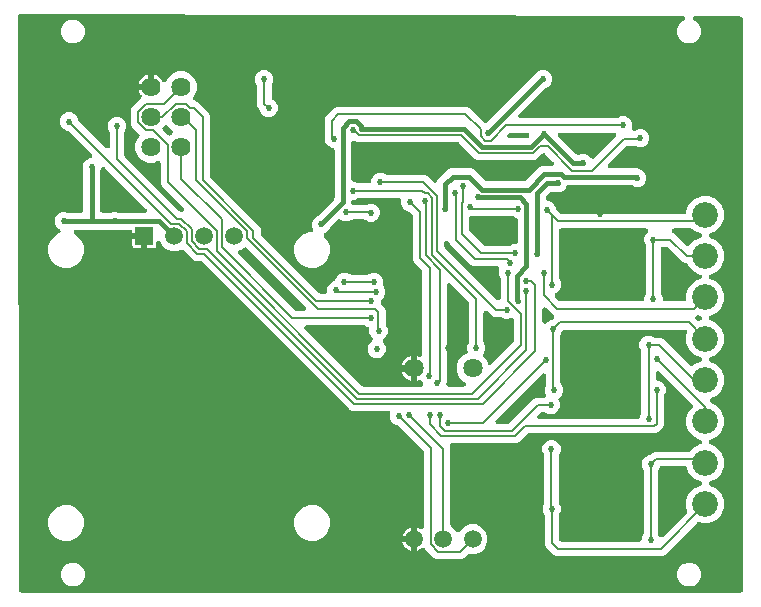
<source format=gbl>
G04 EAGLE Gerber RS-274X export*
G75*
%MOMM*%
%FSLAX34Y34*%
%LPD*%
%INBottom Copper*%
%IPPOS*%
%AMOC8*
5,1,8,0,0,1.08239X$1,22.5*%
G01*
%ADD10C,1.625600*%
%ADD11C,2.184400*%
%ADD12R,1.500000X1.500000*%
%ADD13C,1.500000*%
%ADD14C,1.638300*%
%ADD15C,1.498600*%
%ADD16C,0.525000*%
%ADD17C,0.406400*%
%ADD18C,0.203200*%

G36*
X627894Y-18029D02*
X627894Y-18029D01*
X627913Y-18031D01*
X628093Y-18009D01*
X628275Y-17991D01*
X628294Y-17986D01*
X628313Y-17983D01*
X628485Y-17927D01*
X628660Y-17873D01*
X628677Y-17864D01*
X628695Y-17858D01*
X628854Y-17768D01*
X629014Y-17681D01*
X629029Y-17669D01*
X629046Y-17660D01*
X629184Y-17540D01*
X629323Y-17424D01*
X629335Y-17409D01*
X629350Y-17396D01*
X629462Y-17251D01*
X629576Y-17110D01*
X629585Y-17093D01*
X629596Y-17078D01*
X629678Y-16913D01*
X629761Y-16753D01*
X629767Y-16734D01*
X629775Y-16717D01*
X629822Y-16541D01*
X629873Y-16366D01*
X629874Y-16346D01*
X629879Y-16328D01*
X629906Y-15997D01*
X629229Y467667D01*
X629228Y467680D01*
X629229Y467692D01*
X629208Y467880D01*
X629189Y468068D01*
X629185Y468080D01*
X629184Y468092D01*
X629126Y468271D01*
X629070Y468452D01*
X629064Y468464D01*
X629060Y468476D01*
X628968Y468641D01*
X628878Y468806D01*
X628870Y468816D01*
X628864Y468827D01*
X628740Y468971D01*
X628620Y469115D01*
X628610Y469123D01*
X628601Y469133D01*
X628453Y469249D01*
X628306Y469367D01*
X628294Y469373D01*
X628284Y469381D01*
X628116Y469465D01*
X627948Y469552D01*
X627936Y469555D01*
X627924Y469561D01*
X627743Y469611D01*
X627561Y469663D01*
X627548Y469664D01*
X627536Y469667D01*
X627205Y469695D01*
X589228Y469836D01*
X589219Y469835D01*
X589211Y469836D01*
X589021Y469816D01*
X588827Y469797D01*
X588819Y469795D01*
X588811Y469794D01*
X588627Y469737D01*
X588442Y469680D01*
X588434Y469676D01*
X588427Y469674D01*
X588258Y469582D01*
X588087Y469490D01*
X588081Y469485D01*
X588073Y469481D01*
X587926Y469357D01*
X587777Y469233D01*
X587772Y469227D01*
X587765Y469222D01*
X587644Y469070D01*
X587523Y468921D01*
X587519Y468913D01*
X587514Y468907D01*
X587427Y468736D01*
X587336Y468564D01*
X587334Y468556D01*
X587330Y468549D01*
X587278Y468364D01*
X587224Y468177D01*
X587223Y468169D01*
X587221Y468161D01*
X587206Y467970D01*
X587189Y467776D01*
X587190Y467768D01*
X587190Y467760D01*
X587213Y467570D01*
X587235Y467376D01*
X587237Y467368D01*
X587238Y467360D01*
X587299Y467177D01*
X587358Y466993D01*
X587362Y466986D01*
X587365Y466978D01*
X587460Y466810D01*
X587555Y466642D01*
X587560Y466635D01*
X587564Y466628D01*
X587692Y466482D01*
X587817Y466336D01*
X587823Y466331D01*
X587829Y466325D01*
X587981Y466208D01*
X588134Y466088D01*
X588141Y466084D01*
X588148Y466079D01*
X588443Y465928D01*
X589585Y465455D01*
X592421Y462619D01*
X593956Y458914D01*
X593956Y454903D01*
X592421Y451198D01*
X589585Y448362D01*
X586216Y446967D01*
X585880Y446828D01*
X581870Y446828D01*
X578165Y448362D01*
X575329Y451198D01*
X573794Y454903D01*
X573794Y458914D01*
X575329Y462619D01*
X578165Y465455D01*
X578430Y465564D01*
X579401Y465967D01*
X579402Y465967D01*
X579403Y465967D01*
X579602Y466074D01*
X579756Y466157D01*
X579757Y466157D01*
X579757Y466158D01*
X579928Y466299D01*
X580067Y466413D01*
X580067Y466414D01*
X580068Y466414D01*
X580194Y466571D01*
X580320Y466726D01*
X580321Y466727D01*
X580410Y466898D01*
X580507Y467083D01*
X580508Y467083D01*
X580508Y467084D01*
X580548Y467221D01*
X580620Y467469D01*
X580621Y467470D01*
X580639Y467679D01*
X580655Y467870D01*
X580655Y467871D01*
X580630Y468092D01*
X580610Y468270D01*
X580610Y468271D01*
X580548Y468463D01*
X580487Y468653D01*
X580486Y468654D01*
X580486Y468655D01*
X580390Y468827D01*
X580290Y469005D01*
X580290Y469006D01*
X580156Y469161D01*
X580029Y469311D01*
X580028Y469311D01*
X580028Y469312D01*
X579872Y469433D01*
X579712Y469559D01*
X579711Y469559D01*
X579710Y469560D01*
X579535Y469648D01*
X579352Y469740D01*
X579351Y469740D01*
X579167Y469790D01*
X578963Y469846D01*
X578962Y469846D01*
X578632Y469875D01*
X17929Y471943D01*
X17906Y471941D01*
X17884Y471943D01*
X17707Y471922D01*
X17529Y471905D01*
X17507Y471898D01*
X17484Y471895D01*
X17315Y471840D01*
X17143Y471788D01*
X17123Y471777D01*
X17101Y471770D01*
X16946Y471682D01*
X16789Y471597D01*
X16771Y471583D01*
X16751Y471571D01*
X16616Y471455D01*
X16478Y471341D01*
X16464Y471323D01*
X16446Y471308D01*
X16337Y471166D01*
X16225Y471028D01*
X16214Y471008D01*
X16200Y470989D01*
X16121Y470829D01*
X16038Y470671D01*
X16032Y470649D01*
X16021Y470629D01*
X15975Y470456D01*
X15925Y470285D01*
X15923Y470262D01*
X15917Y470240D01*
X15891Y469909D01*
X16571Y-16003D01*
X16572Y-16019D01*
X16571Y-16036D01*
X16592Y-16219D01*
X16611Y-16403D01*
X16616Y-16419D01*
X16618Y-16435D01*
X16675Y-16611D01*
X16730Y-16788D01*
X16738Y-16803D01*
X16743Y-16818D01*
X16834Y-16980D01*
X16922Y-17142D01*
X16932Y-17154D01*
X16940Y-17169D01*
X17062Y-17309D01*
X17180Y-17451D01*
X17193Y-17461D01*
X17204Y-17474D01*
X17349Y-17587D01*
X17494Y-17703D01*
X17509Y-17710D01*
X17522Y-17720D01*
X17687Y-17803D01*
X17852Y-17888D01*
X17868Y-17892D01*
X17882Y-17900D01*
X18062Y-17948D01*
X18239Y-17999D01*
X18255Y-18000D01*
X18271Y-18004D01*
X18602Y-18031D01*
X627875Y-18031D01*
X627894Y-18029D01*
G37*
%LPC*%
G36*
X370221Y10402D02*
X370221Y10402D01*
X367980Y11330D01*
X360107Y19203D01*
X360061Y19241D01*
X360020Y19285D01*
X359906Y19369D01*
X359796Y19458D01*
X359743Y19486D01*
X359694Y19522D01*
X359565Y19581D01*
X359440Y19647D01*
X359383Y19664D01*
X359328Y19689D01*
X359190Y19721D01*
X359054Y19762D01*
X358994Y19767D01*
X358936Y19781D01*
X358795Y19785D01*
X358653Y19798D01*
X358593Y19792D01*
X358534Y19794D01*
X358394Y19770D01*
X358253Y19755D01*
X358196Y19737D01*
X358137Y19727D01*
X358004Y19676D01*
X357869Y19633D01*
X357817Y19604D01*
X357761Y19583D01*
X357588Y19478D01*
X357517Y19438D01*
X357500Y19424D01*
X357477Y19410D01*
X356167Y18458D01*
X354760Y17741D01*
X353384Y17294D01*
X353384Y26595D01*
X353382Y26613D01*
X353383Y26631D01*
X353362Y26813D01*
X353344Y26996D01*
X353339Y27013D01*
X353337Y27031D01*
X353330Y27049D01*
X353351Y27119D01*
X353352Y27137D01*
X353357Y27154D01*
X353384Y27485D01*
X353384Y36786D01*
X354760Y36339D01*
X356209Y35600D01*
X356296Y35566D01*
X356378Y35523D01*
X356483Y35493D01*
X356584Y35454D01*
X356676Y35438D01*
X356765Y35412D01*
X356874Y35403D01*
X356980Y35384D01*
X357074Y35387D01*
X357167Y35379D01*
X357274Y35392D01*
X357383Y35394D01*
X357474Y35415D01*
X357566Y35426D01*
X357670Y35460D01*
X357776Y35484D01*
X357861Y35522D01*
X357949Y35551D01*
X358044Y35604D01*
X358143Y35649D01*
X358219Y35703D01*
X358300Y35749D01*
X358382Y35820D01*
X358470Y35883D01*
X358534Y35951D01*
X358605Y36012D01*
X358671Y36098D01*
X358745Y36177D01*
X358794Y36256D01*
X358851Y36330D01*
X358900Y36427D01*
X358957Y36520D01*
X358989Y36607D01*
X359031Y36691D01*
X359059Y36796D01*
X359096Y36897D01*
X359111Y36989D01*
X359135Y37079D01*
X359146Y37213D01*
X359159Y37295D01*
X359157Y37345D01*
X359162Y37410D01*
X359162Y101294D01*
X359160Y101321D01*
X359162Y101348D01*
X359140Y101522D01*
X359122Y101695D01*
X359115Y101720D01*
X359111Y101747D01*
X359056Y101913D01*
X359004Y102080D01*
X358991Y102103D01*
X358983Y102129D01*
X358896Y102280D01*
X358812Y102434D01*
X358795Y102454D01*
X358782Y102478D01*
X358567Y102731D01*
X338199Y123099D01*
X338178Y123116D01*
X338160Y123137D01*
X338022Y123244D01*
X337887Y123354D01*
X337863Y123367D01*
X337842Y123383D01*
X337685Y123461D01*
X337531Y123543D01*
X337506Y123551D01*
X337482Y123563D01*
X337312Y123608D01*
X337145Y123658D01*
X337119Y123660D01*
X337093Y123667D01*
X337043Y123671D01*
X334155Y124867D01*
X331987Y127035D01*
X330814Y129867D01*
X330814Y132933D01*
X330849Y133017D01*
X330853Y133030D01*
X330859Y133041D01*
X330910Y133220D01*
X330965Y133402D01*
X330967Y133415D01*
X330970Y133428D01*
X330986Y133616D01*
X331004Y133803D01*
X331002Y133816D01*
X331003Y133830D01*
X330981Y134017D01*
X330962Y134203D01*
X330958Y134216D01*
X330956Y134229D01*
X330898Y134409D01*
X330842Y134588D01*
X330836Y134599D01*
X330832Y134612D01*
X330739Y134777D01*
X330649Y134941D01*
X330640Y134951D01*
X330634Y134963D01*
X330511Y135105D01*
X330390Y135249D01*
X330379Y135257D01*
X330371Y135268D01*
X330222Y135383D01*
X330075Y135500D01*
X330063Y135506D01*
X330052Y135514D01*
X329884Y135598D01*
X329717Y135684D01*
X329704Y135688D01*
X329692Y135694D01*
X329509Y135743D01*
X329329Y135794D01*
X329316Y135795D01*
X329303Y135798D01*
X328972Y135825D01*
X298991Y135825D01*
X296751Y136753D01*
X171248Y262256D01*
X171227Y262273D01*
X171210Y262294D01*
X171072Y262401D01*
X170936Y262511D01*
X170913Y262524D01*
X170892Y262540D01*
X170735Y262618D01*
X170581Y262700D01*
X170555Y262708D01*
X170531Y262720D01*
X170362Y262765D01*
X170195Y262815D01*
X170168Y262817D01*
X170142Y262824D01*
X169812Y262851D01*
X166218Y262851D01*
X163977Y263779D01*
X161977Y265780D01*
X155900Y271856D01*
X155886Y271868D01*
X155876Y271880D01*
X155874Y271882D01*
X155869Y271888D01*
X155728Y271998D01*
X155589Y272112D01*
X155569Y272122D01*
X155552Y272136D01*
X155391Y272216D01*
X155233Y272300D01*
X155212Y272307D01*
X155192Y272317D01*
X155019Y272364D01*
X154847Y272415D01*
X154825Y272417D01*
X154803Y272423D01*
X154625Y272435D01*
X154446Y272451D01*
X154424Y272449D01*
X154402Y272450D01*
X154224Y272427D01*
X154046Y272408D01*
X154025Y272401D01*
X154003Y272398D01*
X153687Y272297D01*
X150602Y271019D01*
X145597Y271019D01*
X140974Y272935D01*
X137435Y276474D01*
X136649Y278371D01*
X136647Y278375D01*
X136645Y278379D01*
X136552Y278552D01*
X136458Y278726D01*
X136456Y278729D01*
X136453Y278733D01*
X136330Y278881D01*
X136202Y279036D01*
X136199Y279039D01*
X136196Y279043D01*
X136043Y279165D01*
X135889Y279290D01*
X135885Y279292D01*
X135882Y279295D01*
X135707Y279386D01*
X135533Y279477D01*
X135529Y279478D01*
X135525Y279480D01*
X135335Y279535D01*
X135146Y279590D01*
X135142Y279591D01*
X135138Y279592D01*
X134940Y279608D01*
X134745Y279625D01*
X134741Y279624D01*
X134736Y279625D01*
X134539Y279601D01*
X134345Y279580D01*
X134341Y279578D01*
X134337Y279578D01*
X134148Y279516D01*
X133962Y279456D01*
X133958Y279454D01*
X133954Y279453D01*
X133781Y279356D01*
X133610Y279260D01*
X133607Y279257D01*
X133603Y279255D01*
X133454Y279127D01*
X133305Y278998D01*
X133302Y278995D01*
X133298Y278992D01*
X133180Y278839D01*
X133056Y278681D01*
X133054Y278677D01*
X133052Y278674D01*
X132965Y278499D01*
X132876Y278322D01*
X132874Y278317D01*
X132872Y278313D01*
X132821Y278120D01*
X132769Y277933D01*
X132769Y277929D01*
X132768Y277924D01*
X132741Y277594D01*
X132741Y275765D01*
X132568Y275119D01*
X132233Y274540D01*
X131760Y274067D01*
X131181Y273732D01*
X130535Y273559D01*
X125199Y273559D01*
X125199Y283132D01*
X125197Y283150D01*
X125199Y283167D01*
X125178Y283350D01*
X125159Y283532D01*
X125154Y283549D01*
X125152Y283567D01*
X125095Y283742D01*
X125041Y283917D01*
X125033Y283933D01*
X125027Y283950D01*
X124937Y284110D01*
X124849Y284271D01*
X124838Y284285D01*
X124829Y284301D01*
X124709Y284440D01*
X124592Y284581D01*
X124578Y284592D01*
X124566Y284605D01*
X124421Y284718D01*
X124278Y284833D01*
X124262Y284841D01*
X124248Y284852D01*
X124083Y284934D01*
X124056Y284948D01*
X124001Y285046D01*
X123913Y285208D01*
X123902Y285221D01*
X123893Y285237D01*
X123773Y285376D01*
X123655Y285517D01*
X123642Y285528D01*
X123630Y285542D01*
X123485Y285654D01*
X123342Y285769D01*
X123326Y285777D01*
X123312Y285788D01*
X123147Y285870D01*
X122984Y285955D01*
X122967Y285960D01*
X122951Y285968D01*
X122773Y286015D01*
X122598Y286066D01*
X122580Y286068D01*
X122563Y286072D01*
X122232Y286099D01*
X112659Y286099D01*
X112659Y287052D01*
X112657Y287070D01*
X112659Y287088D01*
X112638Y287270D01*
X112619Y287453D01*
X112614Y287470D01*
X112612Y287487D01*
X112555Y287662D01*
X112501Y287838D01*
X112493Y287853D01*
X112487Y287870D01*
X112397Y288030D01*
X112309Y288192D01*
X112298Y288205D01*
X112289Y288221D01*
X112169Y288360D01*
X112052Y288501D01*
X112038Y288512D01*
X112026Y288526D01*
X111881Y288638D01*
X111738Y288753D01*
X111722Y288761D01*
X111708Y288772D01*
X111543Y288854D01*
X111381Y288939D01*
X111364Y288944D01*
X111348Y288952D01*
X111169Y288999D01*
X110994Y289050D01*
X110976Y289052D01*
X110959Y289056D01*
X110628Y289083D01*
X100376Y289083D01*
X100345Y289080D01*
X100314Y289082D01*
X100145Y289060D01*
X99975Y289043D01*
X99946Y289034D01*
X99914Y289030D01*
X99599Y288929D01*
X99033Y288694D01*
X95967Y288694D01*
X94909Y289133D01*
X94879Y289142D01*
X94851Y289156D01*
X94686Y289200D01*
X94523Y289249D01*
X94492Y289252D01*
X94462Y289260D01*
X94132Y289287D01*
X64955Y289287D01*
X64950Y289287D01*
X64946Y289287D01*
X64752Y289267D01*
X64554Y289247D01*
X64550Y289246D01*
X64545Y289246D01*
X64358Y289187D01*
X64169Y289129D01*
X64165Y289127D01*
X64161Y289126D01*
X63986Y289030D01*
X63815Y288937D01*
X63812Y288935D01*
X63808Y288932D01*
X63655Y288804D01*
X63506Y288680D01*
X63503Y288676D01*
X63500Y288673D01*
X63375Y288517D01*
X63254Y288366D01*
X63252Y288362D01*
X63249Y288358D01*
X63157Y288180D01*
X63068Y288009D01*
X63067Y288004D01*
X63065Y288000D01*
X63010Y287806D01*
X62957Y287622D01*
X62956Y287617D01*
X62955Y287613D01*
X62940Y287413D01*
X62924Y287220D01*
X62924Y287216D01*
X62924Y287212D01*
X62948Y287016D01*
X62971Y286821D01*
X62972Y286816D01*
X62973Y286812D01*
X63034Y286627D01*
X63096Y286438D01*
X63098Y286434D01*
X63099Y286430D01*
X63196Y286261D01*
X63294Y286087D01*
X63297Y286084D01*
X63299Y286080D01*
X63427Y285932D01*
X63557Y285783D01*
X63560Y285780D01*
X63563Y285776D01*
X63720Y285656D01*
X63875Y285536D01*
X63879Y285534D01*
X63882Y285531D01*
X64178Y285379D01*
X65203Y284955D01*
X69445Y280713D01*
X71741Y275170D01*
X71741Y269170D01*
X69445Y263627D01*
X65203Y259385D01*
X59660Y257089D01*
X53660Y257089D01*
X48117Y259385D01*
X43875Y263627D01*
X41579Y269170D01*
X41579Y275170D01*
X43875Y280713D01*
X48117Y284955D01*
X50576Y285973D01*
X50584Y285977D01*
X50592Y285980D01*
X50760Y286072D01*
X50931Y286163D01*
X50938Y286169D01*
X50945Y286173D01*
X51091Y286295D01*
X51241Y286420D01*
X51247Y286427D01*
X51253Y286432D01*
X51373Y286583D01*
X51495Y286732D01*
X51499Y286740D01*
X51504Y286747D01*
X51592Y286918D01*
X51682Y287089D01*
X51684Y287097D01*
X51688Y287105D01*
X51740Y287290D01*
X51795Y287475D01*
X51796Y287484D01*
X51798Y287493D01*
X51813Y287684D01*
X51829Y287876D01*
X51828Y287885D01*
X51829Y287894D01*
X51806Y288085D01*
X51784Y288276D01*
X51782Y288285D01*
X51780Y288294D01*
X51721Y288474D01*
X51661Y288660D01*
X51657Y288668D01*
X51654Y288676D01*
X51559Y288842D01*
X51465Y289011D01*
X51459Y289018D01*
X51455Y289026D01*
X51329Y289170D01*
X51203Y289317D01*
X51196Y289323D01*
X51190Y289329D01*
X51038Y289446D01*
X50886Y289565D01*
X50878Y289569D01*
X50871Y289575D01*
X50576Y289726D01*
X50235Y289867D01*
X48067Y292035D01*
X46894Y294867D01*
X46894Y297933D01*
X48067Y300765D01*
X50235Y302933D01*
X53067Y304106D01*
X56133Y304106D01*
X57191Y303667D01*
X57221Y303658D01*
X57249Y303644D01*
X57414Y303600D01*
X57577Y303551D01*
X57608Y303548D01*
X57638Y303540D01*
X57968Y303513D01*
X69156Y303513D01*
X69174Y303515D01*
X69192Y303513D01*
X69374Y303534D01*
X69557Y303553D01*
X69574Y303558D01*
X69591Y303560D01*
X69766Y303617D01*
X69942Y303671D01*
X69957Y303679D01*
X69974Y303685D01*
X70134Y303775D01*
X70296Y303863D01*
X70309Y303874D01*
X70325Y303883D01*
X70464Y304003D01*
X70605Y304120D01*
X70616Y304134D01*
X70630Y304146D01*
X70742Y304291D01*
X70857Y304434D01*
X70865Y304450D01*
X70876Y304464D01*
X70958Y304628D01*
X71043Y304791D01*
X71048Y304808D01*
X71056Y304824D01*
X71103Y305003D01*
X71154Y305178D01*
X71156Y305196D01*
X71160Y305213D01*
X71187Y305544D01*
X71187Y338632D01*
X71184Y338663D01*
X71186Y338694D01*
X71164Y338863D01*
X71147Y339032D01*
X71138Y339062D01*
X71134Y339093D01*
X71033Y339409D01*
X70594Y340467D01*
X70594Y343533D01*
X71767Y346365D01*
X73935Y348533D01*
X76830Y349732D01*
X76969Y349746D01*
X76977Y349748D01*
X76986Y349749D01*
X77171Y349808D01*
X77354Y349864D01*
X77362Y349868D01*
X77370Y349871D01*
X77539Y349964D01*
X77708Y350056D01*
X77715Y350061D01*
X77723Y350066D01*
X77870Y350190D01*
X78017Y350313D01*
X78023Y350320D01*
X78030Y350326D01*
X78149Y350478D01*
X78269Y350627D01*
X78274Y350635D01*
X78279Y350642D01*
X78367Y350815D01*
X78455Y350984D01*
X78457Y350993D01*
X78462Y351001D01*
X78513Y351187D01*
X78566Y351371D01*
X78567Y351380D01*
X78570Y351389D01*
X78584Y351582D01*
X78599Y351773D01*
X78598Y351781D01*
X78599Y351790D01*
X78575Y351983D01*
X78552Y352172D01*
X78550Y352181D01*
X78548Y352190D01*
X78487Y352373D01*
X78428Y352555D01*
X78423Y352563D01*
X78420Y352571D01*
X78324Y352738D01*
X78230Y352906D01*
X78224Y352913D01*
X78219Y352920D01*
X78005Y353173D01*
X58779Y372399D01*
X58758Y372416D01*
X58740Y372437D01*
X58602Y372544D01*
X58467Y372654D01*
X58443Y372667D01*
X58422Y372683D01*
X58265Y372761D01*
X58111Y372843D01*
X58086Y372851D01*
X58062Y372863D01*
X57892Y372908D01*
X57725Y372958D01*
X57699Y372960D01*
X57673Y372967D01*
X57623Y372971D01*
X54735Y374167D01*
X52567Y376335D01*
X51394Y379167D01*
X51394Y382233D01*
X52567Y385065D01*
X54735Y387233D01*
X57567Y388406D01*
X60633Y388406D01*
X63465Y387233D01*
X65633Y385065D01*
X66835Y382162D01*
X66846Y382057D01*
X66853Y382032D01*
X66857Y382005D01*
X66912Y381839D01*
X66964Y381672D01*
X66977Y381649D01*
X66985Y381623D01*
X67072Y381472D01*
X67156Y381318D01*
X67173Y381298D01*
X67186Y381274D01*
X67401Y381021D01*
X90036Y358386D01*
X90043Y358381D01*
X90048Y358374D01*
X90198Y358254D01*
X90347Y358131D01*
X90355Y358127D01*
X90362Y358122D01*
X90533Y358033D01*
X90703Y357943D01*
X90711Y357940D01*
X90719Y357936D01*
X90905Y357883D01*
X91089Y357828D01*
X91098Y357827D01*
X91106Y357825D01*
X91298Y357809D01*
X91490Y357791D01*
X91499Y357792D01*
X91508Y357792D01*
X91697Y357814D01*
X91890Y357835D01*
X91899Y357838D01*
X91907Y357839D01*
X92089Y357898D01*
X92274Y357956D01*
X92282Y357961D01*
X92290Y357963D01*
X92459Y358059D01*
X92626Y358151D01*
X92633Y358157D01*
X92641Y358161D01*
X92786Y358287D01*
X92933Y358412D01*
X92939Y358419D01*
X92946Y358425D01*
X93063Y358576D01*
X93183Y358728D01*
X93187Y358736D01*
X93192Y358743D01*
X93278Y358915D01*
X93365Y359087D01*
X93368Y359095D01*
X93372Y359103D01*
X93422Y359290D01*
X93473Y359474D01*
X93474Y359483D01*
X93476Y359492D01*
X93503Y359823D01*
X93503Y371158D01*
X93501Y371184D01*
X93503Y371211D01*
X93481Y371385D01*
X93463Y371558D01*
X93456Y371584D01*
X93452Y371611D01*
X93397Y371776D01*
X93345Y371943D01*
X93332Y371967D01*
X93324Y371992D01*
X93237Y372144D01*
X93153Y372297D01*
X93136Y372318D01*
X93123Y372341D01*
X93090Y372380D01*
X91894Y375267D01*
X91894Y378333D01*
X93067Y381165D01*
X95235Y383333D01*
X98067Y384506D01*
X101133Y384506D01*
X103965Y383333D01*
X106133Y381165D01*
X107219Y378541D01*
X107221Y378537D01*
X107223Y378533D01*
X107316Y378360D01*
X107373Y378254D01*
X107334Y378112D01*
X107334Y378107D01*
X107333Y378103D01*
X107306Y377772D01*
X107306Y375267D01*
X106103Y372364D01*
X106037Y372283D01*
X106024Y372259D01*
X106008Y372238D01*
X105930Y372081D01*
X105848Y371927D01*
X105840Y371901D01*
X105828Y371877D01*
X105783Y371708D01*
X105733Y371541D01*
X105731Y371514D01*
X105724Y371489D01*
X105697Y371158D01*
X105697Y352567D01*
X105699Y352540D01*
X105697Y352513D01*
X105719Y352340D01*
X105737Y352166D01*
X105744Y352141D01*
X105748Y352114D01*
X105803Y351948D01*
X105855Y351781D01*
X105868Y351758D01*
X105876Y351732D01*
X105963Y351581D01*
X106047Y351427D01*
X106064Y351407D01*
X106077Y351383D01*
X106292Y351130D01*
X152478Y304944D01*
X152499Y304927D01*
X152517Y304906D01*
X152655Y304799D01*
X152790Y304689D01*
X152814Y304676D01*
X152835Y304660D01*
X152992Y304582D01*
X153146Y304500D01*
X153171Y304492D01*
X153195Y304480D01*
X153365Y304435D01*
X153532Y304385D01*
X153558Y304383D01*
X153584Y304376D01*
X153915Y304349D01*
X154199Y304349D01*
X154208Y304350D01*
X154217Y304349D01*
X154410Y304370D01*
X154600Y304389D01*
X154608Y304391D01*
X154617Y304392D01*
X154802Y304451D01*
X154985Y304507D01*
X154992Y304511D01*
X155001Y304514D01*
X155170Y304607D01*
X155339Y304699D01*
X155346Y304704D01*
X155353Y304709D01*
X155500Y304833D01*
X155648Y304956D01*
X155653Y304963D01*
X155660Y304969D01*
X155780Y305121D01*
X155900Y305270D01*
X155904Y305278D01*
X155910Y305285D01*
X155997Y305456D01*
X156086Y305627D01*
X156088Y305636D01*
X156092Y305644D01*
X156144Y305830D01*
X156197Y306014D01*
X156198Y306023D01*
X156200Y306032D01*
X156214Y306225D01*
X156230Y306416D01*
X156229Y306424D01*
X156230Y306433D01*
X156206Y306624D01*
X156183Y306815D01*
X156180Y306824D01*
X156179Y306833D01*
X156118Y307016D01*
X156058Y307198D01*
X156054Y307206D01*
X156051Y307214D01*
X155955Y307381D01*
X155860Y307549D01*
X155855Y307556D01*
X155850Y307563D01*
X155635Y307816D01*
X137455Y325996D01*
X136527Y328237D01*
X136527Y345229D01*
X136526Y345243D01*
X136527Y345256D01*
X136506Y345442D01*
X136487Y345630D01*
X136483Y345643D01*
X136482Y345656D01*
X136425Y345833D01*
X136369Y346015D01*
X136363Y346027D01*
X136359Y346040D01*
X136267Y346204D01*
X136177Y346369D01*
X136169Y346379D01*
X136162Y346391D01*
X136039Y346535D01*
X135920Y346678D01*
X135909Y346687D01*
X135901Y346697D01*
X135752Y346813D01*
X135606Y346931D01*
X135594Y346937D01*
X135584Y346945D01*
X135414Y347030D01*
X135249Y347116D01*
X135236Y347120D01*
X135224Y347126D01*
X135042Y347176D01*
X134862Y347228D01*
X134848Y347229D01*
X134835Y347232D01*
X134649Y347245D01*
X134460Y347260D01*
X134447Y347259D01*
X134434Y347260D01*
X134247Y347235D01*
X134061Y347213D01*
X134048Y347209D01*
X134035Y347208D01*
X133719Y347106D01*
X131027Y345991D01*
X125773Y345991D01*
X120918Y348002D01*
X117202Y351718D01*
X115191Y356573D01*
X115191Y361827D01*
X117202Y366682D01*
X118110Y367590D01*
X118121Y367604D01*
X118135Y367615D01*
X118249Y367759D01*
X118365Y367901D01*
X118373Y367917D01*
X118385Y367931D01*
X118468Y368095D01*
X118554Y368257D01*
X118559Y368274D01*
X118567Y368290D01*
X118616Y368467D01*
X118668Y368643D01*
X118670Y368661D01*
X118675Y368678D01*
X118688Y368861D01*
X118705Y369044D01*
X118703Y369062D01*
X118704Y369080D01*
X118681Y369262D01*
X118661Y369444D01*
X118656Y369461D01*
X118654Y369479D01*
X118596Y369652D01*
X118540Y369828D01*
X118531Y369844D01*
X118526Y369861D01*
X118434Y370019D01*
X118345Y370180D01*
X118334Y370194D01*
X118325Y370210D01*
X118110Y370463D01*
X112055Y376517D01*
X111214Y378550D01*
X111212Y378553D01*
X111210Y378558D01*
X111118Y378728D01*
X111060Y378837D01*
X111099Y378979D01*
X111099Y378983D01*
X111100Y378988D01*
X111127Y379319D01*
X111127Y390442D01*
X112055Y392683D01*
X118316Y398944D01*
X118317Y398944D01*
X119945Y400572D01*
X119983Y400618D01*
X120027Y400659D01*
X120110Y400774D01*
X120200Y400883D01*
X120228Y400937D01*
X120263Y400985D01*
X120322Y401114D01*
X120388Y401239D01*
X120405Y401297D01*
X120430Y401351D01*
X120463Y401489D01*
X120503Y401625D01*
X120509Y401685D01*
X120522Y401743D01*
X120527Y401885D01*
X120539Y402026D01*
X120533Y402086D01*
X120535Y402146D01*
X120511Y402285D01*
X120496Y402426D01*
X120478Y402484D01*
X120468Y402543D01*
X120417Y402675D01*
X120375Y402810D01*
X120346Y402863D01*
X120324Y402919D01*
X120219Y403091D01*
X120180Y403163D01*
X120166Y403179D01*
X120152Y403202D01*
X119275Y404408D01*
X118513Y405905D01*
X117994Y407502D01*
X117955Y407751D01*
X128182Y407751D01*
X128200Y407752D01*
X128217Y407751D01*
X128400Y407772D01*
X128582Y407791D01*
X128599Y407796D01*
X128617Y407798D01*
X128792Y407855D01*
X128967Y407909D01*
X128983Y407917D01*
X129000Y407923D01*
X129160Y408013D01*
X129321Y408100D01*
X129335Y408112D01*
X129351Y408121D01*
X129490Y408241D01*
X129631Y408358D01*
X129642Y408372D01*
X129655Y408384D01*
X129768Y408529D01*
X129799Y408567D01*
X129926Y408677D01*
X130067Y408795D01*
X130078Y408808D01*
X130092Y408820D01*
X130204Y408965D01*
X130319Y409108D01*
X130327Y409124D01*
X130338Y409138D01*
X130420Y409303D01*
X130505Y409466D01*
X130510Y409483D01*
X130518Y409499D01*
X130565Y409677D01*
X130616Y409852D01*
X130618Y409870D01*
X130622Y409887D01*
X130649Y410218D01*
X130649Y420445D01*
X130898Y420406D01*
X132495Y419887D01*
X133992Y419125D01*
X135350Y418138D01*
X136538Y416950D01*
X137525Y415592D01*
X137893Y414869D01*
X137964Y414759D01*
X138027Y414644D01*
X138072Y414589D01*
X138111Y414530D01*
X138201Y414436D01*
X138286Y414336D01*
X138341Y414292D01*
X138391Y414240D01*
X138498Y414166D01*
X138600Y414085D01*
X138664Y414052D01*
X138722Y414012D01*
X138842Y413960D01*
X138959Y413901D01*
X139027Y413882D01*
X139092Y413854D01*
X139220Y413827D01*
X139346Y413791D01*
X139417Y413786D01*
X139486Y413771D01*
X139617Y413770D01*
X139747Y413760D01*
X139818Y413769D01*
X139889Y413768D01*
X140017Y413793D01*
X140147Y413809D01*
X140214Y413831D01*
X140284Y413844D01*
X140405Y413894D01*
X140529Y413935D01*
X140591Y413970D01*
X140657Y413997D01*
X140765Y414070D01*
X140879Y414135D01*
X140933Y414181D01*
X140992Y414221D01*
X141084Y414313D01*
X141183Y414399D01*
X141226Y414455D01*
X141276Y414506D01*
X141348Y414615D01*
X141428Y414718D01*
X141465Y414791D01*
X141499Y414841D01*
X141527Y414912D01*
X141580Y415013D01*
X142602Y417482D01*
X146318Y421198D01*
X151173Y423209D01*
X156427Y423209D01*
X161282Y421198D01*
X164998Y417482D01*
X167009Y412627D01*
X167009Y407373D01*
X164998Y402518D01*
X164444Y401964D01*
X164439Y401957D01*
X164432Y401952D01*
X164312Y401803D01*
X164189Y401653D01*
X164185Y401645D01*
X164179Y401638D01*
X164092Y401469D01*
X164001Y401297D01*
X163998Y401288D01*
X163994Y401281D01*
X163941Y401097D01*
X163886Y400911D01*
X163885Y400902D01*
X163882Y400894D01*
X163867Y400702D01*
X163849Y400510D01*
X163850Y400501D01*
X163850Y400492D01*
X163872Y400303D01*
X163893Y400110D01*
X163895Y400101D01*
X163897Y400093D01*
X163956Y399910D01*
X164014Y399726D01*
X164019Y399718D01*
X164021Y399710D01*
X164116Y399541D01*
X164209Y399374D01*
X164215Y399367D01*
X164219Y399359D01*
X164346Y399213D01*
X164470Y399067D01*
X164477Y399061D01*
X164482Y399054D01*
X164635Y398936D01*
X164785Y398817D01*
X164793Y398813D01*
X164801Y398808D01*
X164974Y398721D01*
X165144Y398635D01*
X165153Y398632D01*
X165161Y398628D01*
X165349Y398578D01*
X165532Y398527D01*
X165541Y398526D01*
X165543Y398526D01*
X167854Y397569D01*
X177369Y388054D01*
X178297Y385813D01*
X178297Y334567D01*
X178299Y334540D01*
X178297Y334513D01*
X178319Y334340D01*
X178337Y334166D01*
X178344Y334141D01*
X178348Y334114D01*
X178403Y333948D01*
X178455Y333781D01*
X178468Y333758D01*
X178476Y333732D01*
X178563Y333581D01*
X178647Y333427D01*
X178664Y333407D01*
X178677Y333383D01*
X178892Y333130D01*
X220269Y291754D01*
X221197Y289513D01*
X221197Y285667D01*
X221199Y285640D01*
X221197Y285613D01*
X221219Y285440D01*
X221237Y285266D01*
X221244Y285241D01*
X221248Y285214D01*
X221303Y285048D01*
X221355Y284881D01*
X221368Y284858D01*
X221376Y284832D01*
X221463Y284681D01*
X221547Y284527D01*
X221564Y284507D01*
X221577Y284483D01*
X221792Y284230D01*
X270430Y235592D01*
X270451Y235575D01*
X270469Y235554D01*
X270607Y235447D01*
X270742Y235337D01*
X270766Y235324D01*
X270787Y235308D01*
X270944Y235230D01*
X271098Y235148D01*
X271123Y235140D01*
X271147Y235128D01*
X271317Y235083D01*
X271484Y235033D01*
X271510Y235031D01*
X271536Y235024D01*
X271867Y234997D01*
X275563Y234997D01*
X275581Y234999D01*
X275599Y234997D01*
X275781Y235018D01*
X275964Y235037D01*
X275981Y235042D01*
X275998Y235044D01*
X276173Y235101D01*
X276349Y235155D01*
X276364Y235163D01*
X276381Y235169D01*
X276541Y235259D01*
X276703Y235347D01*
X276716Y235358D01*
X276732Y235367D01*
X276871Y235487D01*
X277012Y235604D01*
X277023Y235618D01*
X277037Y235630D01*
X277149Y235775D01*
X277264Y235918D01*
X277272Y235934D01*
X277283Y235948D01*
X277365Y236113D01*
X277450Y236275D01*
X277455Y236292D01*
X277463Y236308D01*
X277510Y236487D01*
X277561Y236662D01*
X277563Y236680D01*
X277567Y236697D01*
X277594Y237028D01*
X277594Y239433D01*
X278767Y242265D01*
X280935Y244433D01*
X283354Y245435D01*
X283378Y245447D01*
X283403Y245456D01*
X283555Y245542D01*
X283709Y245625D01*
X283729Y245642D01*
X283753Y245655D01*
X283885Y245770D01*
X284019Y245881D01*
X284036Y245902D01*
X284056Y245920D01*
X284163Y246058D01*
X284273Y246194D01*
X284285Y246217D01*
X284302Y246239D01*
X284453Y246534D01*
X285667Y249465D01*
X287835Y251633D01*
X290667Y252806D01*
X293733Y252806D01*
X296636Y251603D01*
X296717Y251537D01*
X296741Y251524D01*
X296762Y251508D01*
X296919Y251430D01*
X297073Y251348D01*
X297099Y251340D01*
X297123Y251328D01*
X297292Y251283D01*
X297459Y251233D01*
X297486Y251231D01*
X297511Y251224D01*
X297842Y251197D01*
X311758Y251197D01*
X311784Y251199D01*
X311811Y251197D01*
X311985Y251219D01*
X312158Y251237D01*
X312184Y251244D01*
X312211Y251248D01*
X312376Y251303D01*
X312543Y251355D01*
X312567Y251368D01*
X312592Y251376D01*
X312744Y251463D01*
X312897Y251547D01*
X312918Y251564D01*
X312941Y251577D01*
X312980Y251610D01*
X315867Y252806D01*
X318933Y252806D01*
X321765Y251633D01*
X323933Y249465D01*
X325106Y246633D01*
X325106Y243567D01*
X325023Y243368D01*
X325017Y243346D01*
X325007Y243326D01*
X324958Y243153D01*
X324907Y242982D01*
X324905Y242960D01*
X324899Y242939D01*
X324885Y242759D01*
X324869Y242582D01*
X324871Y242559D01*
X324869Y242537D01*
X324892Y242359D01*
X324910Y242181D01*
X324917Y242160D01*
X324920Y242138D01*
X324976Y241968D01*
X325030Y241797D01*
X325041Y241777D01*
X325048Y241756D01*
X325137Y241601D01*
X325223Y241444D01*
X325238Y241426D01*
X325249Y241407D01*
X325463Y241154D01*
X325733Y240885D01*
X326906Y238053D01*
X326906Y234987D01*
X325733Y232155D01*
X323301Y229723D01*
X323284Y229702D01*
X323263Y229685D01*
X323156Y229547D01*
X323046Y229412D01*
X323033Y229388D01*
X323017Y229367D01*
X322939Y229210D01*
X322857Y229056D01*
X322849Y229030D01*
X322837Y229006D01*
X322792Y228837D01*
X322742Y228670D01*
X322740Y228643D01*
X322733Y228618D01*
X322706Y228287D01*
X322706Y226998D01*
X322708Y226972D01*
X322706Y226945D01*
X322728Y226771D01*
X322746Y226598D01*
X322753Y226572D01*
X322757Y226546D01*
X322812Y226380D01*
X322864Y226213D01*
X322877Y226189D01*
X322885Y226164D01*
X322972Y226012D01*
X323056Y225859D01*
X323073Y225838D01*
X323086Y225815D01*
X323301Y225562D01*
X326141Y222722D01*
X327069Y220481D01*
X327069Y209070D01*
X327071Y209044D01*
X327069Y209017D01*
X327091Y208843D01*
X327109Y208670D01*
X327116Y208644D01*
X327120Y208617D01*
X327175Y208452D01*
X327227Y208285D01*
X327240Y208261D01*
X327248Y208236D01*
X327335Y208084D01*
X327419Y207931D01*
X327436Y207910D01*
X327449Y207887D01*
X327514Y207811D01*
X328706Y204933D01*
X328706Y201867D01*
X327533Y199035D01*
X325293Y196796D01*
X325284Y196791D01*
X325274Y196782D01*
X325262Y196776D01*
X325119Y196654D01*
X324974Y196534D01*
X324965Y196524D01*
X324955Y196515D01*
X324839Y196368D01*
X324720Y196222D01*
X324714Y196210D01*
X324705Y196199D01*
X324620Y196032D01*
X324533Y195865D01*
X324529Y195852D01*
X324523Y195840D01*
X324472Y195659D01*
X324420Y195479D01*
X324418Y195465D01*
X324415Y195452D01*
X324401Y195265D01*
X324385Y195078D01*
X324386Y195064D01*
X324385Y195051D01*
X324409Y194864D01*
X324430Y194678D01*
X324434Y194665D01*
X324436Y194651D01*
X324496Y194473D01*
X324553Y194294D01*
X324560Y194283D01*
X324564Y194270D01*
X324659Y194105D01*
X324749Y193943D01*
X324758Y193933D01*
X324765Y193921D01*
X324980Y193668D01*
X326033Y192615D01*
X327206Y189783D01*
X327206Y186717D01*
X326033Y183885D01*
X323865Y181717D01*
X321033Y180544D01*
X317967Y180544D01*
X315135Y181717D01*
X312967Y183885D01*
X311794Y186717D01*
X311794Y189783D01*
X312967Y192615D01*
X315207Y194854D01*
X315216Y194859D01*
X315226Y194868D01*
X315238Y194874D01*
X315381Y194996D01*
X315526Y195116D01*
X315535Y195126D01*
X315545Y195135D01*
X315661Y195282D01*
X315780Y195428D01*
X315786Y195440D01*
X315795Y195451D01*
X315880Y195618D01*
X315967Y195785D01*
X315971Y195798D01*
X315977Y195810D01*
X316028Y195991D01*
X316080Y196171D01*
X316082Y196185D01*
X316085Y196198D01*
X316099Y196385D01*
X316115Y196572D01*
X316114Y196586D01*
X316115Y196599D01*
X316091Y196786D01*
X316070Y196972D01*
X316066Y196985D01*
X316064Y196999D01*
X316004Y197177D01*
X315947Y197356D01*
X315940Y197367D01*
X315936Y197380D01*
X315842Y197544D01*
X315751Y197707D01*
X315742Y197717D01*
X315735Y197729D01*
X315520Y197982D01*
X314467Y199035D01*
X313294Y201867D01*
X313294Y205060D01*
X313292Y205082D01*
X313294Y205105D01*
X313272Y205282D01*
X313254Y205461D01*
X313248Y205482D01*
X313245Y205504D01*
X313189Y205674D01*
X313136Y205846D01*
X313126Y205865D01*
X313119Y205886D01*
X313030Y206042D01*
X312944Y206200D01*
X312930Y206217D01*
X312919Y206236D01*
X312801Y206372D01*
X312687Y206509D01*
X312669Y206523D01*
X312655Y206540D01*
X312512Y206649D01*
X312373Y206761D01*
X312353Y206772D01*
X312336Y206785D01*
X312040Y206937D01*
X309964Y207797D01*
X309883Y207863D01*
X309859Y207876D01*
X309838Y207892D01*
X309681Y207970D01*
X309527Y208052D01*
X309501Y208060D01*
X309477Y208072D01*
X309308Y208117D01*
X309141Y208167D01*
X309114Y208169D01*
X309089Y208176D01*
X308758Y208203D01*
X260123Y208203D01*
X260114Y208202D01*
X260105Y208203D01*
X259912Y208182D01*
X259722Y208163D01*
X259714Y208161D01*
X259705Y208160D01*
X259520Y208101D01*
X259337Y208045D01*
X259329Y208041D01*
X259321Y208038D01*
X259152Y207945D01*
X258983Y207853D01*
X258976Y207848D01*
X258968Y207843D01*
X258821Y207719D01*
X258674Y207596D01*
X258668Y207589D01*
X258661Y207583D01*
X258542Y207431D01*
X258422Y207282D01*
X258417Y207274D01*
X258412Y207267D01*
X258324Y207094D01*
X258236Y206925D01*
X258234Y206916D01*
X258229Y206908D01*
X258178Y206721D01*
X258125Y206538D01*
X258124Y206529D01*
X258121Y206520D01*
X258107Y206327D01*
X258092Y206136D01*
X258093Y206128D01*
X258092Y206119D01*
X258116Y205926D01*
X258139Y205737D01*
X258141Y205728D01*
X258143Y205719D01*
X258204Y205537D01*
X258263Y205354D01*
X258268Y205346D01*
X258271Y205338D01*
X258367Y205171D01*
X258461Y205003D01*
X258467Y204996D01*
X258472Y204989D01*
X258686Y204736D01*
X306452Y156970D01*
X306473Y156953D01*
X306491Y156932D01*
X306629Y156825D01*
X306764Y156715D01*
X306788Y156702D01*
X306809Y156686D01*
X306966Y156608D01*
X307120Y156526D01*
X307145Y156518D01*
X307169Y156506D01*
X307339Y156461D01*
X307506Y156411D01*
X307532Y156409D01*
X307558Y156402D01*
X307889Y156375D01*
X357044Y156375D01*
X357053Y156376D01*
X357062Y156375D01*
X357254Y156396D01*
X357444Y156415D01*
X357453Y156417D01*
X357462Y156418D01*
X357644Y156476D01*
X357829Y156533D01*
X357837Y156537D01*
X357846Y156540D01*
X358014Y156633D01*
X358183Y156725D01*
X358190Y156730D01*
X358198Y156735D01*
X358346Y156860D01*
X358493Y156982D01*
X358498Y156989D01*
X358505Y156995D01*
X358624Y157146D01*
X358745Y157296D01*
X358749Y157304D01*
X358755Y157311D01*
X358842Y157482D01*
X358931Y157653D01*
X358933Y157662D01*
X358937Y157670D01*
X358989Y157855D01*
X359042Y158040D01*
X359043Y158049D01*
X359045Y158058D01*
X359059Y158250D01*
X359075Y158442D01*
X359074Y158450D01*
X359074Y158459D01*
X359050Y158652D01*
X359028Y158841D01*
X359025Y158850D01*
X359024Y158859D01*
X358963Y159042D01*
X358903Y159224D01*
X358899Y159232D01*
X358896Y159240D01*
X358800Y159406D01*
X358705Y159575D01*
X358699Y159582D01*
X358695Y159589D01*
X358480Y159842D01*
X357587Y160735D01*
X357587Y160737D01*
X357520Y160860D01*
X357462Y160987D01*
X357426Y161037D01*
X357396Y161092D01*
X357308Y161200D01*
X357225Y161313D01*
X357179Y161355D01*
X357140Y161402D01*
X357032Y161490D01*
X356929Y161585D01*
X356875Y161617D01*
X356827Y161656D01*
X356704Y161721D01*
X356584Y161793D01*
X356526Y161814D01*
X356471Y161843D01*
X356337Y161883D01*
X356205Y161930D01*
X356144Y161939D01*
X356084Y161956D01*
X355945Y161968D01*
X355807Y161989D01*
X355745Y161986D01*
X355683Y161991D01*
X355544Y161975D01*
X355405Y161968D01*
X355336Y161952D01*
X355283Y161946D01*
X355206Y161921D01*
X355082Y161892D01*
X353638Y161422D01*
X353638Y171121D01*
X353636Y171139D01*
X353637Y171157D01*
X353616Y171339D01*
X353598Y171522D01*
X353593Y171539D01*
X353591Y171557D01*
X353534Y171731D01*
X353509Y171811D01*
X353554Y171977D01*
X353605Y172153D01*
X353606Y172171D01*
X353611Y172188D01*
X353638Y172519D01*
X353638Y182218D01*
X355028Y181766D01*
X355128Y181715D01*
X355215Y181681D01*
X355297Y181638D01*
X355402Y181608D01*
X355503Y181569D01*
X355595Y181553D01*
X355684Y181527D01*
X355793Y181518D01*
X355899Y181499D01*
X355993Y181501D01*
X356086Y181494D01*
X356193Y181507D01*
X356302Y181509D01*
X356393Y181530D01*
X356485Y181541D01*
X356589Y181574D01*
X356694Y181598D01*
X356780Y181637D01*
X356868Y181666D01*
X356963Y181719D01*
X357062Y181763D01*
X357137Y181818D01*
X357219Y181864D01*
X357301Y181934D01*
X357389Y181998D01*
X357453Y182066D01*
X357524Y182127D01*
X357590Y182212D01*
X357664Y182292D01*
X357713Y182371D01*
X357770Y182445D01*
X357819Y182542D01*
X357876Y182634D01*
X357908Y182722D01*
X357950Y182805D01*
X357978Y182910D01*
X358015Y183012D01*
X358030Y183104D01*
X358054Y183194D01*
X358065Y183328D01*
X358078Y183410D01*
X358076Y183459D01*
X358081Y183525D01*
X358081Y253761D01*
X358079Y253787D01*
X358081Y253814D01*
X358059Y253988D01*
X358041Y254161D01*
X358034Y254187D01*
X358030Y254213D01*
X357975Y254379D01*
X357923Y254546D01*
X357910Y254570D01*
X357902Y254595D01*
X357815Y254747D01*
X357731Y254900D01*
X357714Y254921D01*
X357701Y254944D01*
X357486Y255197D01*
X351031Y261652D01*
X350103Y263892D01*
X350103Y300583D01*
X350101Y300610D01*
X350103Y300637D01*
X350081Y300810D01*
X350063Y300984D01*
X350056Y301009D01*
X350052Y301036D01*
X349997Y301202D01*
X349945Y301369D01*
X349932Y301392D01*
X349924Y301418D01*
X349837Y301569D01*
X349753Y301723D01*
X349736Y301743D01*
X349723Y301767D01*
X349508Y302020D01*
X347629Y303899D01*
X347608Y303916D01*
X347590Y303937D01*
X347452Y304044D01*
X347317Y304154D01*
X347293Y304167D01*
X347272Y304183D01*
X347115Y304261D01*
X346961Y304343D01*
X346936Y304351D01*
X346912Y304363D01*
X346742Y304408D01*
X346575Y304458D01*
X346549Y304460D01*
X346523Y304467D01*
X346473Y304471D01*
X343585Y305667D01*
X341417Y307835D01*
X340244Y310667D01*
X340244Y314072D01*
X340242Y314090D01*
X340244Y314108D01*
X340223Y314290D01*
X340204Y314473D01*
X340199Y314490D01*
X340197Y314507D01*
X340140Y314682D01*
X340086Y314858D01*
X340078Y314873D01*
X340072Y314890D01*
X339982Y315050D01*
X339894Y315212D01*
X339883Y315225D01*
X339874Y315241D01*
X339754Y315380D01*
X339637Y315521D01*
X339623Y315532D01*
X339611Y315546D01*
X339466Y315658D01*
X339323Y315773D01*
X339307Y315781D01*
X339293Y315792D01*
X339128Y315874D01*
X338966Y315959D01*
X338949Y315964D01*
X338933Y315972D01*
X338754Y316019D01*
X338579Y316070D01*
X338561Y316072D01*
X338544Y316076D01*
X338213Y316103D01*
X305042Y316103D01*
X305016Y316101D01*
X304989Y316103D01*
X304815Y316081D01*
X304642Y316063D01*
X304616Y316056D01*
X304589Y316052D01*
X304424Y315997D01*
X304257Y315945D01*
X304233Y315932D01*
X304208Y315924D01*
X304056Y315837D01*
X303903Y315753D01*
X303882Y315736D01*
X303859Y315723D01*
X303820Y315690D01*
X300933Y314494D01*
X300028Y314494D01*
X300010Y314492D01*
X299992Y314494D01*
X299810Y314473D01*
X299627Y314454D01*
X299610Y314449D01*
X299593Y314447D01*
X299418Y314390D01*
X299242Y314336D01*
X299227Y314328D01*
X299210Y314322D01*
X299050Y314232D01*
X298888Y314144D01*
X298875Y314133D01*
X298859Y314124D01*
X298720Y314004D01*
X298579Y313887D01*
X298568Y313873D01*
X298554Y313861D01*
X298442Y313716D01*
X298327Y313573D01*
X298319Y313557D01*
X298308Y313543D01*
X298226Y313378D01*
X298141Y313216D01*
X298136Y313199D01*
X298128Y313183D01*
X298081Y313004D01*
X298030Y312829D01*
X298028Y312811D01*
X298024Y312794D01*
X297997Y312463D01*
X297997Y312028D01*
X297999Y312010D01*
X297997Y311992D01*
X298018Y311810D01*
X298037Y311627D01*
X298042Y311610D01*
X298044Y311593D01*
X298101Y311418D01*
X298155Y311242D01*
X298163Y311227D01*
X298169Y311210D01*
X298259Y311050D01*
X298347Y310888D01*
X298358Y310875D01*
X298367Y310859D01*
X298487Y310720D01*
X298604Y310579D01*
X298618Y310568D01*
X298630Y310554D01*
X298775Y310442D01*
X298918Y310327D01*
X298934Y310319D01*
X298948Y310308D01*
X299113Y310226D01*
X299275Y310141D01*
X299292Y310136D01*
X299308Y310128D01*
X299487Y310081D01*
X299662Y310030D01*
X299680Y310028D01*
X299697Y310024D01*
X300028Y309997D01*
X309303Y309997D01*
X309334Y310000D01*
X309365Y309998D01*
X309535Y310020D01*
X309704Y310037D01*
X309733Y310046D01*
X309764Y310050D01*
X310080Y310151D01*
X312867Y311306D01*
X315933Y311306D01*
X318765Y310133D01*
X320933Y307965D01*
X322106Y305133D01*
X322106Y302067D01*
X320933Y299235D01*
X318765Y297067D01*
X315933Y295894D01*
X312867Y295894D01*
X310035Y297067D01*
X309894Y297208D01*
X309873Y297225D01*
X309856Y297246D01*
X309718Y297353D01*
X309583Y297463D01*
X309559Y297476D01*
X309538Y297492D01*
X309381Y297570D01*
X309227Y297652D01*
X309201Y297660D01*
X309177Y297672D01*
X309008Y297717D01*
X308841Y297767D01*
X308814Y297769D01*
X308789Y297776D01*
X308458Y297803D01*
X299042Y297803D01*
X299016Y297801D01*
X298989Y297803D01*
X298815Y297781D01*
X298642Y297763D01*
X298616Y297756D01*
X298589Y297752D01*
X298424Y297697D01*
X298257Y297645D01*
X298233Y297632D01*
X298208Y297624D01*
X298056Y297537D01*
X297903Y297453D01*
X297882Y297436D01*
X297859Y297423D01*
X297820Y297390D01*
X294933Y296194D01*
X291867Y296194D01*
X289035Y297367D01*
X288959Y297443D01*
X288945Y297455D01*
X288934Y297468D01*
X288789Y297582D01*
X288647Y297699D01*
X288632Y297707D01*
X288618Y297718D01*
X288453Y297802D01*
X288292Y297887D01*
X288275Y297892D01*
X288259Y297900D01*
X288081Y297950D01*
X287906Y298002D01*
X287888Y298004D01*
X287871Y298008D01*
X287688Y298022D01*
X287505Y298038D01*
X287487Y298036D01*
X287469Y298038D01*
X287287Y298015D01*
X287105Y297995D01*
X287088Y297990D01*
X287070Y297987D01*
X286896Y297929D01*
X286721Y297873D01*
X286705Y297865D01*
X286688Y297859D01*
X286529Y297767D01*
X286368Y297679D01*
X286355Y297667D01*
X286339Y297658D01*
X286086Y297443D01*
X280207Y291565D01*
X280188Y291540D01*
X280164Y291520D01*
X280060Y291385D01*
X279952Y291253D01*
X279938Y291225D01*
X279919Y291201D01*
X279767Y290906D01*
X279117Y289335D01*
X276949Y287167D01*
X275742Y286667D01*
X275730Y286661D01*
X275717Y286657D01*
X275553Y286566D01*
X275387Y286477D01*
X275377Y286469D01*
X275365Y286462D01*
X275222Y286341D01*
X275077Y286221D01*
X275068Y286210D01*
X275058Y286202D01*
X274941Y286054D01*
X274823Y285908D01*
X274817Y285896D01*
X274808Y285886D01*
X274723Y285718D01*
X274636Y285552D01*
X274632Y285539D01*
X274626Y285527D01*
X274575Y285345D01*
X274523Y285165D01*
X274522Y285152D01*
X274518Y285139D01*
X274504Y284950D01*
X274488Y284764D01*
X274490Y284751D01*
X274489Y284737D01*
X274512Y284550D01*
X274533Y284364D01*
X274537Y284351D01*
X274539Y284338D01*
X274599Y284160D01*
X274656Y283981D01*
X274663Y283969D01*
X274667Y283956D01*
X274761Y283793D01*
X274853Y283629D01*
X274861Y283619D01*
X274868Y283607D01*
X275083Y283354D01*
X277725Y280713D01*
X280021Y275170D01*
X280021Y269170D01*
X277725Y263627D01*
X273483Y259385D01*
X267940Y257089D01*
X261940Y257089D01*
X256397Y259385D01*
X252155Y263627D01*
X249859Y269170D01*
X249859Y275170D01*
X252155Y280713D01*
X256397Y284955D01*
X261940Y287251D01*
X263875Y287251D01*
X263888Y287252D01*
X263901Y287251D01*
X264088Y287272D01*
X264275Y287291D01*
X264288Y287295D01*
X264302Y287296D01*
X264481Y287354D01*
X264660Y287409D01*
X264672Y287415D01*
X264685Y287419D01*
X264850Y287511D01*
X265014Y287601D01*
X265025Y287609D01*
X265036Y287616D01*
X265179Y287738D01*
X265324Y287858D01*
X265332Y287869D01*
X265342Y287877D01*
X265458Y288025D01*
X265576Y288172D01*
X265582Y288184D01*
X265590Y288194D01*
X265675Y288363D01*
X265761Y288529D01*
X265765Y288542D01*
X265771Y288554D01*
X265821Y288735D01*
X265873Y288916D01*
X265874Y288930D01*
X265877Y288943D01*
X265890Y289131D01*
X265906Y289318D01*
X265904Y289331D01*
X265905Y289344D01*
X265881Y289532D01*
X265859Y289717D01*
X265855Y289730D01*
X265853Y289743D01*
X265751Y290059D01*
X264878Y292167D01*
X264878Y295233D01*
X266051Y298065D01*
X268219Y300233D01*
X268765Y300459D01*
X268793Y300474D01*
X268822Y300484D01*
X268970Y300569D01*
X269120Y300649D01*
X269144Y300669D01*
X269171Y300684D01*
X269424Y300899D01*
X283176Y314651D01*
X283193Y314672D01*
X283214Y314689D01*
X283321Y314827D01*
X283431Y314963D01*
X283444Y314986D01*
X283460Y315008D01*
X283538Y315164D01*
X283620Y315318D01*
X283628Y315344D01*
X283640Y315368D01*
X283685Y315537D01*
X283735Y315704D01*
X283737Y315731D01*
X283744Y315757D01*
X283771Y316088D01*
X283771Y356448D01*
X283769Y356466D01*
X283771Y356483D01*
X283750Y356666D01*
X283731Y356848D01*
X283726Y356866D01*
X283724Y356883D01*
X283667Y357057D01*
X283613Y357233D01*
X283605Y357249D01*
X283599Y357266D01*
X283509Y357426D01*
X283421Y357587D01*
X283410Y357601D01*
X283401Y357617D01*
X283281Y357756D01*
X283164Y357897D01*
X283150Y357908D01*
X283138Y357921D01*
X282993Y358034D01*
X282850Y358149D01*
X282834Y358157D01*
X282820Y358168D01*
X282655Y358250D01*
X282493Y358334D01*
X282476Y358339D01*
X282460Y358347D01*
X282281Y358395D01*
X282106Y358446D01*
X282088Y358447D01*
X282071Y358452D01*
X281880Y358468D01*
X279020Y359652D01*
X276852Y361820D01*
X275679Y364652D01*
X275679Y366068D01*
X275676Y366099D01*
X275678Y366131D01*
X275656Y366299D01*
X275639Y366468D01*
X275630Y366499D01*
X275626Y366530D01*
X275603Y366600D01*
X275603Y367865D01*
X275603Y367866D01*
X275603Y369472D01*
X275603Y369476D01*
X275603Y369480D01*
X275603Y369484D01*
X275603Y382813D01*
X276531Y385054D01*
X283646Y392169D01*
X285887Y393097D01*
X395713Y393097D01*
X397954Y392169D01*
X410045Y380077D01*
X410059Y380065D01*
X410071Y380052D01*
X410215Y379938D01*
X410357Y379822D01*
X410373Y379813D01*
X410387Y379802D01*
X410551Y379719D01*
X410712Y379633D01*
X410730Y379628D01*
X410745Y379620D01*
X410923Y379571D01*
X411098Y379518D01*
X411116Y379517D01*
X411133Y379512D01*
X411317Y379499D01*
X411499Y379482D01*
X411517Y379484D01*
X411535Y379483D01*
X411717Y379506D01*
X411900Y379525D01*
X411917Y379531D01*
X411934Y379533D01*
X412108Y379591D01*
X412283Y379647D01*
X412299Y379656D01*
X412316Y379661D01*
X412476Y379753D01*
X412636Y379842D01*
X412649Y379853D01*
X412665Y379862D01*
X412918Y380077D01*
X453213Y420372D01*
X453233Y420396D01*
X453256Y420417D01*
X453360Y420552D01*
X453468Y420683D01*
X453483Y420711D01*
X453502Y420736D01*
X453653Y421031D01*
X453667Y421065D01*
X455835Y423233D01*
X458667Y424406D01*
X461733Y424406D01*
X464565Y423233D01*
X466733Y421065D01*
X467906Y418233D01*
X467906Y415167D01*
X466733Y412335D01*
X464565Y410167D01*
X462482Y409305D01*
X462455Y409290D01*
X462425Y409280D01*
X462278Y409195D01*
X462127Y409115D01*
X462103Y409095D01*
X462076Y409079D01*
X461823Y408864D01*
X440011Y387052D01*
X440006Y387045D01*
X439999Y387040D01*
X439878Y386890D01*
X439756Y386741D01*
X439752Y386733D01*
X439746Y386726D01*
X439657Y386555D01*
X439568Y386385D01*
X439565Y386377D01*
X439561Y386369D01*
X439508Y386183D01*
X439453Y385999D01*
X439452Y385990D01*
X439449Y385982D01*
X439434Y385790D01*
X439416Y385598D01*
X439417Y385589D01*
X439417Y385580D01*
X439439Y385391D01*
X439460Y385198D01*
X439462Y385189D01*
X439463Y385181D01*
X439523Y384998D01*
X439581Y384814D01*
X439586Y384806D01*
X439588Y384798D01*
X439684Y384628D01*
X439776Y384462D01*
X439782Y384455D01*
X439786Y384447D01*
X439912Y384301D01*
X440037Y384155D01*
X440044Y384149D01*
X440049Y384142D01*
X440201Y384025D01*
X440352Y383905D01*
X440360Y383901D01*
X440367Y383896D01*
X440540Y383810D01*
X440711Y383723D01*
X440720Y383720D01*
X440728Y383716D01*
X440914Y383666D01*
X441099Y383615D01*
X441108Y383614D01*
X441117Y383612D01*
X441448Y383585D01*
X522210Y383585D01*
X522237Y383587D01*
X522264Y383585D01*
X522438Y383607D01*
X522611Y383625D01*
X522637Y383632D01*
X522663Y383636D01*
X522829Y383691D01*
X522996Y383743D01*
X523020Y383756D01*
X523045Y383764D01*
X523197Y383851D01*
X523350Y383935D01*
X523371Y383952D01*
X523394Y383965D01*
X523432Y383998D01*
X526320Y385194D01*
X529385Y385194D01*
X532218Y384021D01*
X534385Y381853D01*
X535558Y379021D01*
X535558Y375955D01*
X535449Y375690D01*
X535446Y375682D01*
X535442Y375674D01*
X535388Y375488D01*
X535332Y375305D01*
X535331Y375296D01*
X535329Y375287D01*
X535312Y375095D01*
X535294Y374904D01*
X535295Y374895D01*
X535294Y374886D01*
X535316Y374696D01*
X535336Y374504D01*
X535338Y374495D01*
X535339Y374486D01*
X535398Y374304D01*
X535456Y374119D01*
X535460Y374111D01*
X535463Y374103D01*
X535556Y373935D01*
X535649Y373766D01*
X535655Y373759D01*
X535659Y373751D01*
X535783Y373606D01*
X535908Y373458D01*
X535915Y373452D01*
X535921Y373446D01*
X536072Y373327D01*
X536223Y373207D01*
X536231Y373203D01*
X536238Y373197D01*
X536409Y373111D01*
X536581Y373023D01*
X536590Y373021D01*
X536598Y373017D01*
X536782Y372966D01*
X536968Y372913D01*
X536977Y372913D01*
X536986Y372910D01*
X537180Y372897D01*
X537370Y372882D01*
X537378Y372883D01*
X537388Y372883D01*
X537580Y372908D01*
X537769Y372931D01*
X537778Y372934D01*
X537787Y372935D01*
X538103Y373036D01*
X541167Y374306D01*
X544233Y374306D01*
X547065Y373133D01*
X549233Y370965D01*
X550406Y368133D01*
X550406Y365067D01*
X549233Y362235D01*
X547065Y360067D01*
X544233Y358894D01*
X541167Y358894D01*
X538380Y360049D01*
X538351Y360058D01*
X538323Y360072D01*
X538158Y360116D01*
X537995Y360165D01*
X537964Y360168D01*
X537934Y360176D01*
X537603Y360203D01*
X532267Y360203D01*
X532240Y360201D01*
X532213Y360203D01*
X532040Y360181D01*
X531866Y360163D01*
X531841Y360156D01*
X531814Y360152D01*
X531648Y360097D01*
X531481Y360045D01*
X531458Y360032D01*
X531432Y360024D01*
X531281Y359937D01*
X531127Y359853D01*
X531107Y359836D01*
X531083Y359823D01*
X530830Y359608D01*
X515700Y344478D01*
X515695Y344471D01*
X515688Y344466D01*
X515568Y344316D01*
X515445Y344167D01*
X515441Y344159D01*
X515436Y344152D01*
X515347Y343982D01*
X515257Y343811D01*
X515254Y343802D01*
X515250Y343795D01*
X515197Y343610D01*
X515142Y343425D01*
X515141Y343416D01*
X515139Y343408D01*
X515123Y343216D01*
X515105Y343024D01*
X515106Y343015D01*
X515106Y343006D01*
X515128Y342817D01*
X515149Y342624D01*
X515152Y342615D01*
X515153Y342607D01*
X515212Y342425D01*
X515270Y342240D01*
X515275Y342232D01*
X515277Y342224D01*
X515373Y342055D01*
X515465Y341888D01*
X515471Y341881D01*
X515475Y341873D01*
X515601Y341727D01*
X515726Y341581D01*
X515733Y341575D01*
X515739Y341568D01*
X515890Y341451D01*
X516042Y341331D01*
X516050Y341327D01*
X516057Y341322D01*
X516229Y341236D01*
X516401Y341149D01*
X516409Y341146D01*
X516417Y341142D01*
X516604Y341092D01*
X516788Y341041D01*
X516797Y341040D01*
X516806Y341038D01*
X517137Y341011D01*
X540517Y341011D01*
X540880Y340860D01*
X540910Y340851D01*
X540938Y340837D01*
X541103Y340793D01*
X541265Y340744D01*
X541296Y340741D01*
X541326Y340733D01*
X541502Y340718D01*
X544365Y339533D01*
X546533Y337365D01*
X547706Y334533D01*
X547706Y331467D01*
X546533Y328635D01*
X544365Y326467D01*
X541533Y325294D01*
X538467Y325294D01*
X535288Y326611D01*
X535245Y326634D01*
X535219Y326642D01*
X535195Y326654D01*
X535026Y326699D01*
X534859Y326749D01*
X534832Y326751D01*
X534807Y326758D01*
X534476Y326785D01*
X481788Y326785D01*
X481765Y326783D01*
X481743Y326785D01*
X481566Y326763D01*
X481387Y326745D01*
X481366Y326739D01*
X481343Y326736D01*
X481174Y326680D01*
X481002Y326627D01*
X480982Y326617D01*
X480961Y326610D01*
X480806Y326521D01*
X480648Y326435D01*
X480631Y326421D01*
X480611Y326410D01*
X480476Y326292D01*
X480339Y326178D01*
X480325Y326160D01*
X480308Y326146D01*
X480198Y326003D01*
X480086Y325864D01*
X480076Y325844D01*
X480063Y325826D01*
X479911Y325531D01*
X479333Y324135D01*
X477165Y321967D01*
X474333Y320794D01*
X471267Y320794D01*
X470209Y321233D01*
X470179Y321242D01*
X470151Y321256D01*
X469987Y321300D01*
X469824Y321349D01*
X469792Y321352D01*
X469762Y321360D01*
X469432Y321387D01*
X467588Y321387D01*
X467561Y321385D01*
X467534Y321387D01*
X467360Y321365D01*
X467187Y321347D01*
X467161Y321340D01*
X467135Y321336D01*
X466969Y321281D01*
X466802Y321229D01*
X466778Y321216D01*
X466753Y321208D01*
X466601Y321121D01*
X466448Y321037D01*
X466428Y321020D01*
X466404Y321007D01*
X466151Y320792D01*
X463108Y317749D01*
X463091Y317728D01*
X463070Y317711D01*
X462963Y317573D01*
X462853Y317437D01*
X462840Y317414D01*
X462824Y317392D01*
X462746Y317236D01*
X462664Y317082D01*
X462656Y317056D01*
X462644Y317032D01*
X462599Y316863D01*
X462549Y316696D01*
X462547Y316669D01*
X462540Y316643D01*
X462513Y316312D01*
X462513Y315787D01*
X462515Y315769D01*
X462513Y315751D01*
X462534Y315569D01*
X462553Y315386D01*
X462558Y315369D01*
X462560Y315352D01*
X462617Y315177D01*
X462671Y315001D01*
X462679Y314986D01*
X462685Y314969D01*
X462775Y314809D01*
X462863Y314647D01*
X462874Y314634D01*
X462883Y314618D01*
X463003Y314479D01*
X463120Y314338D01*
X463134Y314327D01*
X463146Y314313D01*
X463291Y314201D01*
X463434Y314086D01*
X463450Y314078D01*
X463464Y314067D01*
X463629Y313985D01*
X463791Y313900D01*
X463808Y313895D01*
X463824Y313887D01*
X464003Y313840D01*
X464178Y313789D01*
X464196Y313787D01*
X464213Y313783D01*
X464544Y313756D01*
X464783Y313756D01*
X467615Y312583D01*
X469783Y310415D01*
X470985Y307512D01*
X470996Y307407D01*
X471003Y307382D01*
X471007Y307355D01*
X471062Y307189D01*
X471114Y307022D01*
X471127Y306999D01*
X471135Y306973D01*
X471222Y306822D01*
X471306Y306668D01*
X471323Y306648D01*
X471336Y306624D01*
X471551Y306371D01*
X474930Y302992D01*
X474951Y302975D01*
X474969Y302954D01*
X475107Y302847D01*
X475242Y302737D01*
X475266Y302724D01*
X475287Y302708D01*
X475444Y302630D01*
X475598Y302548D01*
X475623Y302540D01*
X475647Y302528D01*
X475817Y302483D01*
X475984Y302433D01*
X476010Y302431D01*
X476036Y302424D01*
X476367Y302397D01*
X579666Y302397D01*
X579684Y302399D01*
X579702Y302397D01*
X579884Y302418D01*
X580067Y302437D01*
X580084Y302442D01*
X580101Y302444D01*
X580276Y302501D01*
X580452Y302555D01*
X580467Y302563D01*
X580484Y302569D01*
X580644Y302659D01*
X580806Y302747D01*
X580819Y302758D01*
X580835Y302767D01*
X580974Y302887D01*
X581115Y303004D01*
X581126Y303018D01*
X581140Y303030D01*
X581252Y303175D01*
X581367Y303318D01*
X581375Y303334D01*
X581386Y303348D01*
X581468Y303513D01*
X581553Y303675D01*
X581558Y303692D01*
X581566Y303708D01*
X581613Y303887D01*
X581664Y304062D01*
X581666Y304080D01*
X581670Y304097D01*
X581697Y304428D01*
X581697Y304983D01*
X584134Y310865D01*
X588635Y315366D01*
X594517Y317803D01*
X600883Y317803D01*
X606765Y315366D01*
X611266Y310865D01*
X613703Y304983D01*
X613703Y298617D01*
X611266Y292735D01*
X606765Y288234D01*
X601799Y286177D01*
X601791Y286172D01*
X601783Y286170D01*
X601613Y286077D01*
X601444Y285986D01*
X601437Y285981D01*
X601429Y285976D01*
X601282Y285852D01*
X601134Y285730D01*
X601128Y285723D01*
X601121Y285717D01*
X601001Y285567D01*
X600880Y285417D01*
X600876Y285409D01*
X600870Y285402D01*
X600783Y285232D01*
X600693Y285061D01*
X600690Y285052D01*
X600686Y285044D01*
X600634Y284860D01*
X600580Y284674D01*
X600579Y284665D01*
X600577Y284657D01*
X600562Y284464D01*
X600545Y284273D01*
X600546Y284264D01*
X600546Y284256D01*
X600569Y284065D01*
X600590Y283873D01*
X600593Y283865D01*
X600594Y283856D01*
X600654Y283674D01*
X600714Y283490D01*
X600718Y283482D01*
X600721Y283474D01*
X600816Y283306D01*
X600910Y283138D01*
X600916Y283132D01*
X600920Y283124D01*
X601048Y282978D01*
X601172Y282833D01*
X601179Y282827D01*
X601185Y282820D01*
X601337Y282703D01*
X601489Y282584D01*
X601497Y282580D01*
X601504Y282575D01*
X601799Y282423D01*
X606765Y280366D01*
X611266Y275865D01*
X613703Y269983D01*
X613703Y263617D01*
X611266Y257735D01*
X606765Y253234D01*
X601799Y251177D01*
X601791Y251172D01*
X601783Y251170D01*
X601613Y251077D01*
X601444Y250986D01*
X601437Y250981D01*
X601429Y250976D01*
X601282Y250852D01*
X601134Y250730D01*
X601128Y250723D01*
X601121Y250717D01*
X601001Y250567D01*
X600880Y250417D01*
X600876Y250409D01*
X600870Y250402D01*
X600783Y250232D01*
X600693Y250061D01*
X600690Y250052D01*
X600686Y250044D01*
X600634Y249860D01*
X600580Y249674D01*
X600579Y249665D01*
X600577Y249657D01*
X600562Y249466D01*
X600545Y249273D01*
X600546Y249264D01*
X600546Y249256D01*
X600569Y249065D01*
X600590Y248873D01*
X600593Y248865D01*
X600594Y248856D01*
X600654Y248674D01*
X600714Y248490D01*
X600718Y248482D01*
X600721Y248474D01*
X600816Y248306D01*
X600910Y248138D01*
X600916Y248132D01*
X600920Y248124D01*
X601048Y247977D01*
X601172Y247833D01*
X601179Y247827D01*
X601185Y247820D01*
X601337Y247703D01*
X601489Y247584D01*
X601497Y247580D01*
X601504Y247575D01*
X601799Y247423D01*
X606765Y245366D01*
X611266Y240865D01*
X613703Y234983D01*
X613703Y228617D01*
X611266Y222735D01*
X606765Y218234D01*
X604839Y217436D01*
X601799Y216177D01*
X601791Y216172D01*
X601783Y216170D01*
X601613Y216077D01*
X601444Y215986D01*
X601437Y215981D01*
X601429Y215976D01*
X601282Y215852D01*
X601134Y215730D01*
X601128Y215723D01*
X601121Y215717D01*
X601001Y215567D01*
X600880Y215417D01*
X600876Y215409D01*
X600870Y215402D01*
X600783Y215232D01*
X600693Y215061D01*
X600690Y215052D01*
X600686Y215044D01*
X600634Y214860D01*
X600580Y214674D01*
X600579Y214665D01*
X600577Y214657D01*
X600562Y214466D01*
X600545Y214273D01*
X600546Y214264D01*
X600546Y214256D01*
X600569Y214065D01*
X600590Y213873D01*
X600593Y213865D01*
X600594Y213856D01*
X600654Y213674D01*
X600714Y213490D01*
X600718Y213482D01*
X600721Y213474D01*
X600816Y213306D01*
X600910Y213138D01*
X600916Y213132D01*
X600920Y213124D01*
X601048Y212978D01*
X601172Y212833D01*
X601179Y212827D01*
X601185Y212820D01*
X601337Y212703D01*
X601489Y212584D01*
X601497Y212580D01*
X601504Y212575D01*
X601799Y212423D01*
X606765Y210366D01*
X611266Y205865D01*
X613703Y199983D01*
X613703Y193617D01*
X611266Y187735D01*
X606765Y183234D01*
X601799Y181177D01*
X601791Y181172D01*
X601783Y181170D01*
X601613Y181077D01*
X601444Y180986D01*
X601437Y180981D01*
X601429Y180976D01*
X601282Y180852D01*
X601134Y180730D01*
X601128Y180723D01*
X601121Y180717D01*
X601001Y180567D01*
X600880Y180417D01*
X600876Y180409D01*
X600870Y180402D01*
X600783Y180232D01*
X600693Y180061D01*
X600690Y180052D01*
X600686Y180044D01*
X600634Y179860D01*
X600580Y179674D01*
X600579Y179665D01*
X600577Y179657D01*
X600562Y179466D01*
X600545Y179273D01*
X600546Y179264D01*
X600546Y179256D01*
X600569Y179065D01*
X600590Y178873D01*
X600593Y178865D01*
X600594Y178856D01*
X600654Y178674D01*
X600714Y178490D01*
X600718Y178482D01*
X600721Y178474D01*
X600816Y178306D01*
X600910Y178138D01*
X600916Y178132D01*
X600920Y178124D01*
X601048Y177978D01*
X601172Y177833D01*
X601179Y177827D01*
X601185Y177820D01*
X601337Y177703D01*
X601489Y177584D01*
X601497Y177580D01*
X601504Y177575D01*
X601799Y177423D01*
X606765Y175366D01*
X611266Y170865D01*
X613703Y164983D01*
X613703Y158617D01*
X611266Y152735D01*
X606765Y148234D01*
X602590Y146504D01*
X602578Y146498D01*
X602565Y146494D01*
X602401Y146403D01*
X602235Y146314D01*
X602225Y146305D01*
X602213Y146299D01*
X602070Y146178D01*
X601925Y146058D01*
X601916Y146047D01*
X601906Y146039D01*
X601789Y145891D01*
X601671Y145745D01*
X601665Y145733D01*
X601656Y145723D01*
X601571Y145554D01*
X601484Y145388D01*
X601480Y145376D01*
X601474Y145364D01*
X601423Y145182D01*
X601371Y145002D01*
X601370Y144989D01*
X601366Y144976D01*
X601352Y144787D01*
X601336Y144601D01*
X601338Y144588D01*
X601337Y144574D01*
X601360Y144386D01*
X601381Y144201D01*
X601385Y144188D01*
X601387Y144175D01*
X601447Y143996D01*
X601504Y143818D01*
X601511Y143806D01*
X601515Y143793D01*
X601609Y143630D01*
X601701Y143466D01*
X601709Y143456D01*
X601716Y143444D01*
X601931Y143191D01*
X603049Y142073D01*
X603073Y142053D01*
X603094Y142030D01*
X603229Y141926D01*
X603361Y141818D01*
X603388Y141803D01*
X603413Y141784D01*
X603708Y141633D01*
X606765Y140366D01*
X611266Y135865D01*
X613703Y129983D01*
X613703Y123617D01*
X611266Y117735D01*
X606765Y113234D01*
X603330Y111811D01*
X601799Y111177D01*
X601791Y111172D01*
X601783Y111170D01*
X601615Y111078D01*
X601444Y110986D01*
X601437Y110981D01*
X601429Y110976D01*
X601283Y110853D01*
X601134Y110730D01*
X601128Y110723D01*
X601121Y110717D01*
X601002Y110567D01*
X600880Y110417D01*
X600876Y110409D01*
X600870Y110403D01*
X600782Y110231D01*
X600693Y110061D01*
X600690Y110052D01*
X600686Y110044D01*
X600634Y109860D01*
X600580Y109674D01*
X600579Y109666D01*
X600577Y109657D01*
X600562Y109466D01*
X600545Y109273D01*
X600546Y109264D01*
X600546Y109256D01*
X600569Y109065D01*
X600590Y108873D01*
X600593Y108865D01*
X600594Y108856D01*
X600655Y108673D01*
X600714Y108490D01*
X600718Y108482D01*
X600721Y108474D01*
X600817Y108305D01*
X600910Y108138D01*
X600916Y108132D01*
X600920Y108124D01*
X601047Y107979D01*
X601172Y107833D01*
X601179Y107827D01*
X601185Y107820D01*
X601336Y107704D01*
X601489Y107584D01*
X601497Y107580D01*
X601504Y107575D01*
X601799Y107423D01*
X606765Y105366D01*
X611266Y100865D01*
X613703Y94983D01*
X613703Y88617D01*
X611266Y82735D01*
X606765Y78234D01*
X601799Y76177D01*
X601791Y76172D01*
X601783Y76170D01*
X601615Y76078D01*
X601444Y75986D01*
X601437Y75981D01*
X601429Y75976D01*
X601283Y75853D01*
X601134Y75730D01*
X601128Y75723D01*
X601121Y75717D01*
X601002Y75567D01*
X600880Y75417D01*
X600876Y75409D01*
X600870Y75403D01*
X600782Y75231D01*
X600693Y75061D01*
X600690Y75052D01*
X600686Y75044D01*
X600634Y74860D01*
X600580Y74674D01*
X600579Y74666D01*
X600577Y74657D01*
X600562Y74466D01*
X600545Y74273D01*
X600546Y74264D01*
X600546Y74256D01*
X600569Y74065D01*
X600590Y73873D01*
X600593Y73865D01*
X600594Y73856D01*
X600655Y73673D01*
X600714Y73490D01*
X600718Y73482D01*
X600721Y73474D01*
X600816Y73306D01*
X600910Y73138D01*
X600916Y73132D01*
X600920Y73124D01*
X601047Y72979D01*
X601172Y72833D01*
X601179Y72827D01*
X601185Y72820D01*
X601336Y72704D01*
X601489Y72584D01*
X601497Y72580D01*
X601504Y72575D01*
X601799Y72423D01*
X606765Y70366D01*
X611266Y65865D01*
X613703Y59983D01*
X613703Y53617D01*
X611266Y47735D01*
X606765Y43234D01*
X600883Y40797D01*
X594517Y40797D01*
X592803Y41507D01*
X592781Y41514D01*
X592761Y41524D01*
X592589Y41572D01*
X592417Y41624D01*
X592395Y41626D01*
X592374Y41632D01*
X592194Y41645D01*
X592016Y41662D01*
X591994Y41660D01*
X591972Y41661D01*
X591794Y41639D01*
X591616Y41620D01*
X591595Y41614D01*
X591573Y41611D01*
X591403Y41554D01*
X591232Y41500D01*
X591212Y41490D01*
X591191Y41483D01*
X591035Y41393D01*
X590878Y41307D01*
X590861Y41293D01*
X590842Y41282D01*
X590589Y41067D01*
X565254Y15732D01*
X563254Y13731D01*
X561013Y12803D01*
X471587Y12803D01*
X469346Y13731D01*
X467346Y15732D01*
X464532Y18546D01*
X462531Y20546D01*
X461603Y22787D01*
X461603Y46858D01*
X461601Y46884D01*
X461603Y46911D01*
X461581Y47085D01*
X461563Y47258D01*
X461556Y47284D01*
X461552Y47311D01*
X461497Y47476D01*
X461445Y47643D01*
X461432Y47667D01*
X461424Y47692D01*
X461337Y47844D01*
X461253Y47997D01*
X461236Y48018D01*
X461223Y48041D01*
X461190Y48080D01*
X459994Y50967D01*
X459994Y54033D01*
X461199Y56940D01*
X461208Y56970D01*
X461222Y56998D01*
X461266Y57163D01*
X461315Y57326D01*
X461318Y57357D01*
X461326Y57387D01*
X461353Y57718D01*
X461353Y97608D01*
X461351Y97634D01*
X461353Y97661D01*
X461331Y97835D01*
X461313Y98008D01*
X461306Y98034D01*
X461302Y98061D01*
X461247Y98226D01*
X461195Y98393D01*
X461182Y98417D01*
X461174Y98442D01*
X461087Y98594D01*
X461003Y98747D01*
X460986Y98768D01*
X460973Y98791D01*
X460940Y98830D01*
X459744Y101717D01*
X459744Y104783D01*
X460917Y107615D01*
X463085Y109783D01*
X465917Y110956D01*
X468983Y110956D01*
X471815Y109783D01*
X473983Y107615D01*
X475156Y104783D01*
X475156Y101717D01*
X473953Y98814D01*
X473887Y98733D01*
X473874Y98709D01*
X473858Y98688D01*
X473780Y98531D01*
X473698Y98377D01*
X473690Y98351D01*
X473678Y98327D01*
X473633Y98158D01*
X473583Y97991D01*
X473581Y97964D01*
X473574Y97939D01*
X473547Y97608D01*
X473547Y58392D01*
X473549Y58366D01*
X473547Y58339D01*
X473569Y58165D01*
X473587Y57992D01*
X473594Y57966D01*
X473598Y57939D01*
X473653Y57774D01*
X473705Y57607D01*
X473718Y57583D01*
X473726Y57558D01*
X473813Y57406D01*
X473897Y57253D01*
X473914Y57232D01*
X473927Y57209D01*
X474142Y56956D01*
X474233Y56865D01*
X475406Y54033D01*
X475406Y50967D01*
X474203Y48064D01*
X474137Y47983D01*
X474124Y47959D01*
X474108Y47938D01*
X474030Y47781D01*
X473948Y47627D01*
X473940Y47601D01*
X473928Y47577D01*
X473883Y47408D01*
X473833Y47241D01*
X473831Y47214D01*
X473824Y47189D01*
X473797Y46858D01*
X473797Y27367D01*
X473799Y27340D01*
X473797Y27313D01*
X473819Y27139D01*
X473837Y26966D01*
X473844Y26941D01*
X473848Y26914D01*
X473903Y26748D01*
X473955Y26581D01*
X473968Y26558D01*
X473976Y26532D01*
X474063Y26381D01*
X474147Y26227D01*
X474164Y26207D01*
X474177Y26183D01*
X474392Y25930D01*
X474730Y25592D01*
X474751Y25575D01*
X474769Y25554D01*
X474907Y25447D01*
X475042Y25337D01*
X475066Y25324D01*
X475087Y25308D01*
X475244Y25230D01*
X475398Y25148D01*
X475423Y25140D01*
X475447Y25128D01*
X475617Y25083D01*
X475784Y25033D01*
X475810Y25031D01*
X475836Y25024D01*
X476167Y24997D01*
X541663Y24997D01*
X541681Y24999D01*
X541699Y24997D01*
X541881Y25018D01*
X542064Y25037D01*
X542081Y25042D01*
X542098Y25044D01*
X542273Y25101D01*
X542449Y25155D01*
X542464Y25163D01*
X542481Y25169D01*
X542641Y25259D01*
X542803Y25347D01*
X542816Y25358D01*
X542832Y25367D01*
X542971Y25487D01*
X543112Y25604D01*
X543123Y25618D01*
X543137Y25630D01*
X543249Y25775D01*
X543364Y25918D01*
X543372Y25934D01*
X543383Y25948D01*
X543465Y26113D01*
X543550Y26275D01*
X543555Y26292D01*
X543563Y26308D01*
X543610Y26487D01*
X543661Y26662D01*
X543663Y26680D01*
X543667Y26697D01*
X543694Y27028D01*
X543694Y28233D01*
X544867Y31065D01*
X545008Y31206D01*
X545025Y31227D01*
X545046Y31244D01*
X545153Y31382D01*
X545263Y31517D01*
X545276Y31541D01*
X545292Y31562D01*
X545370Y31719D01*
X545452Y31873D01*
X545460Y31899D01*
X545472Y31923D01*
X545517Y32092D01*
X545567Y32259D01*
X545569Y32286D01*
X545576Y32311D01*
X545603Y32642D01*
X545603Y84958D01*
X545601Y84984D01*
X545603Y85011D01*
X545581Y85185D01*
X545563Y85358D01*
X545556Y85384D01*
X545552Y85411D01*
X545497Y85576D01*
X545445Y85743D01*
X545432Y85767D01*
X545424Y85792D01*
X545337Y85944D01*
X545253Y86097D01*
X545236Y86118D01*
X545223Y86141D01*
X545190Y86180D01*
X543994Y89067D01*
X543994Y92133D01*
X545167Y94965D01*
X547335Y97133D01*
X550238Y98335D01*
X550343Y98346D01*
X550368Y98353D01*
X550395Y98357D01*
X550561Y98412D01*
X550728Y98464D01*
X550751Y98477D01*
X550777Y98485D01*
X550928Y98572D01*
X551082Y98656D01*
X551102Y98673D01*
X551126Y98686D01*
X551379Y98901D01*
X552746Y100269D01*
X554987Y101197D01*
X583624Y101197D01*
X583651Y101199D01*
X583677Y101197D01*
X583851Y101219D01*
X584025Y101237D01*
X584050Y101244D01*
X584077Y101248D01*
X584242Y101303D01*
X584410Y101355D01*
X584433Y101368D01*
X584458Y101376D01*
X584610Y101463D01*
X584764Y101547D01*
X584784Y101564D01*
X584807Y101577D01*
X585060Y101792D01*
X588635Y105366D01*
X593601Y107423D01*
X593609Y107428D01*
X593617Y107430D01*
X593787Y107523D01*
X593956Y107614D01*
X593963Y107619D01*
X593971Y107624D01*
X594118Y107748D01*
X594266Y107870D01*
X594272Y107877D01*
X594279Y107883D01*
X594399Y108033D01*
X594520Y108183D01*
X594524Y108191D01*
X594530Y108198D01*
X594617Y108368D01*
X594707Y108539D01*
X594710Y108548D01*
X594714Y108556D01*
X594766Y108740D01*
X594820Y108926D01*
X594821Y108935D01*
X594823Y108943D01*
X594838Y109134D01*
X594855Y109327D01*
X594854Y109336D01*
X594854Y109344D01*
X594831Y109535D01*
X594810Y109727D01*
X594807Y109735D01*
X594806Y109744D01*
X594746Y109926D01*
X594686Y110110D01*
X594682Y110118D01*
X594679Y110126D01*
X594584Y110294D01*
X594490Y110462D01*
X594484Y110468D01*
X594480Y110476D01*
X594352Y110622D01*
X594228Y110767D01*
X594221Y110773D01*
X594215Y110780D01*
X594063Y110897D01*
X593911Y111016D01*
X593903Y111020D01*
X593896Y111025D01*
X593601Y111177D01*
X588635Y113234D01*
X584134Y117735D01*
X581697Y123617D01*
X581697Y129983D01*
X584134Y135865D01*
X586637Y138368D01*
X586648Y138382D01*
X586662Y138394D01*
X586776Y138538D01*
X586892Y138680D01*
X586900Y138696D01*
X586912Y138710D01*
X586995Y138874D01*
X587081Y139035D01*
X587086Y139053D01*
X587094Y139069D01*
X587143Y139246D01*
X587195Y139421D01*
X587197Y139439D01*
X587202Y139456D01*
X587215Y139639D01*
X587232Y139822D01*
X587230Y139840D01*
X587231Y139858D01*
X587208Y140040D01*
X587188Y140223D01*
X587183Y140240D01*
X587181Y140257D01*
X587123Y140431D01*
X587067Y140606D01*
X587058Y140622D01*
X587053Y140639D01*
X586961Y140799D01*
X586872Y140959D01*
X586861Y140972D01*
X586852Y140988D01*
X586637Y141241D01*
X559164Y168714D01*
X559157Y168719D01*
X559152Y168726D01*
X559002Y168846D01*
X558853Y168969D01*
X558845Y168973D01*
X558838Y168978D01*
X558667Y169067D01*
X558497Y169157D01*
X558489Y169160D01*
X558481Y169164D01*
X558295Y169217D01*
X558111Y169272D01*
X558102Y169273D01*
X558094Y169275D01*
X557902Y169291D01*
X557710Y169309D01*
X557701Y169308D01*
X557692Y169308D01*
X557503Y169286D01*
X557310Y169265D01*
X557301Y169262D01*
X557293Y169261D01*
X557111Y169202D01*
X556926Y169144D01*
X556918Y169139D01*
X556910Y169137D01*
X556741Y169041D01*
X556574Y168949D01*
X556567Y168943D01*
X556559Y168939D01*
X556413Y168813D01*
X556267Y168688D01*
X556261Y168681D01*
X556254Y168675D01*
X556137Y168524D01*
X556017Y168372D01*
X556013Y168364D01*
X556008Y168357D01*
X555922Y168185D01*
X555835Y168013D01*
X555832Y168005D01*
X555828Y167997D01*
X555778Y167810D01*
X555727Y167626D01*
X555726Y167617D01*
X555724Y167608D01*
X555697Y167277D01*
X555697Y163337D01*
X555699Y163319D01*
X555697Y163301D01*
X555718Y163119D01*
X555737Y162936D01*
X555742Y162919D01*
X555744Y162902D01*
X555801Y162727D01*
X555855Y162551D01*
X555863Y162536D01*
X555869Y162519D01*
X555959Y162359D01*
X556047Y162197D01*
X556058Y162184D01*
X556067Y162168D01*
X556187Y162029D01*
X556304Y161888D01*
X556318Y161877D01*
X556330Y161863D01*
X556475Y161751D01*
X556618Y161636D01*
X556634Y161628D01*
X556648Y161617D01*
X556813Y161535D01*
X556975Y161450D01*
X556992Y161445D01*
X557008Y161437D01*
X557187Y161390D01*
X557362Y161339D01*
X557380Y161337D01*
X557397Y161333D01*
X557728Y161306D01*
X558033Y161306D01*
X560865Y160133D01*
X563033Y157965D01*
X564206Y155133D01*
X564206Y152067D01*
X563003Y149164D01*
X562937Y149083D01*
X562924Y149059D01*
X562908Y149038D01*
X562830Y148881D01*
X562748Y148727D01*
X562740Y148702D01*
X562728Y148677D01*
X562683Y148508D01*
X562633Y148341D01*
X562631Y148315D01*
X562624Y148289D01*
X562597Y147958D01*
X562597Y123537D01*
X561669Y121296D01*
X557954Y117581D01*
X555713Y116653D01*
X448367Y116653D01*
X448340Y116651D01*
X448313Y116653D01*
X448140Y116631D01*
X447966Y116613D01*
X447941Y116606D01*
X447914Y116602D01*
X447748Y116547D01*
X447581Y116495D01*
X447558Y116482D01*
X447532Y116474D01*
X447381Y116387D01*
X447227Y116303D01*
X447207Y116286D01*
X447183Y116273D01*
X446930Y116058D01*
X440254Y109381D01*
X438013Y108453D01*
X383304Y108453D01*
X383291Y108452D01*
X383278Y108453D01*
X383092Y108432D01*
X382904Y108413D01*
X382891Y108409D01*
X382878Y108408D01*
X382699Y108350D01*
X382519Y108295D01*
X382507Y108289D01*
X382494Y108285D01*
X382330Y108193D01*
X382165Y108103D01*
X382155Y108095D01*
X382143Y108088D01*
X382000Y107966D01*
X381856Y107846D01*
X381847Y107835D01*
X381837Y107827D01*
X381721Y107679D01*
X381603Y107532D01*
X381597Y107520D01*
X381589Y107510D01*
X381504Y107341D01*
X381418Y107175D01*
X381414Y107162D01*
X381408Y107150D01*
X381359Y106969D01*
X381306Y106788D01*
X381305Y106774D01*
X381302Y106761D01*
X381289Y106573D01*
X381274Y106386D01*
X381275Y106373D01*
X381274Y106360D01*
X381299Y106172D01*
X381320Y105987D01*
X381325Y105974D01*
X381326Y105961D01*
X381428Y105645D01*
X381897Y104513D01*
X381897Y39482D01*
X381899Y39459D01*
X381897Y39437D01*
X381919Y39259D01*
X381937Y39081D01*
X381943Y39060D01*
X381946Y39037D01*
X382002Y38867D01*
X382055Y38696D01*
X382065Y38676D01*
X382072Y38655D01*
X382161Y38499D01*
X382247Y38342D01*
X382261Y38325D01*
X382272Y38305D01*
X382390Y38170D01*
X382504Y38033D01*
X382522Y38019D01*
X382536Y38002D01*
X382678Y37893D01*
X382818Y37780D01*
X382838Y37770D01*
X382856Y37757D01*
X382876Y37746D01*
X386516Y34106D01*
X386559Y34025D01*
X386565Y34018D01*
X386570Y34010D01*
X386692Y33865D01*
X386816Y33715D01*
X386823Y33709D01*
X386829Y33702D01*
X386978Y33583D01*
X387128Y33461D01*
X387136Y33457D01*
X387143Y33451D01*
X387314Y33364D01*
X387485Y33274D01*
X387494Y33272D01*
X387502Y33267D01*
X387685Y33215D01*
X387871Y33161D01*
X387880Y33160D01*
X387889Y33158D01*
X388078Y33143D01*
X388272Y33126D01*
X388281Y33127D01*
X388290Y33127D01*
X388479Y33150D01*
X388672Y33171D01*
X388681Y33174D01*
X388690Y33175D01*
X388871Y33235D01*
X389056Y33294D01*
X389064Y33299D01*
X389072Y33302D01*
X389238Y33396D01*
X389407Y33491D01*
X389414Y33497D01*
X389422Y33501D01*
X389567Y33627D01*
X389713Y33753D01*
X389719Y33760D01*
X389726Y33766D01*
X389842Y33918D01*
X389961Y34070D01*
X389966Y34078D01*
X389971Y34085D01*
X389988Y34118D01*
X393570Y37700D01*
X398191Y39614D01*
X403193Y39614D01*
X407814Y37700D01*
X411352Y34162D01*
X413266Y29541D01*
X413266Y24539D01*
X411352Y19918D01*
X407814Y16380D01*
X403193Y14466D01*
X398106Y14466D01*
X398034Y14488D01*
X398012Y14490D01*
X397990Y14496D01*
X397811Y14509D01*
X397633Y14526D01*
X397611Y14524D01*
X397589Y14526D01*
X397410Y14503D01*
X397233Y14485D01*
X397211Y14478D01*
X397189Y14475D01*
X397019Y14418D01*
X396848Y14365D01*
X396829Y14354D01*
X396807Y14347D01*
X396652Y14258D01*
X396495Y14172D01*
X396478Y14157D01*
X396459Y14146D01*
X396206Y13931D01*
X393605Y11330D01*
X391364Y10402D01*
X370221Y10402D01*
G37*
%LPD*%
G36*
X540281Y128849D02*
X540281Y128849D01*
X540299Y128847D01*
X540481Y128868D01*
X540664Y128887D01*
X540681Y128892D01*
X540698Y128894D01*
X540873Y128951D01*
X541049Y129005D01*
X541064Y129013D01*
X541081Y129019D01*
X541241Y129109D01*
X541403Y129197D01*
X541416Y129208D01*
X541432Y129217D01*
X541571Y129337D01*
X541712Y129454D01*
X541723Y129468D01*
X541737Y129480D01*
X541849Y129625D01*
X541964Y129768D01*
X541972Y129784D01*
X541983Y129798D01*
X542065Y129963D01*
X542150Y130125D01*
X542155Y130142D01*
X542163Y130158D01*
X542210Y130337D01*
X542261Y130512D01*
X542263Y130530D01*
X542267Y130547D01*
X542274Y130635D01*
X543349Y133228D01*
X543358Y133258D01*
X543372Y133286D01*
X543416Y133451D01*
X543465Y133614D01*
X543468Y133645D01*
X543476Y133675D01*
X543503Y134006D01*
X543503Y186058D01*
X543501Y186084D01*
X543503Y186111D01*
X543481Y186285D01*
X543463Y186458D01*
X543456Y186484D01*
X543452Y186511D01*
X543397Y186676D01*
X543345Y186843D01*
X543332Y186867D01*
X543324Y186892D01*
X543237Y187044D01*
X543153Y187197D01*
X543136Y187218D01*
X543123Y187241D01*
X543090Y187280D01*
X541894Y190167D01*
X541894Y193233D01*
X543067Y196065D01*
X545235Y198233D01*
X548067Y199406D01*
X551133Y199406D01*
X554036Y198203D01*
X554117Y198137D01*
X554141Y198124D01*
X554162Y198108D01*
X554319Y198030D01*
X554473Y197948D01*
X554499Y197940D01*
X554523Y197928D01*
X554692Y197883D01*
X554859Y197833D01*
X554886Y197831D01*
X554911Y197824D01*
X555242Y197797D01*
X559813Y197797D01*
X562054Y196869D01*
X564054Y194868D01*
X584659Y174263D01*
X584673Y174252D01*
X584684Y174238D01*
X584828Y174124D01*
X584971Y174008D01*
X584986Y174000D01*
X585000Y173988D01*
X585164Y173905D01*
X585326Y173819D01*
X585343Y173814D01*
X585359Y173806D01*
X585537Y173757D01*
X585712Y173705D01*
X585730Y173703D01*
X585747Y173698D01*
X585930Y173685D01*
X586113Y173668D01*
X586131Y173670D01*
X586149Y173669D01*
X586331Y173692D01*
X586513Y173712D01*
X586530Y173717D01*
X586548Y173719D01*
X586722Y173778D01*
X586897Y173833D01*
X586913Y173842D01*
X586930Y173847D01*
X587089Y173939D01*
X587250Y174028D01*
X587263Y174039D01*
X587279Y174048D01*
X587532Y174263D01*
X588635Y175366D01*
X593601Y177423D01*
X593609Y177428D01*
X593617Y177430D01*
X593785Y177522D01*
X593956Y177614D01*
X593963Y177619D01*
X593971Y177624D01*
X594117Y177747D01*
X594266Y177870D01*
X594272Y177877D01*
X594279Y177883D01*
X594398Y178033D01*
X594520Y178183D01*
X594524Y178191D01*
X594530Y178197D01*
X594618Y178369D01*
X594707Y178539D01*
X594710Y178548D01*
X594714Y178556D01*
X594766Y178740D01*
X594820Y178926D01*
X594821Y178934D01*
X594823Y178943D01*
X594838Y179132D01*
X594855Y179327D01*
X594854Y179336D01*
X594854Y179344D01*
X594831Y179535D01*
X594810Y179727D01*
X594807Y179735D01*
X594806Y179744D01*
X594745Y179927D01*
X594686Y180110D01*
X594682Y180118D01*
X594679Y180126D01*
X594584Y180294D01*
X594490Y180462D01*
X594484Y180468D01*
X594480Y180476D01*
X594353Y180621D01*
X594228Y180767D01*
X594221Y180773D01*
X594215Y180780D01*
X594064Y180896D01*
X593911Y181016D01*
X593903Y181020D01*
X593896Y181025D01*
X593601Y181177D01*
X588635Y183234D01*
X584134Y187735D01*
X581697Y193617D01*
X581697Y199983D01*
X582406Y201695D01*
X582410Y201708D01*
X582416Y201719D01*
X582468Y201899D01*
X582523Y202080D01*
X582524Y202093D01*
X582528Y202106D01*
X582543Y202294D01*
X582561Y202481D01*
X582559Y202494D01*
X582561Y202508D01*
X582539Y202695D01*
X582519Y202881D01*
X582515Y202894D01*
X582514Y202907D01*
X582455Y203087D01*
X582399Y203266D01*
X582393Y203277D01*
X582389Y203290D01*
X582297Y203453D01*
X582206Y203619D01*
X582197Y203629D01*
X582191Y203641D01*
X582068Y203783D01*
X581947Y203927D01*
X581936Y203935D01*
X581928Y203946D01*
X581779Y204061D01*
X581632Y204178D01*
X581620Y204184D01*
X581610Y204192D01*
X581441Y204276D01*
X581274Y204362D01*
X581261Y204366D01*
X581249Y204372D01*
X581066Y204421D01*
X580887Y204472D01*
X580873Y204473D01*
X580860Y204476D01*
X580530Y204503D01*
X478434Y204503D01*
X478411Y204501D01*
X478389Y204503D01*
X478212Y204481D01*
X478033Y204463D01*
X478012Y204457D01*
X477989Y204454D01*
X477820Y204398D01*
X477648Y204345D01*
X477628Y204335D01*
X477607Y204328D01*
X477452Y204239D01*
X477294Y204153D01*
X477277Y204139D01*
X477257Y204128D01*
X477122Y204010D01*
X476985Y203896D01*
X476971Y203878D01*
X476954Y203864D01*
X476845Y203722D01*
X476732Y203582D01*
X476722Y203562D01*
X476708Y203544D01*
X476557Y203249D01*
X475403Y200464D01*
X475337Y200383D01*
X475324Y200359D01*
X475308Y200338D01*
X475230Y200181D01*
X475148Y200027D01*
X475140Y200002D01*
X475128Y199977D01*
X475083Y199808D01*
X475033Y199641D01*
X475031Y199615D01*
X475024Y199589D01*
X474997Y199258D01*
X474997Y183089D01*
X475000Y183057D01*
X474998Y183026D01*
X475019Y182865D01*
X475019Y174780D01*
X474997Y174511D01*
X474997Y159842D01*
X474999Y159816D01*
X474997Y159789D01*
X475019Y159615D01*
X475037Y159442D01*
X475045Y159416D01*
X475048Y159389D01*
X475103Y159224D01*
X475155Y159057D01*
X475168Y159033D01*
X475176Y159008D01*
X475263Y158856D01*
X475347Y158703D01*
X475364Y158682D01*
X475377Y158659D01*
X475592Y158406D01*
X476033Y157965D01*
X477206Y155133D01*
X477206Y152067D01*
X476033Y149235D01*
X473862Y147064D01*
X473848Y147047D01*
X473831Y147032D01*
X473720Y146891D01*
X473607Y146753D01*
X473596Y146733D01*
X473582Y146715D01*
X473502Y146555D01*
X473418Y146397D01*
X473412Y146376D01*
X473402Y146356D01*
X473354Y146183D01*
X473303Y146011D01*
X473301Y145989D01*
X473295Y145967D01*
X473283Y145789D01*
X473267Y145610D01*
X473269Y145588D01*
X473268Y145566D01*
X473291Y145388D01*
X473310Y145210D01*
X473317Y145189D01*
X473320Y145166D01*
X473421Y144851D01*
X474506Y142233D01*
X474506Y139167D01*
X473333Y136335D01*
X471165Y134167D01*
X468333Y132994D01*
X465267Y132994D01*
X462364Y134197D01*
X462283Y134263D01*
X462259Y134276D01*
X462238Y134292D01*
X462081Y134370D01*
X461927Y134452D01*
X461901Y134460D01*
X461877Y134472D01*
X461708Y134517D01*
X461541Y134567D01*
X461514Y134569D01*
X461489Y134576D01*
X461158Y134603D01*
X459167Y134603D01*
X459140Y134601D01*
X459113Y134603D01*
X458940Y134581D01*
X458766Y134563D01*
X458741Y134556D01*
X458714Y134552D01*
X458548Y134496D01*
X458381Y134445D01*
X458358Y134433D01*
X458332Y134424D01*
X458181Y134337D01*
X458027Y134253D01*
X458007Y134236D01*
X457983Y134223D01*
X457730Y134008D01*
X456036Y132314D01*
X456031Y132307D01*
X456024Y132302D01*
X455904Y132152D01*
X455781Y132003D01*
X455777Y131995D01*
X455772Y131988D01*
X455683Y131818D01*
X455593Y131647D01*
X455590Y131638D01*
X455586Y131631D01*
X455533Y131446D01*
X455478Y131261D01*
X455477Y131252D01*
X455475Y131244D01*
X455459Y131053D01*
X455441Y130860D01*
X455442Y130851D01*
X455442Y130842D01*
X455464Y130653D01*
X455485Y130460D01*
X455488Y130451D01*
X455489Y130443D01*
X455548Y130261D01*
X455606Y130076D01*
X455611Y130068D01*
X455613Y130060D01*
X455708Y129893D01*
X455801Y129724D01*
X455807Y129717D01*
X455811Y129709D01*
X455937Y129564D01*
X456062Y129417D01*
X456069Y129411D01*
X456075Y129404D01*
X456225Y129288D01*
X456378Y129167D01*
X456386Y129163D01*
X456393Y129158D01*
X456564Y129072D01*
X456737Y128985D01*
X456745Y128982D01*
X456753Y128978D01*
X456939Y128928D01*
X457124Y128877D01*
X457133Y128876D01*
X457142Y128874D01*
X457473Y128847D01*
X540263Y128847D01*
X540281Y128849D01*
G37*
G36*
X544081Y228399D02*
X544081Y228399D01*
X544099Y228397D01*
X544281Y228418D01*
X544464Y228437D01*
X544481Y228442D01*
X544498Y228444D01*
X544673Y228501D01*
X544849Y228555D01*
X544864Y228563D01*
X544881Y228569D01*
X545041Y228659D01*
X545203Y228747D01*
X545216Y228758D01*
X545232Y228767D01*
X545371Y228887D01*
X545512Y229004D01*
X545523Y229018D01*
X545537Y229030D01*
X545649Y229175D01*
X545764Y229318D01*
X545772Y229334D01*
X545783Y229348D01*
X545865Y229513D01*
X545950Y229675D01*
X545955Y229692D01*
X545963Y229708D01*
X546010Y229887D01*
X546061Y230062D01*
X546063Y230080D01*
X546067Y230097D01*
X546094Y230428D01*
X546094Y231633D01*
X547297Y234536D01*
X547363Y234617D01*
X547376Y234641D01*
X547392Y234662D01*
X547470Y234819D01*
X547552Y234973D01*
X547560Y234999D01*
X547572Y235023D01*
X547617Y235192D01*
X547667Y235359D01*
X547669Y235386D01*
X547676Y235411D01*
X547703Y235742D01*
X547703Y275158D01*
X547701Y275184D01*
X547703Y275211D01*
X547681Y275385D01*
X547663Y275558D01*
X547656Y275584D01*
X547652Y275611D01*
X547597Y275776D01*
X547545Y275943D01*
X547532Y275967D01*
X547524Y275992D01*
X547437Y276144D01*
X547353Y276297D01*
X547336Y276318D01*
X547323Y276341D01*
X547290Y276380D01*
X546094Y279267D01*
X546094Y282333D01*
X547267Y285165D01*
X548838Y286736D01*
X548844Y286743D01*
X548851Y286748D01*
X548971Y286898D01*
X549093Y287047D01*
X549097Y287055D01*
X549103Y287062D01*
X549191Y287232D01*
X549282Y287403D01*
X549284Y287412D01*
X549289Y287419D01*
X549342Y287604D01*
X549397Y287789D01*
X549397Y287798D01*
X549400Y287806D01*
X549416Y287997D01*
X549433Y288190D01*
X549432Y288199D01*
X549433Y288208D01*
X549411Y288397D01*
X549390Y288590D01*
X549387Y288599D01*
X549386Y288607D01*
X549327Y288789D01*
X549268Y288974D01*
X549264Y288982D01*
X549261Y288990D01*
X549167Y289157D01*
X549073Y289326D01*
X549068Y289333D01*
X549063Y289341D01*
X548938Y289486D01*
X548813Y289633D01*
X548806Y289639D01*
X548800Y289646D01*
X548649Y289762D01*
X548497Y289883D01*
X548489Y289887D01*
X548482Y289892D01*
X548310Y289978D01*
X548138Y290065D01*
X548129Y290068D01*
X548121Y290072D01*
X547935Y290122D01*
X547750Y290173D01*
X547741Y290174D01*
X547733Y290176D01*
X547402Y290203D01*
X475828Y290203D01*
X475810Y290201D01*
X475792Y290203D01*
X475610Y290182D01*
X475427Y290163D01*
X475410Y290158D01*
X475393Y290156D01*
X475218Y290099D01*
X475042Y290045D01*
X475027Y290037D01*
X475010Y290031D01*
X474850Y289941D01*
X474688Y289853D01*
X474675Y289842D01*
X474659Y289833D01*
X474520Y289713D01*
X474379Y289596D01*
X474368Y289582D01*
X474354Y289570D01*
X474242Y289425D01*
X474127Y289282D01*
X474119Y289266D01*
X474108Y289252D01*
X474026Y289087D01*
X473941Y288925D01*
X473936Y288908D01*
X473928Y288892D01*
X473880Y288713D01*
X473830Y288538D01*
X473828Y288520D01*
X473824Y288503D01*
X473797Y288172D01*
X473797Y248642D01*
X473799Y248616D01*
X473797Y248589D01*
X473819Y248415D01*
X473837Y248242D01*
X473844Y248216D01*
X473848Y248189D01*
X473903Y248024D01*
X473955Y247857D01*
X473968Y247833D01*
X473976Y247808D01*
X474063Y247656D01*
X474147Y247503D01*
X474164Y247482D01*
X474177Y247459D01*
X474392Y247206D01*
X474533Y247065D01*
X475706Y244233D01*
X475706Y241167D01*
X474533Y238335D01*
X472365Y236167D01*
X471419Y235775D01*
X471407Y235769D01*
X471394Y235765D01*
X471229Y235674D01*
X471064Y235585D01*
X471053Y235577D01*
X471042Y235570D01*
X470898Y235448D01*
X470753Y235329D01*
X470745Y235318D01*
X470735Y235310D01*
X470618Y235162D01*
X470500Y235016D01*
X470493Y235004D01*
X470485Y234994D01*
X470400Y234826D01*
X470313Y234660D01*
X470309Y234647D01*
X470303Y234635D01*
X470252Y234454D01*
X470199Y234273D01*
X470198Y234260D01*
X470195Y234247D01*
X470181Y234058D01*
X470165Y233872D01*
X470166Y233859D01*
X470165Y233845D01*
X470189Y233657D01*
X470210Y233472D01*
X470214Y233459D01*
X470216Y233446D01*
X470276Y233268D01*
X470333Y233089D01*
X470340Y233077D01*
X470344Y233064D01*
X470438Y232901D01*
X470530Y232737D01*
X470538Y232727D01*
X470545Y232715D01*
X470760Y232462D01*
X474230Y228992D01*
X474251Y228975D01*
X474269Y228954D01*
X474407Y228847D01*
X474542Y228737D01*
X474566Y228724D01*
X474587Y228708D01*
X474744Y228630D01*
X474898Y228548D01*
X474923Y228540D01*
X474947Y228528D01*
X475117Y228483D01*
X475284Y228433D01*
X475310Y228431D01*
X475336Y228424D01*
X475667Y228397D01*
X544063Y228397D01*
X544081Y228399D01*
G37*
G36*
X312781Y328299D02*
X312781Y328299D01*
X312799Y328297D01*
X312981Y328318D01*
X313164Y328337D01*
X313181Y328342D01*
X313198Y328344D01*
X313373Y328401D01*
X313549Y328455D01*
X313564Y328463D01*
X313581Y328469D01*
X313741Y328559D01*
X313903Y328647D01*
X313916Y328658D01*
X313932Y328667D01*
X314071Y328787D01*
X314212Y328904D01*
X314223Y328918D01*
X314237Y328930D01*
X314349Y329075D01*
X314464Y329218D01*
X314472Y329234D01*
X314483Y329248D01*
X314565Y329413D01*
X314650Y329575D01*
X314655Y329592D01*
X314663Y329608D01*
X314710Y329787D01*
X314761Y329962D01*
X314763Y329980D01*
X314767Y329997D01*
X314794Y330328D01*
X314794Y330933D01*
X315967Y333765D01*
X318135Y335933D01*
X320967Y337106D01*
X324033Y337106D01*
X326936Y335903D01*
X327017Y335837D01*
X327041Y335824D01*
X327062Y335808D01*
X327219Y335730D01*
X327373Y335648D01*
X327399Y335640D01*
X327423Y335628D01*
X327592Y335583D01*
X327759Y335533D01*
X327786Y335531D01*
X327811Y335524D01*
X328142Y335497D01*
X360301Y335497D01*
X362542Y334569D01*
X364542Y332568D01*
X367532Y329578D01*
X367542Y329570D01*
X367551Y329559D01*
X367698Y329442D01*
X367844Y329323D01*
X367855Y329317D01*
X367866Y329308D01*
X368033Y329223D01*
X368199Y329134D01*
X368212Y329131D01*
X368224Y329124D01*
X368404Y329074D01*
X368585Y329020D01*
X368599Y329018D01*
X368611Y329015D01*
X368797Y329000D01*
X368986Y328983D01*
X369000Y328985D01*
X369013Y328984D01*
X369198Y329006D01*
X369386Y329027D01*
X369399Y329031D01*
X369413Y329032D01*
X369590Y329091D01*
X369770Y329148D01*
X369782Y329155D01*
X369795Y329159D01*
X369959Y329252D01*
X370123Y329343D01*
X370133Y329351D01*
X370144Y329358D01*
X370287Y329483D01*
X370430Y329603D01*
X370438Y329614D01*
X370448Y329623D01*
X370562Y329772D01*
X370679Y329919D01*
X370685Y329931D01*
X370693Y329942D01*
X370845Y330237D01*
X371670Y332229D01*
X379671Y340230D01*
X382285Y341313D01*
X399215Y341313D01*
X401829Y340230D01*
X411251Y330808D01*
X411272Y330791D01*
X411289Y330770D01*
X411427Y330663D01*
X411563Y330553D01*
X411586Y330540D01*
X411608Y330524D01*
X411764Y330446D01*
X411918Y330364D01*
X411944Y330356D01*
X411968Y330344D01*
X412137Y330299D01*
X412304Y330249D01*
X412331Y330247D01*
X412357Y330240D01*
X412688Y330213D01*
X444412Y330213D01*
X444439Y330215D01*
X444466Y330213D01*
X444640Y330235D01*
X444813Y330253D01*
X444839Y330260D01*
X444865Y330264D01*
X445031Y330319D01*
X445198Y330371D01*
X445222Y330384D01*
X445247Y330392D01*
X445399Y330479D01*
X445552Y330563D01*
X445572Y330580D01*
X445596Y330593D01*
X445849Y330808D01*
X457209Y342168D01*
X459823Y343251D01*
X467339Y343251D01*
X467348Y343252D01*
X467357Y343251D01*
X467550Y343272D01*
X467740Y343291D01*
X467748Y343293D01*
X467757Y343294D01*
X467941Y343352D01*
X468125Y343409D01*
X468133Y343413D01*
X468141Y343416D01*
X468309Y343509D01*
X468479Y343601D01*
X468485Y343606D01*
X468493Y343611D01*
X468640Y343735D01*
X468788Y343858D01*
X468794Y343865D01*
X468800Y343871D01*
X468919Y344022D01*
X469040Y344172D01*
X469044Y344180D01*
X469050Y344187D01*
X469138Y344360D01*
X469226Y344529D01*
X469228Y344538D01*
X469232Y344546D01*
X469284Y344732D01*
X469337Y344916D01*
X469338Y344925D01*
X469340Y344934D01*
X469354Y345127D01*
X469370Y345318D01*
X469369Y345326D01*
X469370Y345335D01*
X469345Y345527D01*
X469323Y345717D01*
X469320Y345726D01*
X469319Y345735D01*
X469258Y345918D01*
X469198Y346100D01*
X469194Y346108D01*
X469191Y346116D01*
X469095Y346283D01*
X469000Y346451D01*
X468995Y346458D01*
X468990Y346465D01*
X468775Y346718D01*
X462236Y353257D01*
X462222Y353269D01*
X462211Y353282D01*
X462067Y353396D01*
X461925Y353512D01*
X461909Y353521D01*
X461895Y353532D01*
X461731Y353615D01*
X461569Y353701D01*
X461552Y353706D01*
X461536Y353714D01*
X461359Y353764D01*
X461183Y353816D01*
X461165Y353817D01*
X461148Y353822D01*
X460965Y353836D01*
X460782Y353852D01*
X460764Y353850D01*
X460747Y353852D01*
X460565Y353829D01*
X460382Y353809D01*
X460365Y353803D01*
X460347Y353801D01*
X460173Y353743D01*
X459998Y353687D01*
X459982Y353679D01*
X459966Y353673D01*
X459807Y353582D01*
X459646Y353492D01*
X459632Y353481D01*
X459617Y353472D01*
X459364Y353257D01*
X457257Y351150D01*
X455256Y349149D01*
X453015Y348221D01*
X404985Y348221D01*
X402744Y349149D01*
X389265Y362628D01*
X389245Y362645D01*
X389227Y362666D01*
X389089Y362773D01*
X388954Y362883D01*
X388930Y362896D01*
X388909Y362912D01*
X388752Y362990D01*
X388598Y363072D01*
X388573Y363080D01*
X388549Y363092D01*
X388379Y363137D01*
X388212Y363187D01*
X388186Y363189D01*
X388160Y363196D01*
X387829Y363223D01*
X303143Y363223D01*
X300805Y364192D01*
X300792Y364195D01*
X300781Y364202D01*
X300601Y364253D01*
X300420Y364308D01*
X300407Y364309D01*
X300394Y364313D01*
X300206Y364328D01*
X300019Y364346D01*
X300006Y364345D01*
X299992Y364346D01*
X299805Y364324D01*
X299619Y364305D01*
X299606Y364301D01*
X299593Y364299D01*
X299413Y364240D01*
X299234Y364185D01*
X299223Y364178D01*
X299210Y364174D01*
X299045Y364081D01*
X298881Y363991D01*
X298871Y363983D01*
X298859Y363976D01*
X298717Y363853D01*
X298573Y363732D01*
X298565Y363722D01*
X298554Y363713D01*
X298439Y363565D01*
X298322Y363417D01*
X298316Y363406D01*
X298308Y363395D01*
X298224Y363226D01*
X298138Y363059D01*
X298134Y363047D01*
X298128Y363034D01*
X298079Y362851D01*
X298028Y362672D01*
X298027Y362659D01*
X298024Y362646D01*
X297997Y362315D01*
X297997Y331937D01*
X297999Y331919D01*
X297997Y331901D01*
X298018Y331719D01*
X298037Y331536D01*
X298042Y331519D01*
X298044Y331502D01*
X298101Y331327D01*
X298155Y331151D01*
X298163Y331136D01*
X298169Y331119D01*
X298259Y330959D01*
X298347Y330797D01*
X298358Y330784D01*
X298367Y330768D01*
X298487Y330629D01*
X298604Y330488D01*
X298618Y330477D01*
X298630Y330463D01*
X298775Y330351D01*
X298918Y330236D01*
X298934Y330228D01*
X298948Y330217D01*
X299113Y330135D01*
X299275Y330050D01*
X299292Y330045D01*
X299308Y330037D01*
X299487Y329990D01*
X299662Y329939D01*
X299680Y329937D01*
X299697Y329933D01*
X300028Y329906D01*
X300933Y329906D01*
X303836Y328703D01*
X303917Y328637D01*
X303941Y328624D01*
X303962Y328608D01*
X304119Y328530D01*
X304273Y328448D01*
X304299Y328440D01*
X304323Y328428D01*
X304492Y328383D01*
X304659Y328333D01*
X304686Y328331D01*
X304711Y328324D01*
X305042Y328297D01*
X312763Y328297D01*
X312781Y328299D01*
G37*
G36*
X560270Y28796D02*
X560270Y28796D01*
X560284Y28795D01*
X560472Y28818D01*
X560657Y28839D01*
X560670Y28843D01*
X560683Y28845D01*
X560862Y28905D01*
X561041Y28962D01*
X561052Y28969D01*
X561065Y28973D01*
X561228Y29067D01*
X561392Y29159D01*
X561402Y29167D01*
X561414Y29174D01*
X561667Y29389D01*
X581967Y49689D01*
X581981Y49706D01*
X581998Y49721D01*
X582109Y49862D01*
X582222Y50001D01*
X582232Y50020D01*
X582246Y50038D01*
X582327Y50198D01*
X582411Y50356D01*
X582417Y50378D01*
X582427Y50398D01*
X582474Y50570D01*
X582525Y50742D01*
X582527Y50764D01*
X582533Y50786D01*
X582546Y50965D01*
X582562Y51143D01*
X582559Y51165D01*
X582561Y51188D01*
X582538Y51365D01*
X582518Y51543D01*
X582512Y51565D01*
X582509Y51587D01*
X582407Y51903D01*
X581697Y53617D01*
X581697Y59983D01*
X584134Y65865D01*
X588635Y70366D01*
X591376Y71502D01*
X593601Y72423D01*
X593609Y72428D01*
X593617Y72430D01*
X593787Y72523D01*
X593956Y72614D01*
X593963Y72619D01*
X593971Y72624D01*
X594118Y72748D01*
X594266Y72870D01*
X594272Y72877D01*
X594279Y72883D01*
X594399Y73033D01*
X594520Y73183D01*
X594524Y73191D01*
X594530Y73198D01*
X594617Y73368D01*
X594707Y73539D01*
X594710Y73548D01*
X594714Y73556D01*
X594766Y73740D01*
X594820Y73926D01*
X594821Y73935D01*
X594823Y73943D01*
X594838Y74134D01*
X594855Y74327D01*
X594854Y74336D01*
X594854Y74344D01*
X594831Y74535D01*
X594810Y74727D01*
X594807Y74735D01*
X594806Y74744D01*
X594746Y74926D01*
X594686Y75110D01*
X594682Y75118D01*
X594679Y75126D01*
X594584Y75294D01*
X594490Y75462D01*
X594484Y75468D01*
X594480Y75476D01*
X594352Y75622D01*
X594228Y75767D01*
X594221Y75773D01*
X594215Y75780D01*
X594063Y75897D01*
X593911Y76016D01*
X593903Y76020D01*
X593896Y76025D01*
X593601Y76177D01*
X588635Y78234D01*
X584134Y82735D01*
X582057Y87749D01*
X582046Y87769D01*
X582039Y87790D01*
X581951Y87946D01*
X581866Y88104D01*
X581852Y88121D01*
X581841Y88141D01*
X581724Y88276D01*
X581610Y88415D01*
X581593Y88429D01*
X581578Y88446D01*
X581437Y88555D01*
X581297Y88668D01*
X581278Y88679D01*
X581260Y88692D01*
X581099Y88772D01*
X580941Y88855D01*
X580920Y88862D01*
X580899Y88872D01*
X580726Y88918D01*
X580554Y88968D01*
X580532Y88970D01*
X580511Y88976D01*
X580180Y89003D01*
X560736Y89003D01*
X560714Y89001D01*
X560692Y89003D01*
X560514Y88981D01*
X560336Y88963D01*
X560315Y88957D01*
X560292Y88954D01*
X560122Y88898D01*
X559951Y88845D01*
X559931Y88835D01*
X559910Y88828D01*
X559754Y88739D01*
X559597Y88653D01*
X559580Y88639D01*
X559560Y88628D01*
X559425Y88510D01*
X559288Y88396D01*
X559274Y88378D01*
X559257Y88364D01*
X559147Y88221D01*
X559035Y88082D01*
X559025Y88062D01*
X559011Y88045D01*
X558860Y87749D01*
X558203Y86164D01*
X558137Y86083D01*
X558124Y86059D01*
X558108Y86038D01*
X558030Y85881D01*
X557948Y85727D01*
X557940Y85701D01*
X557928Y85677D01*
X557883Y85508D01*
X557833Y85341D01*
X557831Y85314D01*
X557824Y85289D01*
X557797Y84958D01*
X557797Y31797D01*
X557800Y31766D01*
X557798Y31735D01*
X557820Y31565D01*
X557837Y31396D01*
X557846Y31367D01*
X557850Y31336D01*
X557951Y31020D01*
X558354Y30048D01*
X558360Y30036D01*
X558364Y30023D01*
X558455Y29859D01*
X558544Y29693D01*
X558553Y29683D01*
X558559Y29671D01*
X558680Y29528D01*
X558800Y29383D01*
X558811Y29374D01*
X558820Y29364D01*
X558967Y29247D01*
X559113Y29129D01*
X559125Y29123D01*
X559135Y29114D01*
X559304Y29029D01*
X559470Y28942D01*
X559482Y28938D01*
X559494Y28932D01*
X559676Y28881D01*
X559856Y28829D01*
X559869Y28828D01*
X559882Y28824D01*
X560071Y28810D01*
X560257Y28794D01*
X560270Y28796D01*
G37*
G36*
X393091Y156375D02*
X393091Y156375D01*
X393095Y156375D01*
X393290Y156395D01*
X393487Y156415D01*
X393491Y156416D01*
X393496Y156416D01*
X393685Y156475D01*
X393872Y156533D01*
X393876Y156535D01*
X393880Y156536D01*
X394052Y156630D01*
X394226Y156725D01*
X394229Y156727D01*
X394233Y156730D01*
X394384Y156856D01*
X394535Y156982D01*
X394538Y156986D01*
X394541Y156989D01*
X394665Y157144D01*
X394788Y157296D01*
X394790Y157300D01*
X394792Y157304D01*
X394883Y157481D01*
X394973Y157653D01*
X394974Y157658D01*
X394976Y157662D01*
X395031Y157854D01*
X395084Y158040D01*
X395085Y158045D01*
X395086Y158049D01*
X395101Y158245D01*
X395117Y158442D01*
X395117Y158446D01*
X395117Y158450D01*
X395094Y158645D01*
X395070Y158841D01*
X395069Y158846D01*
X395069Y158850D01*
X395007Y159037D01*
X394946Y159224D01*
X394943Y159228D01*
X394942Y159232D01*
X394845Y159403D01*
X394748Y159575D01*
X394745Y159578D01*
X394743Y159582D01*
X394613Y159731D01*
X394485Y159879D01*
X394481Y159882D01*
X394478Y159886D01*
X394321Y160007D01*
X394166Y160126D01*
X394162Y160128D01*
X394159Y160131D01*
X393864Y160283D01*
X393174Y160568D01*
X389440Y164302D01*
X387420Y169180D01*
X387420Y174460D01*
X389440Y179338D01*
X393174Y183072D01*
X393533Y183221D01*
X395344Y183971D01*
X395360Y183979D01*
X395377Y183984D01*
X395537Y184074D01*
X395699Y184161D01*
X395713Y184172D01*
X395728Y184181D01*
X395867Y184300D01*
X396009Y184417D01*
X396021Y184431D01*
X396034Y184443D01*
X396147Y184586D01*
X396263Y184730D01*
X396271Y184746D01*
X396282Y184760D01*
X396365Y184923D01*
X396450Y185086D01*
X396455Y185103D01*
X396463Y185119D01*
X396511Y185296D01*
X396563Y185473D01*
X396565Y185490D01*
X396569Y185508D01*
X396582Y185692D01*
X396598Y185874D01*
X396596Y185891D01*
X396597Y185909D01*
X396573Y186092D01*
X396553Y186274D01*
X396547Y186291D01*
X396545Y186309D01*
X396443Y186625D01*
X396094Y187467D01*
X396094Y190533D01*
X397297Y193436D01*
X397363Y193517D01*
X397376Y193541D01*
X397392Y193562D01*
X397470Y193719D01*
X397552Y193873D01*
X397560Y193899D01*
X397572Y193923D01*
X397617Y194092D01*
X397667Y194259D01*
X397669Y194286D01*
X397676Y194311D01*
X397703Y194642D01*
X397703Y227133D01*
X397701Y227160D01*
X397703Y227187D01*
X397681Y227360D01*
X397663Y227534D01*
X397656Y227559D01*
X397652Y227586D01*
X397597Y227752D01*
X397545Y227919D01*
X397532Y227942D01*
X397524Y227968D01*
X397437Y228119D01*
X397353Y228273D01*
X397336Y228293D01*
X397323Y228317D01*
X397108Y228570D01*
X382442Y243236D01*
X382435Y243241D01*
X382430Y243248D01*
X382280Y243368D01*
X382131Y243491D01*
X382123Y243495D01*
X382116Y243500D01*
X381946Y243589D01*
X381775Y243679D01*
X381766Y243682D01*
X381759Y243686D01*
X381574Y243739D01*
X381389Y243794D01*
X381380Y243795D01*
X381372Y243797D01*
X381180Y243813D01*
X380988Y243831D01*
X380979Y243830D01*
X380970Y243830D01*
X380781Y243808D01*
X380588Y243787D01*
X380579Y243784D01*
X380571Y243783D01*
X380389Y243724D01*
X380204Y243666D01*
X380196Y243661D01*
X380188Y243659D01*
X380019Y243563D01*
X379852Y243471D01*
X379845Y243465D01*
X379837Y243461D01*
X379691Y243335D01*
X379545Y243210D01*
X379539Y243203D01*
X379532Y243197D01*
X379415Y243046D01*
X379295Y242894D01*
X379291Y242886D01*
X379286Y242879D01*
X379200Y242707D01*
X379113Y242535D01*
X379110Y242527D01*
X379106Y242519D01*
X379056Y242332D01*
X379005Y242148D01*
X379004Y242139D01*
X379002Y242130D01*
X378975Y241799D01*
X378975Y160065D01*
X378609Y159183D01*
X378605Y159170D01*
X378599Y159159D01*
X378547Y158978D01*
X378493Y158798D01*
X378492Y158785D01*
X378488Y158772D01*
X378473Y158583D01*
X378455Y158397D01*
X378456Y158384D01*
X378455Y158370D01*
X378477Y158184D01*
X378496Y157997D01*
X378500Y157984D01*
X378502Y157971D01*
X378560Y157793D01*
X378616Y157612D01*
X378623Y157601D01*
X378627Y157588D01*
X378719Y157424D01*
X378810Y157259D01*
X378818Y157249D01*
X378825Y157237D01*
X378948Y157095D01*
X379069Y156951D01*
X379079Y156943D01*
X379088Y156932D01*
X379237Y156817D01*
X379383Y156700D01*
X379395Y156694D01*
X379406Y156686D01*
X379575Y156602D01*
X379742Y156516D01*
X379754Y156512D01*
X379767Y156506D01*
X379949Y156457D01*
X380129Y156406D01*
X380142Y156405D01*
X380155Y156402D01*
X380486Y156375D01*
X393086Y156375D01*
X393091Y156375D01*
G37*
G36*
X579684Y228399D02*
X579684Y228399D01*
X579702Y228397D01*
X579884Y228418D01*
X580067Y228437D01*
X580084Y228442D01*
X580101Y228444D01*
X580276Y228501D01*
X580452Y228555D01*
X580467Y228563D01*
X580484Y228569D01*
X580644Y228659D01*
X580806Y228747D01*
X580819Y228758D01*
X580835Y228767D01*
X580974Y228887D01*
X581115Y229004D01*
X581126Y229018D01*
X581140Y229030D01*
X581252Y229175D01*
X581367Y229318D01*
X581375Y229334D01*
X581386Y229348D01*
X581468Y229513D01*
X581553Y229675D01*
X581558Y229692D01*
X581566Y229708D01*
X581613Y229887D01*
X581664Y230062D01*
X581666Y230080D01*
X581670Y230097D01*
X581697Y230428D01*
X581697Y234983D01*
X584134Y240865D01*
X588635Y245366D01*
X593601Y247423D01*
X593609Y247428D01*
X593617Y247430D01*
X593785Y247522D01*
X593956Y247614D01*
X593963Y247619D01*
X593971Y247624D01*
X594117Y247747D01*
X594266Y247870D01*
X594272Y247877D01*
X594279Y247883D01*
X594397Y248031D01*
X594520Y248183D01*
X594524Y248191D01*
X594530Y248197D01*
X594618Y248369D01*
X594707Y248539D01*
X594710Y248548D01*
X594714Y248556D01*
X594765Y248738D01*
X594820Y248926D01*
X594821Y248934D01*
X594823Y248943D01*
X594838Y249134D01*
X594855Y249327D01*
X594854Y249336D01*
X594854Y249344D01*
X594831Y249535D01*
X594810Y249727D01*
X594807Y249735D01*
X594806Y249744D01*
X594745Y249927D01*
X594686Y250110D01*
X594682Y250118D01*
X594679Y250126D01*
X594584Y250294D01*
X594490Y250462D01*
X594484Y250468D01*
X594480Y250476D01*
X594353Y250621D01*
X594228Y250767D01*
X594221Y250773D01*
X594215Y250780D01*
X594064Y250896D01*
X593911Y251016D01*
X593903Y251020D01*
X593896Y251025D01*
X593601Y251177D01*
X588635Y253234D01*
X584134Y257735D01*
X583423Y259449D01*
X583413Y259469D01*
X583406Y259490D01*
X583318Y259647D01*
X583233Y259804D01*
X583219Y259821D01*
X583208Y259841D01*
X583091Y259977D01*
X582977Y260115D01*
X582960Y260129D01*
X582945Y260146D01*
X582804Y260255D01*
X582664Y260368D01*
X582644Y260379D01*
X582627Y260392D01*
X582467Y260472D01*
X582308Y260555D01*
X582286Y260562D01*
X582266Y260572D01*
X582093Y260618D01*
X581921Y260668D01*
X581899Y260670D01*
X581878Y260676D01*
X581547Y260703D01*
X580687Y260703D01*
X578446Y261631D01*
X565970Y274108D01*
X565949Y274125D01*
X565931Y274146D01*
X565793Y274253D01*
X565658Y274363D01*
X565634Y274376D01*
X565613Y274392D01*
X565456Y274470D01*
X565302Y274552D01*
X565277Y274560D01*
X565253Y274572D01*
X565083Y274617D01*
X564916Y274667D01*
X564890Y274669D01*
X564864Y274676D01*
X564533Y274703D01*
X561928Y274703D01*
X561910Y274701D01*
X561892Y274703D01*
X561710Y274682D01*
X561527Y274663D01*
X561510Y274658D01*
X561493Y274656D01*
X561318Y274599D01*
X561142Y274545D01*
X561127Y274537D01*
X561110Y274531D01*
X560950Y274441D01*
X560788Y274353D01*
X560775Y274342D01*
X560759Y274333D01*
X560620Y274213D01*
X560479Y274096D01*
X560468Y274082D01*
X560454Y274070D01*
X560342Y273925D01*
X560227Y273782D01*
X560219Y273766D01*
X560208Y273752D01*
X560126Y273587D01*
X560041Y273425D01*
X560036Y273408D01*
X560028Y273392D01*
X559981Y273213D01*
X559930Y273038D01*
X559928Y273020D01*
X559924Y273003D01*
X559897Y272672D01*
X559897Y235742D01*
X559899Y235716D01*
X559897Y235689D01*
X559919Y235515D01*
X559937Y235342D01*
X559944Y235316D01*
X559948Y235289D01*
X560003Y235124D01*
X560055Y234957D01*
X560068Y234933D01*
X560076Y234908D01*
X560163Y234756D01*
X560247Y234603D01*
X560264Y234582D01*
X560277Y234559D01*
X560310Y234520D01*
X561506Y231633D01*
X561506Y230428D01*
X561508Y230410D01*
X561506Y230392D01*
X561527Y230210D01*
X561546Y230027D01*
X561551Y230010D01*
X561553Y229993D01*
X561610Y229818D01*
X561664Y229642D01*
X561672Y229627D01*
X561678Y229610D01*
X561768Y229450D01*
X561856Y229288D01*
X561867Y229275D01*
X561876Y229259D01*
X561996Y229120D01*
X562113Y228979D01*
X562127Y228968D01*
X562139Y228954D01*
X562284Y228842D01*
X562427Y228727D01*
X562443Y228719D01*
X562457Y228708D01*
X562622Y228626D01*
X562784Y228541D01*
X562801Y228536D01*
X562817Y228528D01*
X562996Y228481D01*
X563171Y228430D01*
X563189Y228428D01*
X563206Y228424D01*
X563537Y228397D01*
X579666Y228397D01*
X579684Y228399D01*
G37*
G36*
X431184Y275199D02*
X431184Y275199D01*
X431211Y275197D01*
X431385Y275219D01*
X431558Y275237D01*
X431584Y275244D01*
X431611Y275248D01*
X431776Y275303D01*
X431943Y275355D01*
X431967Y275368D01*
X431992Y275376D01*
X432144Y275463D01*
X432297Y275547D01*
X432318Y275564D01*
X432341Y275577D01*
X432380Y275610D01*
X435267Y276806D01*
X437094Y276806D01*
X437112Y276808D01*
X437130Y276806D01*
X437312Y276827D01*
X437495Y276846D01*
X437512Y276851D01*
X437529Y276853D01*
X437704Y276910D01*
X437880Y276964D01*
X437895Y276972D01*
X437912Y276978D01*
X438072Y277068D01*
X438234Y277156D01*
X438247Y277167D01*
X438263Y277176D01*
X438402Y277296D01*
X438543Y277413D01*
X438554Y277427D01*
X438568Y277439D01*
X438680Y277584D01*
X438795Y277727D01*
X438803Y277743D01*
X438814Y277757D01*
X438896Y277922D01*
X438981Y278084D01*
X438986Y278101D01*
X438994Y278117D01*
X439041Y278296D01*
X439092Y278471D01*
X439094Y278489D01*
X439098Y278506D01*
X439125Y278837D01*
X439125Y297163D01*
X439123Y297181D01*
X439125Y297199D01*
X439104Y297381D01*
X439085Y297564D01*
X439080Y297581D01*
X439078Y297598D01*
X439021Y297773D01*
X438967Y297949D01*
X438959Y297964D01*
X438953Y297981D01*
X438863Y298141D01*
X438775Y298303D01*
X438764Y298316D01*
X438755Y298332D01*
X438635Y298471D01*
X438518Y298612D01*
X438504Y298623D01*
X438492Y298637D01*
X438347Y298749D01*
X438204Y298864D01*
X438188Y298872D01*
X438174Y298883D01*
X438009Y298965D01*
X437847Y299050D01*
X437830Y299055D01*
X437814Y299063D01*
X437635Y299110D01*
X437460Y299161D01*
X437444Y299162D01*
X434464Y300397D01*
X434383Y300463D01*
X434359Y300476D01*
X434338Y300492D01*
X434181Y300570D01*
X434027Y300652D01*
X434001Y300660D01*
X433977Y300672D01*
X433808Y300717D01*
X433641Y300767D01*
X433614Y300769D01*
X433589Y300776D01*
X433258Y300803D01*
X399428Y300803D01*
X399410Y300801D01*
X399392Y300803D01*
X399210Y300782D01*
X399027Y300763D01*
X399010Y300758D01*
X398993Y300756D01*
X398818Y300699D01*
X398642Y300645D01*
X398627Y300637D01*
X398610Y300631D01*
X398450Y300541D01*
X398288Y300453D01*
X398275Y300442D01*
X398259Y300433D01*
X398120Y300313D01*
X397979Y300196D01*
X397968Y300182D01*
X397954Y300170D01*
X397842Y300025D01*
X397727Y299882D01*
X397719Y299866D01*
X397708Y299852D01*
X397626Y299687D01*
X397541Y299525D01*
X397536Y299508D01*
X397528Y299492D01*
X397481Y299313D01*
X397430Y299138D01*
X397428Y299120D01*
X397424Y299103D01*
X397397Y298772D01*
X397397Y289167D01*
X397399Y289140D01*
X397397Y289113D01*
X397419Y288940D01*
X397437Y288766D01*
X397444Y288741D01*
X397448Y288714D01*
X397503Y288548D01*
X397555Y288381D01*
X397568Y288358D01*
X397576Y288332D01*
X397663Y288181D01*
X397747Y288027D01*
X397764Y288007D01*
X397777Y287983D01*
X397992Y287730D01*
X409930Y275792D01*
X409951Y275775D01*
X409969Y275754D01*
X410107Y275647D01*
X410242Y275537D01*
X410266Y275524D01*
X410287Y275508D01*
X410444Y275430D01*
X410598Y275348D01*
X410623Y275340D01*
X410647Y275328D01*
X410817Y275283D01*
X410984Y275233D01*
X411010Y275231D01*
X411036Y275224D01*
X411367Y275197D01*
X431158Y275197D01*
X431184Y275199D01*
G37*
G36*
X122974Y303310D02*
X122974Y303310D01*
X122983Y303309D01*
X123176Y303330D01*
X123366Y303349D01*
X123374Y303351D01*
X123383Y303352D01*
X123568Y303411D01*
X123751Y303467D01*
X123759Y303471D01*
X123767Y303474D01*
X123936Y303567D01*
X124105Y303659D01*
X124112Y303664D01*
X124120Y303669D01*
X124267Y303793D01*
X124414Y303916D01*
X124420Y303923D01*
X124427Y303929D01*
X124546Y304080D01*
X124666Y304230D01*
X124671Y304238D01*
X124676Y304245D01*
X124763Y304417D01*
X124852Y304587D01*
X124854Y304596D01*
X124859Y304604D01*
X124910Y304790D01*
X124963Y304974D01*
X124964Y304983D01*
X124967Y304992D01*
X124981Y305185D01*
X124996Y305376D01*
X124995Y305384D01*
X124996Y305393D01*
X124972Y305586D01*
X124949Y305775D01*
X124947Y305784D01*
X124945Y305793D01*
X124884Y305975D01*
X124825Y306158D01*
X124820Y306166D01*
X124817Y306174D01*
X124721Y306341D01*
X124627Y306509D01*
X124621Y306516D01*
X124616Y306523D01*
X124402Y306776D01*
X89473Y341705D01*
X89466Y341710D01*
X89461Y341717D01*
X89311Y341837D01*
X89162Y341960D01*
X89154Y341964D01*
X89147Y341969D01*
X88976Y342058D01*
X88806Y342148D01*
X88798Y342151D01*
X88790Y342155D01*
X88604Y342208D01*
X88420Y342263D01*
X88411Y342264D01*
X88403Y342266D01*
X88211Y342282D01*
X88019Y342300D01*
X88010Y342299D01*
X88001Y342299D01*
X87812Y342277D01*
X87619Y342256D01*
X87610Y342253D01*
X87602Y342252D01*
X87420Y342193D01*
X87235Y342135D01*
X87227Y342130D01*
X87219Y342128D01*
X87050Y342032D01*
X86883Y341940D01*
X86876Y341934D01*
X86868Y341930D01*
X86722Y341804D01*
X86576Y341679D01*
X86570Y341672D01*
X86563Y341666D01*
X86446Y341515D01*
X86326Y341363D01*
X86322Y341355D01*
X86317Y341348D01*
X86231Y341176D01*
X86144Y341004D01*
X86141Y340996D01*
X86137Y340988D01*
X86087Y340801D01*
X86036Y340617D01*
X86035Y340608D01*
X86033Y340599D01*
X86026Y340516D01*
X85567Y339409D01*
X85558Y339379D01*
X85544Y339351D01*
X85500Y339186D01*
X85451Y339023D01*
X85448Y338992D01*
X85440Y338962D01*
X85413Y338632D01*
X85413Y305544D01*
X85415Y305526D01*
X85413Y305508D01*
X85434Y305326D01*
X85453Y305143D01*
X85458Y305126D01*
X85460Y305109D01*
X85517Y304934D01*
X85571Y304758D01*
X85579Y304743D01*
X85585Y304726D01*
X85675Y304566D01*
X85763Y304404D01*
X85774Y304391D01*
X85783Y304375D01*
X85903Y304236D01*
X86020Y304095D01*
X86034Y304084D01*
X86046Y304070D01*
X86191Y303958D01*
X86334Y303843D01*
X86350Y303835D01*
X86364Y303824D01*
X86529Y303742D01*
X86691Y303657D01*
X86708Y303652D01*
X86724Y303644D01*
X86903Y303597D01*
X87078Y303546D01*
X87096Y303544D01*
X87113Y303540D01*
X87444Y303513D01*
X94132Y303513D01*
X94163Y303516D01*
X94194Y303514D01*
X94363Y303536D01*
X94532Y303553D01*
X94562Y303562D01*
X94593Y303566D01*
X94909Y303667D01*
X95967Y304106D01*
X99033Y304106D01*
X100584Y303463D01*
X100613Y303454D01*
X100641Y303440D01*
X100806Y303396D01*
X100969Y303347D01*
X101000Y303344D01*
X101030Y303336D01*
X101361Y303309D01*
X122965Y303309D01*
X122974Y303310D01*
G37*
G36*
X415237Y174762D02*
X415237Y174762D01*
X415250Y174761D01*
X415439Y174785D01*
X415624Y174806D01*
X415636Y174810D01*
X415650Y174812D01*
X415829Y174872D01*
X416007Y174929D01*
X416019Y174936D01*
X416031Y174940D01*
X416195Y175034D01*
X416359Y175125D01*
X416369Y175134D01*
X416380Y175141D01*
X416633Y175355D01*
X434908Y193630D01*
X434925Y193651D01*
X434946Y193669D01*
X435053Y193807D01*
X435163Y193942D01*
X435176Y193966D01*
X435192Y193987D01*
X435270Y194144D01*
X435352Y194298D01*
X435360Y194323D01*
X435372Y194347D01*
X435417Y194517D01*
X435467Y194684D01*
X435469Y194710D01*
X435476Y194736D01*
X435503Y195067D01*
X435503Y212477D01*
X435502Y212490D01*
X435503Y212503D01*
X435482Y212690D01*
X435463Y212877D01*
X435459Y212890D01*
X435458Y212904D01*
X435401Y213082D01*
X435345Y213262D01*
X435339Y213274D01*
X435335Y213287D01*
X435243Y213451D01*
X435153Y213616D01*
X435145Y213627D01*
X435138Y213638D01*
X435015Y213782D01*
X434896Y213926D01*
X434885Y213934D01*
X434877Y213944D01*
X434728Y214060D01*
X434582Y214178D01*
X434570Y214184D01*
X434560Y214192D01*
X434391Y214277D01*
X434225Y214363D01*
X434212Y214367D01*
X434200Y214373D01*
X434018Y214423D01*
X433838Y214475D01*
X433824Y214476D01*
X433811Y214479D01*
X433625Y214492D01*
X433436Y214508D01*
X433423Y214506D01*
X433410Y214507D01*
X433224Y214483D01*
X433037Y214461D01*
X433024Y214457D01*
X433011Y214455D01*
X432695Y214353D01*
X430983Y213644D01*
X427917Y213644D01*
X425014Y214847D01*
X424933Y214913D01*
X424909Y214926D01*
X424888Y214942D01*
X424731Y215020D01*
X424577Y215102D01*
X424551Y215110D01*
X424527Y215122D01*
X424358Y215167D01*
X424191Y215217D01*
X424164Y215219D01*
X424139Y215226D01*
X423808Y215253D01*
X419587Y215253D01*
X417346Y216181D01*
X413364Y220164D01*
X413357Y220169D01*
X413352Y220176D01*
X413202Y220296D01*
X413053Y220419D01*
X413045Y220423D01*
X413038Y220428D01*
X412868Y220517D01*
X412697Y220607D01*
X412688Y220610D01*
X412681Y220614D01*
X412496Y220667D01*
X412311Y220722D01*
X412302Y220723D01*
X412294Y220725D01*
X412102Y220741D01*
X411910Y220759D01*
X411901Y220758D01*
X411892Y220758D01*
X411703Y220736D01*
X411510Y220715D01*
X411501Y220712D01*
X411493Y220711D01*
X411311Y220652D01*
X411126Y220594D01*
X411118Y220589D01*
X411110Y220587D01*
X410941Y220491D01*
X410774Y220399D01*
X410767Y220393D01*
X410759Y220389D01*
X410613Y220263D01*
X410467Y220138D01*
X410461Y220131D01*
X410454Y220125D01*
X410337Y219974D01*
X410217Y219822D01*
X410213Y219814D01*
X410208Y219807D01*
X410122Y219635D01*
X410035Y219463D01*
X410032Y219455D01*
X410028Y219447D01*
X409978Y219261D01*
X409927Y219076D01*
X409926Y219067D01*
X409924Y219058D01*
X409897Y218727D01*
X409897Y194642D01*
X409899Y194616D01*
X409897Y194589D01*
X409919Y194415D01*
X409937Y194242D01*
X409944Y194216D01*
X409948Y194189D01*
X410003Y194024D01*
X410055Y193857D01*
X410068Y193833D01*
X410076Y193808D01*
X410163Y193656D01*
X410247Y193503D01*
X410264Y193482D01*
X410277Y193459D01*
X410310Y193420D01*
X411506Y190533D01*
X411506Y187467D01*
X410333Y184635D01*
X409926Y184228D01*
X409915Y184215D01*
X409901Y184203D01*
X409787Y184059D01*
X409671Y183917D01*
X409662Y183901D01*
X409651Y183887D01*
X409569Y183724D01*
X409482Y183561D01*
X409477Y183544D01*
X409469Y183528D01*
X409420Y183352D01*
X409367Y183175D01*
X409366Y183158D01*
X409361Y183140D01*
X409348Y182958D01*
X409331Y182774D01*
X409333Y182757D01*
X409332Y182739D01*
X409355Y182556D01*
X409374Y182374D01*
X409380Y182357D01*
X409382Y182339D01*
X409441Y182165D01*
X409496Y181990D01*
X409505Y181975D01*
X409510Y181958D01*
X409602Y181799D01*
X409691Y181638D01*
X409702Y181624D01*
X409711Y181609D01*
X409926Y181356D01*
X411944Y179338D01*
X413320Y176014D01*
X413327Y176003D01*
X413331Y175990D01*
X413422Y175825D01*
X413511Y175660D01*
X413519Y175649D01*
X413526Y175637D01*
X413647Y175495D01*
X413767Y175349D01*
X413777Y175341D01*
X413786Y175330D01*
X413934Y175214D01*
X414080Y175095D01*
X414091Y175089D01*
X414102Y175081D01*
X414270Y174995D01*
X414436Y174908D01*
X414449Y174905D01*
X414461Y174899D01*
X414643Y174848D01*
X414823Y174795D01*
X414836Y174794D01*
X414849Y174791D01*
X415038Y174777D01*
X415224Y174761D01*
X415237Y174762D01*
G37*
%LPC*%
G36*
X261940Y25949D02*
X261940Y25949D01*
X256397Y28245D01*
X252155Y32487D01*
X249859Y38030D01*
X249859Y44030D01*
X252155Y49573D01*
X256397Y53815D01*
X261940Y56111D01*
X267940Y56111D01*
X273483Y53815D01*
X277725Y49573D01*
X280021Y44030D01*
X280021Y38030D01*
X277725Y32487D01*
X273483Y28245D01*
X267940Y25949D01*
X261940Y25949D01*
G37*
%LPD*%
%LPC*%
G36*
X53660Y25949D02*
X53660Y25949D01*
X48117Y28245D01*
X43875Y32487D01*
X41579Y38030D01*
X41579Y44030D01*
X43875Y49573D01*
X48117Y53815D01*
X53660Y56111D01*
X59660Y56111D01*
X65203Y53815D01*
X69445Y49573D01*
X71741Y44030D01*
X71741Y38030D01*
X69445Y32487D01*
X65203Y28245D01*
X59660Y25949D01*
X53660Y25949D01*
G37*
%LPD*%
G36*
X502473Y349303D02*
X502473Y349303D01*
X502491Y349302D01*
X502673Y349325D01*
X502856Y349345D01*
X502873Y349350D01*
X502890Y349352D01*
X503064Y349411D01*
X503240Y349466D01*
X503255Y349475D01*
X503272Y349480D01*
X503432Y349572D01*
X503592Y349661D01*
X503605Y349672D01*
X503621Y349681D01*
X503874Y349896D01*
X521902Y367924D01*
X521907Y367931D01*
X521914Y367936D01*
X522034Y368086D01*
X522157Y368235D01*
X522161Y368243D01*
X522166Y368250D01*
X522255Y368421D01*
X522345Y368591D01*
X522348Y368599D01*
X522352Y368607D01*
X522405Y368793D01*
X522460Y368977D01*
X522461Y368986D01*
X522463Y368994D01*
X522479Y369185D01*
X522497Y369378D01*
X522496Y369387D01*
X522496Y369396D01*
X522474Y369585D01*
X522453Y369778D01*
X522450Y369787D01*
X522449Y369795D01*
X522390Y369977D01*
X522332Y370162D01*
X522327Y370170D01*
X522325Y370178D01*
X522229Y370347D01*
X522137Y370514D01*
X522131Y370521D01*
X522127Y370529D01*
X522001Y370675D01*
X521876Y370821D01*
X521869Y370827D01*
X521863Y370834D01*
X521712Y370951D01*
X521560Y371071D01*
X521552Y371075D01*
X521545Y371080D01*
X521373Y371166D01*
X521201Y371253D01*
X521193Y371256D01*
X521185Y371260D01*
X520998Y371310D01*
X520814Y371361D01*
X520805Y371362D01*
X520796Y371364D01*
X520465Y371391D01*
X474872Y371391D01*
X474863Y371390D01*
X474854Y371391D01*
X474660Y371370D01*
X474471Y371351D01*
X474462Y371349D01*
X474453Y371348D01*
X474270Y371290D01*
X474086Y371233D01*
X474078Y371229D01*
X474070Y371226D01*
X473902Y371134D01*
X473732Y371041D01*
X473725Y371036D01*
X473717Y371031D01*
X473570Y370907D01*
X473423Y370784D01*
X473417Y370777D01*
X473410Y370771D01*
X473291Y370619D01*
X473170Y370470D01*
X473166Y370462D01*
X473161Y370455D01*
X473073Y370282D01*
X472985Y370113D01*
X472982Y370104D01*
X472978Y370096D01*
X472926Y369910D01*
X472873Y369726D01*
X472873Y369717D01*
X472870Y369708D01*
X472856Y369515D01*
X472841Y369324D01*
X472842Y369316D01*
X472841Y369307D01*
X472865Y369114D01*
X472887Y368925D01*
X472890Y368916D01*
X472891Y368907D01*
X472953Y368724D01*
X473012Y368542D01*
X473017Y368534D01*
X473020Y368526D01*
X473116Y368359D01*
X473210Y368191D01*
X473216Y368184D01*
X473221Y368177D01*
X473435Y367924D01*
X488051Y353308D01*
X488072Y353291D01*
X488089Y353270D01*
X488227Y353163D01*
X488363Y353053D01*
X488386Y353040D01*
X488408Y353024D01*
X488564Y352946D01*
X488718Y352864D01*
X488744Y352856D01*
X488768Y352844D01*
X488937Y352799D01*
X489104Y352749D01*
X489131Y352747D01*
X489157Y352740D01*
X489488Y352713D01*
X491032Y352713D01*
X491063Y352716D01*
X491094Y352714D01*
X491263Y352736D01*
X491432Y352753D01*
X491462Y352762D01*
X491493Y352766D01*
X491809Y352867D01*
X492867Y353306D01*
X495933Y353306D01*
X498765Y352133D01*
X501001Y349896D01*
X501015Y349885D01*
X501027Y349871D01*
X501171Y349757D01*
X501313Y349641D01*
X501329Y349633D01*
X501343Y349622D01*
X501507Y349538D01*
X501669Y349452D01*
X501686Y349447D01*
X501702Y349439D01*
X501879Y349390D01*
X502055Y349338D01*
X502072Y349336D01*
X502090Y349331D01*
X502273Y349318D01*
X502455Y349301D01*
X502473Y349303D01*
G37*
G36*
X422399Y229242D02*
X422399Y229242D01*
X422408Y229242D01*
X422597Y229264D01*
X422790Y229285D01*
X422799Y229288D01*
X422807Y229289D01*
X422989Y229348D01*
X423174Y229406D01*
X423182Y229411D01*
X423190Y229413D01*
X423359Y229509D01*
X423526Y229601D01*
X423533Y229607D01*
X423541Y229611D01*
X423687Y229737D01*
X423833Y229862D01*
X423839Y229869D01*
X423846Y229875D01*
X423963Y230026D01*
X424083Y230178D01*
X424087Y230186D01*
X424092Y230193D01*
X424178Y230365D01*
X424265Y230537D01*
X424268Y230545D01*
X424272Y230553D01*
X424322Y230740D01*
X424373Y230924D01*
X424374Y230933D01*
X424376Y230942D01*
X424403Y231273D01*
X424403Y247258D01*
X424401Y247284D01*
X424403Y247311D01*
X424381Y247485D01*
X424363Y247658D01*
X424356Y247684D01*
X424352Y247711D01*
X424297Y247876D01*
X424245Y248043D01*
X424232Y248067D01*
X424224Y248092D01*
X424137Y248244D01*
X424053Y248397D01*
X424036Y248418D01*
X424023Y248441D01*
X423990Y248480D01*
X422794Y251367D01*
X422794Y254433D01*
X423193Y255395D01*
X423197Y255408D01*
X423203Y255419D01*
X423255Y255600D01*
X423309Y255780D01*
X423310Y255793D01*
X423314Y255806D01*
X423330Y255995D01*
X423347Y256181D01*
X423346Y256194D01*
X423347Y256208D01*
X423325Y256394D01*
X423306Y256581D01*
X423302Y256594D01*
X423300Y256607D01*
X423242Y256786D01*
X423186Y256966D01*
X423179Y256977D01*
X423175Y256990D01*
X423083Y257154D01*
X422993Y257319D01*
X422984Y257329D01*
X422977Y257341D01*
X422855Y257483D01*
X422733Y257627D01*
X422723Y257635D01*
X422714Y257646D01*
X422566Y257760D01*
X422419Y257878D01*
X422407Y257884D01*
X422396Y257892D01*
X422228Y257976D01*
X422061Y258062D01*
X422048Y258066D01*
X422036Y258072D01*
X421853Y258121D01*
X421673Y258172D01*
X421660Y258173D01*
X421647Y258176D01*
X421316Y258203D01*
X401272Y258203D01*
X399031Y259131D01*
X381501Y276661D01*
X380691Y278618D01*
X380689Y278622D01*
X380687Y278627D01*
X380594Y278799D01*
X380500Y278973D01*
X380498Y278977D01*
X380495Y278981D01*
X380371Y279129D01*
X380244Y279284D01*
X380241Y279286D01*
X380238Y279290D01*
X380085Y279413D01*
X379931Y279537D01*
X379927Y279539D01*
X379924Y279542D01*
X379751Y279632D01*
X379575Y279724D01*
X379571Y279726D01*
X379567Y279728D01*
X379379Y279782D01*
X379188Y279837D01*
X379184Y279838D01*
X379180Y279839D01*
X378982Y279855D01*
X378787Y279872D01*
X378783Y279872D01*
X378778Y279872D01*
X378584Y279849D01*
X378387Y279827D01*
X378383Y279826D01*
X378379Y279825D01*
X378193Y279765D01*
X378004Y279704D01*
X378000Y279702D01*
X377996Y279700D01*
X377824Y279603D01*
X377652Y279507D01*
X377649Y279504D01*
X377645Y279502D01*
X377497Y279374D01*
X377347Y279246D01*
X377344Y279242D01*
X377340Y279239D01*
X377220Y279084D01*
X377098Y278929D01*
X377096Y278925D01*
X377094Y278921D01*
X377005Y278743D01*
X376918Y278569D01*
X376916Y278565D01*
X376914Y278561D01*
X376863Y278369D01*
X376811Y278181D01*
X376811Y278176D01*
X376810Y278172D01*
X376783Y277841D01*
X376783Y274831D01*
X376785Y274804D01*
X376783Y274777D01*
X376805Y274604D01*
X376823Y274430D01*
X376830Y274405D01*
X376834Y274378D01*
X376889Y274212D01*
X376941Y274045D01*
X376954Y274022D01*
X376962Y273996D01*
X377049Y273845D01*
X377133Y273691D01*
X377150Y273671D01*
X377163Y273647D01*
X377378Y273394D01*
X420936Y229836D01*
X420943Y229831D01*
X420948Y229824D01*
X421098Y229704D01*
X421247Y229581D01*
X421255Y229577D01*
X421262Y229572D01*
X421433Y229483D01*
X421603Y229393D01*
X421611Y229390D01*
X421619Y229386D01*
X421805Y229333D01*
X421989Y229278D01*
X421998Y229277D01*
X422006Y229275D01*
X422198Y229259D01*
X422390Y229241D01*
X422399Y229242D01*
G37*
G36*
X257739Y220398D02*
X257739Y220398D01*
X257748Y220397D01*
X257941Y220418D01*
X258131Y220437D01*
X258139Y220439D01*
X258148Y220440D01*
X258333Y220499D01*
X258515Y220555D01*
X258523Y220559D01*
X258532Y220562D01*
X258700Y220655D01*
X258870Y220747D01*
X258876Y220752D01*
X258884Y220757D01*
X259031Y220881D01*
X259179Y221004D01*
X259184Y221011D01*
X259191Y221017D01*
X259311Y221169D01*
X259431Y221318D01*
X259435Y221326D01*
X259441Y221333D01*
X259529Y221506D01*
X259617Y221675D01*
X259619Y221684D01*
X259623Y221692D01*
X259675Y221878D01*
X259728Y222062D01*
X259729Y222071D01*
X259731Y222080D01*
X259745Y222273D01*
X259761Y222464D01*
X259760Y222472D01*
X259761Y222481D01*
X259736Y222674D01*
X259714Y222863D01*
X259711Y222872D01*
X259710Y222881D01*
X259649Y223063D01*
X259589Y223246D01*
X259585Y223254D01*
X259582Y223262D01*
X259486Y223429D01*
X259391Y223597D01*
X259385Y223604D01*
X259381Y223611D01*
X259166Y223864D01*
X209498Y273533D01*
X209484Y273544D01*
X209472Y273558D01*
X209328Y273672D01*
X209186Y273788D01*
X209170Y273796D01*
X209156Y273808D01*
X208992Y273891D01*
X208830Y273977D01*
X208813Y273982D01*
X208797Y273990D01*
X208620Y274039D01*
X208444Y274092D01*
X208427Y274093D01*
X208409Y274098D01*
X208226Y274111D01*
X208043Y274128D01*
X208026Y274126D01*
X208008Y274127D01*
X207826Y274104D01*
X207643Y274085D01*
X207626Y274079D01*
X207608Y274077D01*
X207435Y274019D01*
X207259Y273963D01*
X207244Y273954D01*
X207227Y273949D01*
X207067Y273857D01*
X206907Y273768D01*
X206893Y273757D01*
X206878Y273748D01*
X206625Y273533D01*
X206026Y272935D01*
X204445Y272280D01*
X204445Y272279D01*
X203151Y271743D01*
X203139Y271737D01*
X203126Y271733D01*
X202962Y271642D01*
X202796Y271553D01*
X202785Y271545D01*
X202774Y271538D01*
X202631Y271417D01*
X202485Y271297D01*
X202477Y271286D01*
X202467Y271278D01*
X202350Y271130D01*
X202232Y270984D01*
X202225Y270972D01*
X202217Y270962D01*
X202132Y270793D01*
X202045Y270628D01*
X202041Y270615D01*
X202035Y270603D01*
X201984Y270421D01*
X201932Y270241D01*
X201930Y270228D01*
X201927Y270215D01*
X201913Y270026D01*
X201897Y269840D01*
X201898Y269827D01*
X201897Y269813D01*
X201921Y269625D01*
X201942Y269440D01*
X201946Y269427D01*
X201948Y269414D01*
X202008Y269235D01*
X202065Y269057D01*
X202072Y269045D01*
X202076Y269032D01*
X202170Y268869D01*
X202262Y268705D01*
X202270Y268695D01*
X202277Y268683D01*
X202492Y268430D01*
X249930Y220992D01*
X249951Y220975D01*
X249969Y220954D01*
X250107Y220847D01*
X250242Y220737D01*
X250266Y220724D01*
X250287Y220708D01*
X250444Y220630D01*
X250598Y220548D01*
X250623Y220540D01*
X250647Y220528D01*
X250817Y220483D01*
X250984Y220433D01*
X251010Y220431D01*
X251036Y220424D01*
X251367Y220397D01*
X257730Y220397D01*
X257739Y220398D01*
G37*
G36*
X430388Y124727D02*
X430388Y124727D01*
X430415Y124725D01*
X430588Y124747D01*
X430762Y124765D01*
X430787Y124772D01*
X430814Y124776D01*
X430980Y124831D01*
X431147Y124883D01*
X431170Y124896D01*
X431196Y124904D01*
X431347Y124991D01*
X431501Y125075D01*
X431521Y125092D01*
X431545Y125105D01*
X431798Y125320D01*
X452346Y145869D01*
X454587Y146797D01*
X460937Y146797D01*
X460951Y146798D01*
X460964Y146797D01*
X461150Y146818D01*
X461338Y146837D01*
X461351Y146841D01*
X461364Y146842D01*
X461542Y146899D01*
X461723Y146955D01*
X461735Y146961D01*
X461747Y146965D01*
X461912Y147057D01*
X462077Y147147D01*
X462087Y147155D01*
X462099Y147162D01*
X462243Y147285D01*
X462386Y147404D01*
X462395Y147415D01*
X462405Y147423D01*
X462521Y147572D01*
X462639Y147718D01*
X462645Y147730D01*
X462653Y147740D01*
X462738Y147910D01*
X462824Y148075D01*
X462828Y148088D01*
X462834Y148100D01*
X462884Y148282D01*
X462935Y148462D01*
X462937Y148476D01*
X462940Y148489D01*
X462953Y148675D01*
X462968Y148864D01*
X462967Y148877D01*
X462968Y148890D01*
X462943Y149077D01*
X462921Y149263D01*
X462917Y149276D01*
X462916Y149289D01*
X462814Y149605D01*
X461794Y152067D01*
X461794Y155133D01*
X462649Y157195D01*
X462658Y157225D01*
X462672Y157253D01*
X462716Y157418D01*
X462765Y157581D01*
X462768Y157612D01*
X462776Y157642D01*
X462803Y157973D01*
X462803Y165477D01*
X462802Y165486D01*
X462803Y165495D01*
X462782Y165688D01*
X462763Y165878D01*
X462761Y165886D01*
X462760Y165895D01*
X462701Y166080D01*
X462645Y166263D01*
X462641Y166271D01*
X462638Y166279D01*
X462546Y166447D01*
X462453Y166617D01*
X462448Y166624D01*
X462443Y166632D01*
X462319Y166779D01*
X462196Y166926D01*
X462189Y166932D01*
X462183Y166939D01*
X462031Y167058D01*
X461882Y167178D01*
X461874Y167183D01*
X461867Y167188D01*
X461694Y167276D01*
X461525Y167364D01*
X461516Y167366D01*
X461508Y167371D01*
X461322Y167422D01*
X461138Y167475D01*
X461129Y167476D01*
X461120Y167479D01*
X460927Y167493D01*
X460736Y167508D01*
X460728Y167507D01*
X460719Y167508D01*
X460526Y167484D01*
X460337Y167461D01*
X460328Y167459D01*
X460319Y167457D01*
X460137Y167396D01*
X459954Y167337D01*
X459946Y167332D01*
X459938Y167329D01*
X459771Y167233D01*
X459603Y167139D01*
X459596Y167133D01*
X459589Y167128D01*
X459336Y166914D01*
X420614Y128192D01*
X420609Y128185D01*
X420602Y128180D01*
X420482Y128030D01*
X420359Y127881D01*
X420355Y127873D01*
X420350Y127866D01*
X420261Y127695D01*
X420171Y127525D01*
X420168Y127517D01*
X420164Y127509D01*
X420111Y127323D01*
X420056Y127139D01*
X420055Y127130D01*
X420053Y127122D01*
X420037Y126930D01*
X420019Y126738D01*
X420020Y126729D01*
X420020Y126720D01*
X420042Y126531D01*
X420063Y126338D01*
X420066Y126329D01*
X420067Y126321D01*
X420126Y126139D01*
X420184Y125954D01*
X420189Y125946D01*
X420191Y125938D01*
X420287Y125769D01*
X420379Y125602D01*
X420385Y125595D01*
X420389Y125587D01*
X420515Y125441D01*
X420640Y125295D01*
X420647Y125289D01*
X420653Y125282D01*
X420804Y125165D01*
X420956Y125045D01*
X420964Y125041D01*
X420971Y125036D01*
X421143Y124950D01*
X421315Y124863D01*
X421323Y124860D01*
X421331Y124856D01*
X421518Y124806D01*
X421702Y124755D01*
X421711Y124754D01*
X421720Y124752D01*
X422051Y124725D01*
X430361Y124725D01*
X430388Y124727D01*
G37*
%LPC*%
G36*
X226467Y384394D02*
X226467Y384394D01*
X223635Y385567D01*
X221467Y387735D01*
X220265Y390638D01*
X220254Y390743D01*
X220246Y390769D01*
X220243Y390795D01*
X220188Y390961D01*
X220136Y391128D01*
X220123Y391151D01*
X220115Y391177D01*
X220028Y391329D01*
X219944Y391482D01*
X219927Y391502D01*
X219914Y391526D01*
X219699Y391779D01*
X219231Y392247D01*
X218303Y394487D01*
X218303Y410458D01*
X218301Y410484D01*
X218303Y410511D01*
X218281Y410685D01*
X218263Y410858D01*
X218256Y410884D01*
X218252Y410911D01*
X218197Y411076D01*
X218145Y411243D01*
X218132Y411267D01*
X218124Y411292D01*
X218037Y411444D01*
X217953Y411597D01*
X217936Y411618D01*
X217923Y411641D01*
X217708Y411894D01*
X217567Y412035D01*
X216394Y414867D01*
X216394Y417933D01*
X217567Y420765D01*
X219735Y422933D01*
X222567Y424106D01*
X225633Y424106D01*
X228465Y422933D01*
X230633Y420765D01*
X231806Y417933D01*
X231806Y414867D01*
X230651Y412080D01*
X230642Y412050D01*
X230628Y412022D01*
X230584Y411858D01*
X230535Y411695D01*
X230532Y411664D01*
X230524Y411634D01*
X230497Y411303D01*
X230497Y400764D01*
X230499Y400741D01*
X230497Y400719D01*
X230519Y400542D01*
X230537Y400363D01*
X230543Y400342D01*
X230546Y400320D01*
X230602Y400150D01*
X230655Y399978D01*
X230665Y399958D01*
X230672Y399937D01*
X230761Y399782D01*
X230847Y399624D01*
X230861Y399607D01*
X230872Y399588D01*
X230989Y399453D01*
X231104Y399315D01*
X231122Y399301D01*
X231136Y399284D01*
X231278Y399175D01*
X231418Y399063D01*
X231438Y399052D01*
X231456Y399039D01*
X231751Y398887D01*
X232365Y398633D01*
X234533Y396465D01*
X235706Y393633D01*
X235706Y390567D01*
X234533Y387735D01*
X232365Y385567D01*
X229533Y384394D01*
X226467Y384394D01*
G37*
%LPD*%
%LPC*%
G36*
X59995Y446828D02*
X59995Y446828D01*
X56290Y448362D01*
X53454Y451198D01*
X51919Y454903D01*
X51919Y458914D01*
X53454Y462619D01*
X56290Y465455D01*
X56555Y465564D01*
X59995Y466989D01*
X64005Y466989D01*
X67710Y465455D01*
X70546Y462619D01*
X72081Y458914D01*
X72081Y454903D01*
X70546Y451198D01*
X67710Y448362D01*
X64341Y446967D01*
X64005Y446828D01*
X59995Y446828D01*
G37*
%LPD*%
%LPC*%
G36*
X581870Y-12822D02*
X581870Y-12822D01*
X578165Y-11288D01*
X575329Y-8452D01*
X573794Y-4747D01*
X573794Y-736D01*
X575329Y2969D01*
X578165Y5805D01*
X579848Y6502D01*
X581870Y7339D01*
X585880Y7339D01*
X589585Y5805D01*
X592421Y2969D01*
X593956Y-736D01*
X593956Y-4747D01*
X592421Y-8452D01*
X589585Y-11288D01*
X587635Y-12096D01*
X585880Y-12822D01*
X581870Y-12822D01*
G37*
%LPD*%
%LPC*%
G36*
X59995Y-12822D02*
X59995Y-12822D01*
X56290Y-11288D01*
X53454Y-8452D01*
X51919Y-4747D01*
X51919Y-736D01*
X53454Y2969D01*
X56290Y5805D01*
X57973Y6502D01*
X59995Y7339D01*
X64005Y7339D01*
X67710Y5805D01*
X70546Y2969D01*
X72081Y-736D01*
X72081Y-4747D01*
X70546Y-8452D01*
X67710Y-11288D01*
X65760Y-12096D01*
X64005Y-12822D01*
X59995Y-12822D01*
G37*
%LPD*%
G36*
X582831Y275370D02*
X582831Y275370D01*
X582849Y275369D01*
X583031Y275392D01*
X583213Y275412D01*
X583230Y275417D01*
X583248Y275419D01*
X583422Y275478D01*
X583597Y275533D01*
X583613Y275542D01*
X583630Y275547D01*
X583789Y275639D01*
X583950Y275728D01*
X583963Y275739D01*
X583979Y275748D01*
X584232Y275963D01*
X588635Y280366D01*
X589490Y280721D01*
X593601Y282423D01*
X593609Y282428D01*
X593617Y282430D01*
X593785Y282522D01*
X593956Y282614D01*
X593963Y282619D01*
X593971Y282624D01*
X594117Y282747D01*
X594266Y282870D01*
X594272Y282877D01*
X594279Y282883D01*
X594398Y283033D01*
X594520Y283183D01*
X594524Y283191D01*
X594530Y283197D01*
X594618Y283369D01*
X594707Y283539D01*
X594710Y283548D01*
X594714Y283556D01*
X594766Y283739D01*
X594820Y283926D01*
X594821Y283934D01*
X594823Y283943D01*
X594838Y284134D01*
X594855Y284327D01*
X594854Y284335D01*
X594854Y284344D01*
X594831Y284535D01*
X594810Y284727D01*
X594807Y284735D01*
X594806Y284744D01*
X594745Y284927D01*
X594686Y285110D01*
X594682Y285118D01*
X594679Y285126D01*
X594584Y285294D01*
X594490Y285462D01*
X594484Y285468D01*
X594480Y285476D01*
X594353Y285621D01*
X594228Y285767D01*
X594221Y285773D01*
X594215Y285780D01*
X594064Y285896D01*
X593911Y286016D01*
X593903Y286020D01*
X593896Y286025D01*
X593601Y286177D01*
X588635Y288234D01*
X587260Y289608D01*
X587240Y289625D01*
X587222Y289646D01*
X587084Y289753D01*
X586949Y289863D01*
X586925Y289876D01*
X586904Y289892D01*
X586747Y289970D01*
X586593Y290052D01*
X586568Y290060D01*
X586544Y290072D01*
X586374Y290117D01*
X586207Y290167D01*
X586181Y290169D01*
X586155Y290176D01*
X585824Y290203D01*
X571342Y290203D01*
X571337Y290203D01*
X571333Y290203D01*
X571139Y290183D01*
X570941Y290163D01*
X570937Y290162D01*
X570932Y290162D01*
X570745Y290103D01*
X570556Y290045D01*
X570552Y290043D01*
X570548Y290042D01*
X570373Y289946D01*
X570202Y289853D01*
X570199Y289851D01*
X570195Y289848D01*
X570042Y289720D01*
X569893Y289596D01*
X569890Y289592D01*
X569887Y289589D01*
X569763Y289434D01*
X569641Y289282D01*
X569639Y289278D01*
X569636Y289274D01*
X569544Y289096D01*
X569455Y288925D01*
X569454Y288920D01*
X569452Y288916D01*
X569397Y288723D01*
X569344Y288538D01*
X569343Y288533D01*
X569342Y288529D01*
X569327Y288333D01*
X569311Y288136D01*
X569311Y288132D01*
X569311Y288128D01*
X569335Y287931D01*
X569358Y287737D01*
X569359Y287732D01*
X569360Y287728D01*
X569421Y287543D01*
X569483Y287354D01*
X569485Y287350D01*
X569486Y287346D01*
X569583Y287177D01*
X569681Y287003D01*
X569683Y287000D01*
X569686Y286996D01*
X569814Y286849D01*
X569944Y286699D01*
X569947Y286696D01*
X569950Y286692D01*
X570109Y286570D01*
X570262Y286452D01*
X570266Y286450D01*
X570269Y286447D01*
X570565Y286295D01*
X571354Y285969D01*
X581359Y275963D01*
X581373Y275952D01*
X581384Y275938D01*
X581528Y275825D01*
X581671Y275708D01*
X581686Y275700D01*
X581700Y275688D01*
X581864Y275605D01*
X582026Y275519D01*
X582043Y275514D01*
X582059Y275506D01*
X582237Y275457D01*
X582412Y275405D01*
X582430Y275403D01*
X582447Y275398D01*
X582630Y275385D01*
X582813Y275368D01*
X582831Y275370D01*
G37*
G36*
X461844Y209540D02*
X461844Y209540D01*
X461853Y209540D01*
X462046Y209564D01*
X462235Y209586D01*
X462244Y209589D01*
X462253Y209590D01*
X462436Y209651D01*
X462618Y209711D01*
X462626Y209715D01*
X462634Y209718D01*
X462800Y209814D01*
X462969Y209909D01*
X462976Y209915D01*
X462983Y209919D01*
X463236Y210134D01*
X464535Y211433D01*
X467438Y212635D01*
X467543Y212646D01*
X467568Y212653D01*
X467595Y212657D01*
X467761Y212712D01*
X467928Y212764D01*
X467951Y212777D01*
X467977Y212785D01*
X468128Y212872D01*
X468282Y212956D01*
X468302Y212973D01*
X468326Y212986D01*
X468579Y213201D01*
X469287Y213909D01*
X469295Y213919D01*
X469306Y213928D01*
X469423Y214075D01*
X469542Y214220D01*
X469548Y214232D01*
X469557Y214243D01*
X469643Y214410D01*
X469731Y214576D01*
X469735Y214589D01*
X469741Y214601D01*
X469792Y214782D01*
X469845Y214962D01*
X469847Y214976D01*
X469850Y214989D01*
X469865Y215175D01*
X469882Y215363D01*
X469880Y215377D01*
X469881Y215390D01*
X469859Y215576D01*
X469838Y215763D01*
X469834Y215776D01*
X469833Y215790D01*
X469774Y215968D01*
X469717Y216147D01*
X469710Y216159D01*
X469706Y216172D01*
X469613Y216336D01*
X469522Y216500D01*
X469513Y216510D01*
X469507Y216522D01*
X469383Y216663D01*
X469262Y216807D01*
X469251Y216815D01*
X469242Y216825D01*
X469093Y216940D01*
X468946Y217056D01*
X468934Y217062D01*
X468923Y217070D01*
X468891Y217087D01*
X466846Y219132D01*
X463236Y222742D01*
X463229Y222747D01*
X463224Y222754D01*
X463074Y222874D01*
X462925Y222997D01*
X462917Y223001D01*
X462910Y223006D01*
X462739Y223095D01*
X462569Y223185D01*
X462561Y223188D01*
X462553Y223192D01*
X462367Y223245D01*
X462183Y223300D01*
X462174Y223301D01*
X462166Y223303D01*
X461974Y223319D01*
X461782Y223337D01*
X461773Y223336D01*
X461764Y223336D01*
X461575Y223314D01*
X461382Y223293D01*
X461373Y223290D01*
X461365Y223289D01*
X461183Y223230D01*
X460998Y223172D01*
X460990Y223167D01*
X460982Y223165D01*
X460813Y223069D01*
X460646Y222977D01*
X460639Y222971D01*
X460631Y222967D01*
X460485Y222841D01*
X460339Y222716D01*
X460333Y222709D01*
X460326Y222703D01*
X460209Y222552D01*
X460089Y222400D01*
X460085Y222392D01*
X460080Y222385D01*
X459994Y222213D01*
X459907Y222041D01*
X459904Y222033D01*
X459900Y222025D01*
X459850Y221838D01*
X459799Y221654D01*
X459798Y221645D01*
X459796Y221636D01*
X459769Y221305D01*
X459769Y211570D01*
X459770Y211561D01*
X459769Y211552D01*
X459790Y211359D01*
X459809Y211170D01*
X459811Y211161D01*
X459812Y211152D01*
X459870Y210970D01*
X459927Y210785D01*
X459931Y210777D01*
X459934Y210768D01*
X460027Y210600D01*
X460119Y210431D01*
X460124Y210424D01*
X460129Y210416D01*
X460254Y210268D01*
X460376Y210121D01*
X460383Y210116D01*
X460389Y210109D01*
X460541Y209989D01*
X460690Y209869D01*
X460698Y209865D01*
X460705Y209859D01*
X460877Y209772D01*
X461047Y209683D01*
X461056Y209681D01*
X461064Y209677D01*
X461250Y209625D01*
X461434Y209572D01*
X461443Y209571D01*
X461452Y209569D01*
X461644Y209555D01*
X461836Y209539D01*
X461844Y209540D01*
G37*
G36*
X445937Y366513D02*
X445937Y366513D01*
X445964Y366511D01*
X446137Y366533D01*
X446311Y366551D01*
X446337Y366558D01*
X446363Y366562D01*
X446529Y366617D01*
X446696Y366669D01*
X446720Y366682D01*
X446745Y366690D01*
X446896Y366777D01*
X447050Y366861D01*
X447071Y366878D01*
X447094Y366891D01*
X447347Y367106D01*
X448165Y367924D01*
X448170Y367931D01*
X448177Y367936D01*
X448297Y368085D01*
X448420Y368235D01*
X448424Y368243D01*
X448430Y368250D01*
X448517Y368419D01*
X448608Y368591D01*
X448611Y368600D01*
X448615Y368607D01*
X448668Y368791D01*
X448723Y368977D01*
X448724Y368986D01*
X448727Y368994D01*
X448742Y369185D01*
X448760Y369378D01*
X448759Y369387D01*
X448759Y369396D01*
X448737Y369585D01*
X448716Y369778D01*
X448714Y369787D01*
X448713Y369795D01*
X448653Y369978D01*
X448595Y370162D01*
X448590Y370170D01*
X448588Y370178D01*
X448493Y370347D01*
X448400Y370514D01*
X448394Y370521D01*
X448390Y370529D01*
X448263Y370675D01*
X448139Y370821D01*
X448132Y370827D01*
X448127Y370834D01*
X447974Y370952D01*
X447824Y371071D01*
X447816Y371075D01*
X447809Y371080D01*
X447635Y371167D01*
X447465Y371253D01*
X447456Y371256D01*
X447448Y371260D01*
X447260Y371310D01*
X447077Y371361D01*
X447068Y371362D01*
X447059Y371364D01*
X446728Y371391D01*
X432695Y371391D01*
X432669Y371389D01*
X432642Y371391D01*
X432468Y371369D01*
X432295Y371351D01*
X432269Y371344D01*
X432243Y371340D01*
X432077Y371285D01*
X431910Y371233D01*
X431886Y371220D01*
X431861Y371212D01*
X431710Y371125D01*
X431556Y371041D01*
X431535Y371024D01*
X431512Y371011D01*
X431259Y370796D01*
X430441Y369978D01*
X430435Y369971D01*
X430429Y369966D01*
X430309Y369817D01*
X430186Y369667D01*
X430182Y369659D01*
X430176Y369652D01*
X430088Y369483D01*
X429997Y369311D01*
X429995Y369302D01*
X429991Y369295D01*
X429938Y369111D01*
X429883Y368925D01*
X429882Y368916D01*
X429879Y368908D01*
X429864Y368717D01*
X429846Y368524D01*
X429847Y368515D01*
X429846Y368506D01*
X429869Y368317D01*
X429890Y368124D01*
X429892Y368115D01*
X429893Y368107D01*
X429953Y367924D01*
X430011Y367740D01*
X430015Y367732D01*
X430018Y367724D01*
X430113Y367555D01*
X430206Y367388D01*
X430212Y367381D01*
X430216Y367373D01*
X430343Y367227D01*
X430466Y367081D01*
X430473Y367075D01*
X430479Y367068D01*
X430632Y366950D01*
X430782Y366831D01*
X430790Y366827D01*
X430797Y366822D01*
X430971Y366735D01*
X431141Y366649D01*
X431150Y366646D01*
X431158Y366642D01*
X431346Y366592D01*
X431529Y366541D01*
X431538Y366540D01*
X431547Y366538D01*
X431877Y366511D01*
X445910Y366511D01*
X445937Y366513D01*
G37*
%LPC*%
G36*
X114865Y273559D02*
X114865Y273559D01*
X114219Y273732D01*
X113640Y274067D01*
X113167Y274540D01*
X112832Y275119D01*
X112659Y275765D01*
X112659Y281101D01*
X120201Y281101D01*
X120201Y273559D01*
X114865Y273559D01*
G37*
%LPD*%
G36*
X144009Y368897D02*
X144009Y368897D01*
X144027Y368896D01*
X144209Y368919D01*
X144392Y368939D01*
X144409Y368944D01*
X144426Y368946D01*
X144600Y369004D01*
X144776Y369060D01*
X144791Y369069D01*
X144808Y369074D01*
X144968Y369166D01*
X145128Y369255D01*
X145141Y369266D01*
X145157Y369275D01*
X145410Y369490D01*
X146384Y370464D01*
X146395Y370478D01*
X146409Y370489D01*
X146523Y370633D01*
X146639Y370775D01*
X146647Y370791D01*
X146658Y370805D01*
X146742Y370969D01*
X146827Y371131D01*
X146832Y371148D01*
X146841Y371164D01*
X146890Y371340D01*
X146942Y371517D01*
X146944Y371535D01*
X146949Y371552D01*
X146962Y371735D01*
X146979Y371918D01*
X146977Y371936D01*
X146978Y371953D01*
X146955Y372135D01*
X146935Y372318D01*
X146930Y372335D01*
X146928Y372353D01*
X146869Y372526D01*
X146814Y372702D01*
X146805Y372718D01*
X146799Y372734D01*
X146708Y372893D01*
X146619Y373054D01*
X146607Y373068D01*
X146598Y373083D01*
X146384Y373336D01*
X142536Y377184D01*
X142523Y377195D01*
X142511Y377209D01*
X142367Y377323D01*
X142225Y377439D01*
X142209Y377447D01*
X142195Y377458D01*
X142031Y377542D01*
X141869Y377627D01*
X141852Y377632D01*
X141836Y377641D01*
X141659Y377690D01*
X141483Y377742D01*
X141465Y377744D01*
X141448Y377749D01*
X141265Y377762D01*
X141082Y377779D01*
X141064Y377777D01*
X141047Y377778D01*
X140865Y377755D01*
X140682Y377735D01*
X140665Y377730D01*
X140647Y377728D01*
X140474Y377669D01*
X140298Y377614D01*
X140282Y377605D01*
X140266Y377599D01*
X140106Y377507D01*
X139946Y377419D01*
X139932Y377407D01*
X139917Y377398D01*
X139664Y377184D01*
X138690Y376210D01*
X138679Y376196D01*
X138665Y376185D01*
X138551Y376040D01*
X138435Y375899D01*
X138427Y375883D01*
X138415Y375869D01*
X138332Y375704D01*
X138246Y375543D01*
X138241Y375526D01*
X138233Y375510D01*
X138184Y375332D01*
X138132Y375157D01*
X138130Y375139D01*
X138125Y375122D01*
X138112Y374939D01*
X138095Y374756D01*
X138097Y374738D01*
X138096Y374720D01*
X138119Y374538D01*
X138139Y374356D01*
X138144Y374339D01*
X138146Y374321D01*
X138204Y374147D01*
X138260Y373972D01*
X138269Y373956D01*
X138274Y373939D01*
X138366Y373780D01*
X138455Y373619D01*
X138466Y373606D01*
X138475Y373590D01*
X138690Y373337D01*
X142537Y369490D01*
X142551Y369479D01*
X142563Y369465D01*
X142707Y369351D01*
X142849Y369235D01*
X142865Y369227D01*
X142879Y369215D01*
X143043Y369132D01*
X143205Y369046D01*
X143222Y369041D01*
X143238Y369033D01*
X143415Y368984D01*
X143591Y368932D01*
X143608Y368930D01*
X143625Y368925D01*
X143809Y368912D01*
X143991Y368895D01*
X144009Y368897D01*
G37*
%LPC*%
G36*
X117955Y412249D02*
X117955Y412249D01*
X117994Y412498D01*
X118513Y414095D01*
X119275Y415592D01*
X120262Y416950D01*
X121450Y418138D01*
X122808Y419125D01*
X124305Y419887D01*
X125902Y420406D01*
X126151Y420445D01*
X126151Y412249D01*
X117955Y412249D01*
G37*
%LPD*%
%LPC*%
G36*
X340510Y174550D02*
X340510Y174550D01*
X340962Y175940D01*
X341729Y177445D01*
X342722Y178812D01*
X343916Y180006D01*
X345283Y180999D01*
X346788Y181766D01*
X348178Y182218D01*
X348178Y174550D01*
X340510Y174550D01*
G37*
%LPD*%
%LPC*%
G36*
X346788Y161874D02*
X346788Y161874D01*
X345283Y162641D01*
X343916Y163634D01*
X342722Y164828D01*
X341729Y166195D01*
X340962Y167700D01*
X340510Y169090D01*
X348178Y169090D01*
X348178Y161422D01*
X346788Y161874D01*
G37*
%LPD*%
%LPC*%
G36*
X341162Y29516D02*
X341162Y29516D01*
X341609Y30892D01*
X342326Y32299D01*
X343255Y33577D01*
X344371Y34693D01*
X345649Y35622D01*
X347056Y36339D01*
X348432Y36786D01*
X348432Y29516D01*
X341162Y29516D01*
G37*
%LPD*%
%LPC*%
G36*
X347056Y17741D02*
X347056Y17741D01*
X345649Y18458D01*
X344371Y19387D01*
X343255Y20503D01*
X342326Y21781D01*
X341609Y23188D01*
X341162Y24564D01*
X348432Y24564D01*
X348432Y17294D01*
X347056Y17741D01*
G37*
%LPD*%
G36*
X592065Y211941D02*
X592065Y211941D01*
X592088Y211939D01*
X592265Y211962D01*
X592443Y211982D01*
X592465Y211988D01*
X592487Y211991D01*
X592803Y212093D01*
X593601Y212423D01*
X593609Y212428D01*
X593617Y212430D01*
X593787Y212523D01*
X593956Y212614D01*
X593963Y212619D01*
X593971Y212623D01*
X594118Y212747D01*
X594266Y212870D01*
X594272Y212877D01*
X594279Y212883D01*
X594398Y213033D01*
X594520Y213183D01*
X594524Y213190D01*
X594530Y213197D01*
X594618Y213369D01*
X594707Y213539D01*
X594710Y213548D01*
X594714Y213556D01*
X594766Y213740D01*
X594820Y213925D01*
X594821Y213934D01*
X594823Y213943D01*
X594838Y214134D01*
X594855Y214327D01*
X594854Y214335D01*
X594854Y214344D01*
X594831Y214535D01*
X594810Y214727D01*
X594807Y214735D01*
X594806Y214744D01*
X594745Y214927D01*
X594686Y215110D01*
X594682Y215118D01*
X594679Y215126D01*
X594584Y215294D01*
X594490Y215461D01*
X594484Y215468D01*
X594480Y215476D01*
X594353Y215621D01*
X594228Y215767D01*
X594221Y215773D01*
X594215Y215780D01*
X594062Y215897D01*
X593911Y216016D01*
X593903Y216020D01*
X593896Y216025D01*
X593601Y216177D01*
X592252Y216735D01*
X592226Y216743D01*
X592203Y216755D01*
X592034Y216801D01*
X591867Y216852D01*
X591840Y216854D01*
X591814Y216861D01*
X591639Y216873D01*
X591466Y216890D01*
X591439Y216887D01*
X591413Y216889D01*
X591239Y216866D01*
X591065Y216848D01*
X591040Y216840D01*
X591013Y216837D01*
X590697Y216735D01*
X590458Y216636D01*
X590446Y216630D01*
X590433Y216626D01*
X590269Y216535D01*
X590103Y216446D01*
X590093Y216437D01*
X590081Y216431D01*
X589938Y216310D01*
X589793Y216190D01*
X589784Y216179D01*
X589774Y216171D01*
X589658Y216023D01*
X589539Y215877D01*
X589533Y215865D01*
X589524Y215855D01*
X589439Y215687D01*
X589352Y215520D01*
X589348Y215508D01*
X589342Y215496D01*
X589291Y215314D01*
X589239Y215134D01*
X589238Y215121D01*
X589234Y215108D01*
X589220Y214918D01*
X589204Y214733D01*
X589206Y214720D01*
X589205Y214706D01*
X589228Y214519D01*
X589249Y214333D01*
X589253Y214320D01*
X589255Y214307D01*
X589315Y214129D01*
X589372Y213950D01*
X589379Y213938D01*
X589383Y213925D01*
X589477Y213763D01*
X589569Y213598D01*
X589577Y213588D01*
X589584Y213576D01*
X589799Y213323D01*
X590589Y212533D01*
X590606Y212519D01*
X590621Y212502D01*
X590762Y212391D01*
X590901Y212278D01*
X590920Y212268D01*
X590938Y212254D01*
X591098Y212173D01*
X591256Y212089D01*
X591278Y212083D01*
X591298Y212073D01*
X591471Y212025D01*
X591642Y211975D01*
X591664Y211973D01*
X591686Y211967D01*
X591865Y211954D01*
X592043Y211938D01*
X592065Y211941D01*
G37*
D10*
X153800Y384600D03*
X128400Y384600D03*
X128400Y359200D03*
X153800Y359200D03*
X153800Y410000D03*
X128400Y410000D03*
D11*
X597700Y161800D03*
X597700Y196800D03*
X597700Y231800D03*
X597700Y266800D03*
X597700Y301800D03*
X597700Y126800D03*
X597700Y91800D03*
X597700Y56800D03*
D12*
X122700Y283600D03*
D13*
X148100Y283600D03*
X173500Y283600D03*
X198900Y283600D03*
D14*
X350908Y171820D03*
X400692Y171820D03*
D15*
X350908Y27040D03*
X375800Y27040D03*
X400692Y27040D03*
D16*
X455400Y268200D03*
D17*
X455400Y320100D01*
X463800Y328500D02*
X472800Y328500D01*
X463800Y328500D02*
X455400Y320100D01*
D16*
X472800Y328500D03*
X463250Y306050D03*
D18*
X467700Y301600D01*
X467700Y243000D01*
X468000Y242700D01*
D16*
X468000Y242700D03*
D18*
X592200Y296300D02*
X597700Y301800D01*
X592200Y296300D02*
X473000Y296300D01*
X463250Y306050D01*
D16*
X553800Y280800D03*
D18*
X567900Y280800D01*
X581900Y266800D02*
X597700Y266800D01*
X581900Y266800D02*
X567900Y280800D01*
D16*
X553800Y230100D03*
D18*
X553800Y280800D01*
D16*
X461100Y252600D03*
D18*
X461100Y233500D01*
X588200Y222300D02*
X597700Y231800D01*
X472300Y222300D02*
X461100Y233500D01*
X472300Y222300D02*
X588200Y222300D01*
D16*
X468900Y204900D03*
D18*
X468900Y154200D02*
X469500Y153600D01*
D16*
X469500Y153600D03*
D18*
X474600Y210600D02*
X583900Y210600D01*
X474600Y210600D02*
X468900Y204900D01*
X583900Y210600D02*
X597700Y196800D01*
X468900Y204900D02*
X468900Y181441D01*
X468922Y181419D01*
X468922Y176181D01*
X468900Y176159D01*
X468900Y154200D01*
D16*
X549600Y191700D03*
D18*
X549600Y129550D01*
X550000Y129150D01*
D16*
X550000Y129150D03*
D18*
X588500Y161800D02*
X558600Y191700D01*
X549600Y191700D01*
X588500Y161800D02*
X597700Y161800D01*
D16*
X556800Y179700D03*
D18*
X597700Y138800D01*
X597700Y126800D01*
D16*
X551700Y90600D03*
D18*
X551700Y27000D01*
X551400Y26700D01*
D16*
X551400Y26700D03*
D18*
X597700Y91800D02*
X594400Y95100D01*
X556200Y95100D02*
X551700Y90600D01*
X556200Y95100D02*
X594400Y95100D01*
D16*
X467450Y103250D03*
D18*
X467450Y52750D01*
X467700Y52500D01*
D16*
X467700Y52500D03*
D18*
X559800Y18900D02*
X597700Y56800D01*
X559800Y18900D02*
X472800Y18900D01*
X467700Y24000D01*
X467700Y52500D01*
D16*
X462600Y178800D03*
D18*
X409500Y125700D01*
X380400Y125700D01*
X380100Y125400D01*
D16*
X380100Y125400D03*
X438900Y306900D03*
D18*
X399980Y306900D01*
X398280Y308600D01*
D16*
X398280Y308600D03*
X556500Y153600D03*
X347950Y312200D03*
X364120Y165100D03*
D18*
X364178Y165158D01*
D16*
X364200Y132000D03*
D18*
X364200Y124500D01*
X374150Y114550D01*
X364178Y165158D02*
X364178Y257127D01*
X356200Y265105D01*
X356200Y303950D02*
X347950Y312200D01*
X356200Y303950D02*
X356200Y265105D01*
X374150Y114550D02*
X436800Y114550D01*
X445000Y122750D01*
X554500Y122750D01*
X556500Y124750D01*
X556500Y153600D01*
D16*
X527853Y377488D03*
X283385Y366185D03*
D18*
X281700Y367869D02*
X281700Y381600D01*
X281700Y367869D02*
X283385Y366185D01*
X281700Y381600D02*
X287100Y387000D01*
X394500Y387000D01*
X407378Y374122D01*
X411081Y364478D02*
X416319Y364478D01*
X429329Y377488D01*
X527853Y377488D01*
X407378Y374122D02*
X407378Y368181D01*
X411081Y364478D01*
D16*
X299122Y373500D03*
X542700Y366600D03*
D18*
X542400Y366300D01*
X457506Y360022D02*
X451802Y354318D01*
X406198Y354318D01*
X391196Y369320D02*
X304356Y369320D01*
X300176Y373500D02*
X299122Y373500D01*
X300176Y373500D02*
X304356Y369320D01*
X391196Y369320D02*
X406198Y354318D01*
X464094Y360022D02*
X484838Y339278D01*
X501878Y339278D01*
X528900Y366300D01*
X464094Y360022D02*
X457506Y360022D01*
X528900Y366300D02*
X542400Y366300D01*
D16*
X429450Y221350D03*
D18*
X420800Y221350D01*
D16*
X322500Y329400D03*
D18*
X370686Y271464D02*
X420800Y221350D01*
X370686Y271464D02*
X370686Y317802D01*
X359088Y329400D01*
X322500Y329400D01*
D16*
X292200Y245100D03*
D18*
X317400Y245100D01*
D16*
X317400Y245100D03*
X319200Y236520D03*
D18*
X285300Y236520D01*
X285300Y237900D01*
D16*
X285300Y237900D03*
X293400Y303900D03*
D18*
X314100Y303900D01*
X314400Y303600D01*
D16*
X314400Y303600D03*
X228000Y392100D03*
D18*
X224400Y395700D02*
X224400Y416100D01*
X224400Y395700D02*
X228000Y392100D01*
X224400Y416100D02*
X224100Y416400D01*
D16*
X224100Y416400D03*
X403800Y189000D03*
D18*
X403800Y230500D01*
X366622Y267678D01*
X366622Y316119D02*
X362919Y319822D01*
X366622Y316119D02*
X366622Y267678D01*
X362919Y319822D02*
X360278Y319822D01*
X357900Y322200D02*
X299400Y322200D01*
D16*
X299400Y322200D03*
D18*
X357900Y322200D02*
X360278Y319822D01*
D16*
X466800Y140700D03*
X360300Y313500D03*
D18*
X455800Y140700D02*
X466800Y140700D01*
X455800Y140700D02*
X433728Y118628D01*
X377031Y118628D01*
X372900Y122759D01*
X370700Y159100D02*
X372878Y161278D01*
D16*
X370700Y159100D03*
X372900Y132000D03*
D18*
X372900Y122759D01*
X372878Y255425D02*
X360886Y267417D01*
X372878Y255425D02*
X372878Y161278D01*
X360886Y312914D02*
X360300Y313500D01*
X360886Y312914D02*
X360886Y267417D01*
D16*
X59100Y380700D03*
X445717Y245783D03*
D18*
X145612Y294188D02*
X59100Y380700D01*
X445717Y245783D02*
X450517Y245783D01*
X453672Y242628D02*
X453672Y186072D01*
X453672Y242628D02*
X450517Y245783D01*
X453672Y186072D02*
X409522Y141922D01*
X300204Y141922D02*
X173178Y268948D01*
X167431Y268948D01*
X158688Y287986D02*
X152486Y294188D01*
X145612Y294188D01*
X158688Y277691D02*
X167431Y268948D01*
X158688Y277691D02*
X158688Y287986D01*
X300204Y141922D02*
X409522Y141922D01*
D16*
X446100Y237000D03*
D18*
X446100Y187064D01*
X99600Y349200D02*
X99600Y376800D01*
D16*
X99600Y376800D03*
D18*
X169114Y273012D02*
X175788Y273012D01*
X169114Y273012D02*
X162912Y279214D01*
X154169Y298252D02*
X150548Y298252D01*
X99600Y349200D01*
X162912Y289509D02*
X162912Y279214D01*
X162912Y289509D02*
X154169Y298252D01*
X405022Y145986D02*
X446100Y187064D01*
X302814Y145986D02*
X175788Y273012D01*
X302814Y145986D02*
X405022Y145986D01*
X153800Y332500D02*
X153800Y359200D01*
X188152Y277531D02*
X188100Y277479D01*
X188100Y274200D01*
X188152Y298148D02*
X153800Y332500D01*
X188152Y298148D02*
X188152Y277531D01*
D16*
X314400Y214300D03*
D18*
X248000Y214300D01*
X188100Y274200D01*
X158429Y395776D02*
X149171Y395776D01*
X137995Y384600D02*
X128400Y384600D01*
X158429Y395776D02*
X161805Y392400D01*
X164400Y392400D01*
X149171Y395776D02*
X137995Y384600D01*
X164400Y392400D02*
X172200Y384600D01*
X172200Y331200D02*
X215100Y288300D01*
X215100Y282300D01*
X268500Y228900D01*
X315000Y228900D01*
D16*
X315000Y228900D03*
D18*
X172200Y331200D02*
X172200Y384600D01*
D16*
X430500Y252900D03*
D18*
X430500Y228600D01*
X441600Y217500D01*
X441600Y191700D01*
X400178Y150278D01*
X142624Y329450D02*
X142624Y360781D01*
X129981Y373424D01*
X123771Y373424D01*
X117224Y379971D02*
X117224Y389229D01*
X123771Y395776D01*
X139576Y395776D02*
X153800Y410000D01*
X139576Y395776D02*
X123771Y395776D01*
X117224Y379971D02*
X123771Y373424D01*
X184088Y279214D02*
X184036Y279162D01*
X184088Y279214D02*
X184088Y287986D01*
X142624Y329450D01*
X184036Y270764D02*
X304522Y150278D01*
X184036Y270764D02*
X184036Y279162D01*
X304522Y150278D02*
X400178Y150278D01*
D16*
X321000Y203400D03*
D18*
X320972Y203428D02*
X320972Y219269D01*
X320972Y203428D02*
X321000Y203400D01*
X166500Y330974D02*
X166500Y373200D01*
X166500Y330974D02*
X209488Y287986D01*
X166500Y373200D02*
X155100Y384600D01*
X153800Y384600D01*
X318141Y222100D02*
X320972Y219269D01*
X269553Y222100D02*
X209488Y282165D01*
X269553Y222100D02*
X318141Y222100D01*
X209488Y282165D02*
X209488Y287986D01*
D16*
X347100Y132000D03*
D18*
X375800Y103300D02*
X375800Y27040D01*
X375800Y103300D02*
X347100Y132000D01*
D16*
X338520Y131400D03*
D18*
X365259Y104661D01*
X365259Y22674D01*
X371434Y16499D02*
X390151Y16499D01*
X400692Y27040D01*
X371434Y16499D02*
X365259Y22674D01*
D16*
X405000Y316800D03*
X439500Y229200D03*
D17*
X438000Y250023D02*
X446238Y258261D01*
X446238Y311140D01*
X440578Y316800D01*
X405000Y316800D01*
X438000Y250023D02*
X438000Y230700D01*
X439500Y229200D01*
D16*
X413700Y370800D03*
D17*
X459600Y416700D01*
X460200Y416700D01*
D16*
X460200Y416700D03*
X377700Y306300D03*
D17*
X377700Y328200D01*
X383700Y334200D01*
X397800Y334200D01*
X408900Y323100D02*
X448200Y323100D01*
X461238Y336138D01*
D16*
X540000Y333000D03*
D17*
X539102Y333898D01*
X477780Y333898D02*
X475540Y336138D01*
X477780Y333898D02*
X539102Y333898D01*
X408900Y323100D02*
X397800Y334200D01*
X461238Y336138D02*
X475540Y336138D01*
D16*
X78300Y342000D03*
X97500Y296400D03*
D17*
X147909Y283600D02*
X148100Y283600D01*
X147909Y283600D02*
X135313Y296196D01*
X97704Y296196D02*
X97500Y296400D01*
X97704Y296196D02*
X135313Y296196D01*
D16*
X54600Y296400D03*
D17*
X78600Y296400D01*
X97500Y296400D01*
D16*
X460800Y370500D03*
D17*
X485700Y345600D01*
X494400Y345600D01*
D16*
X494400Y345600D03*
D17*
X78300Y342000D02*
X78300Y296700D01*
X78600Y296400D01*
X449698Y359398D02*
X460800Y370500D01*
X393300Y374400D02*
X306460Y374400D01*
X408302Y359398D02*
X449698Y359398D01*
X408302Y359398D02*
X393300Y374400D01*
X306460Y374400D02*
X306460Y376540D01*
X302162Y380838D01*
X296083Y380838D01*
X290884Y375640D01*
X290884Y312300D01*
X272584Y294000D01*
X272584Y293700D01*
D16*
X272584Y293700D03*
X385920Y320114D03*
D18*
X429466Y264300D02*
X432383Y261383D01*
X429466Y264300D02*
X402484Y264300D01*
D16*
X432383Y261383D03*
D18*
X402484Y264300D02*
X386670Y280114D01*
X386670Y319364D02*
X385920Y320114D01*
X386670Y319364D02*
X386670Y280114D01*
D16*
X392400Y326400D03*
D18*
X392400Y312900D01*
X391300Y311800D01*
X391300Y285800D01*
X408000Y269100D02*
X436800Y269100D01*
D16*
X436800Y269100D03*
D18*
X408000Y269100D02*
X391300Y285800D01*
D16*
X140250Y429750D03*
X232500Y302250D03*
X524500Y345750D03*
X399500Y412000D03*
X547500Y306250D03*
X566000Y402250D03*
X426750Y400000D03*
X380000Y189250D03*
X499750Y394000D03*
X508250Y302750D03*
X506000Y247000D03*
X507750Y193500D03*
X508250Y140750D03*
X511250Y39500D03*
X333250Y436750D03*
X509750Y96000D03*
X280000Y196000D03*
X351500Y240250D03*
X387250Y231750D03*
X565250Y329250D03*
X296500Y413750D03*
X411750Y49750D03*
X306000Y46250D03*
X269000Y249000D03*
X319500Y188250D03*
M02*

</source>
